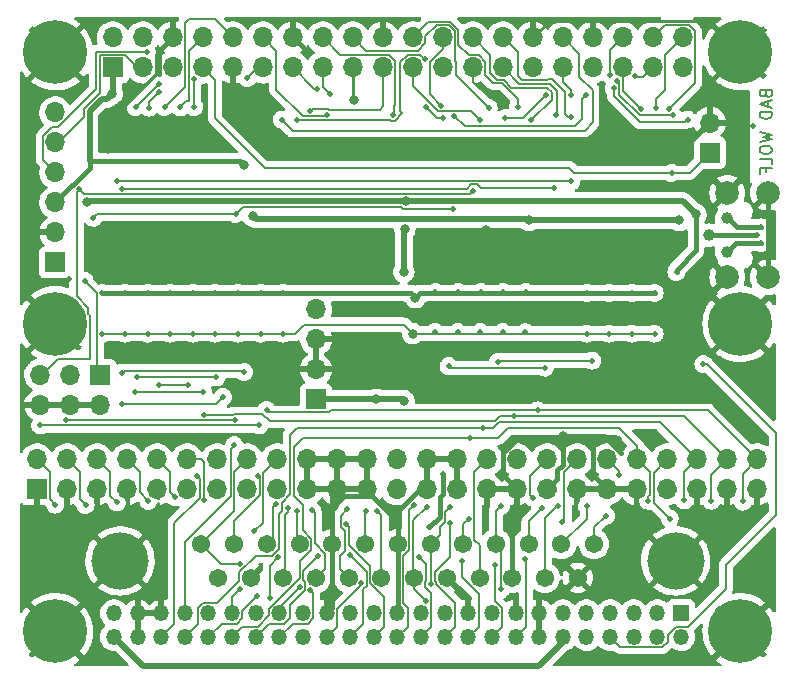
<source format=gbr>
%TF.GenerationSoftware,KiCad,Pcbnew,(6.0.5-0)*%
%TF.CreationDate,2023-01-29T19:07:15-06:00*%
%TF.ProjectId,piscsi,70697363-7369-42e6-9b69-6361645f7063,rev?*%
%TF.SameCoordinates,PX59d60c0PY325aa00*%
%TF.FileFunction,Copper,L2,Bot*%
%TF.FilePolarity,Positive*%
%FSLAX46Y46*%
G04 Gerber Fmt 4.6, Leading zero omitted, Abs format (unit mm)*
G04 Created by KiCad (PCBNEW (6.0.5-0)) date 2023-01-29 19:07:15*
%MOMM*%
%LPD*%
G01*
G04 APERTURE LIST*
%ADD10C,0.150000*%
%TA.AperFunction,NonConductor*%
%ADD11C,0.150000*%
%TD*%
%TA.AperFunction,ComponentPad*%
%ADD12C,0.800000*%
%TD*%
%TA.AperFunction,ComponentPad*%
%ADD13C,5.400000*%
%TD*%
%TA.AperFunction,ComponentPad*%
%ADD14R,1.700000X1.700000*%
%TD*%
%TA.AperFunction,ComponentPad*%
%ADD15O,1.700000X1.700000*%
%TD*%
%TA.AperFunction,ComponentPad*%
%ADD16C,1.545000*%
%TD*%
%TA.AperFunction,ComponentPad*%
%ADD17C,4.845000*%
%TD*%
%TA.AperFunction,ComponentPad*%
%ADD18C,2.000000*%
%TD*%
%TA.AperFunction,ComponentPad*%
%ADD19R,1.350000X1.350000*%
%TD*%
%TA.AperFunction,ComponentPad*%
%ADD20O,1.350000X1.350000*%
%TD*%
%TA.AperFunction,SMDPad,CuDef*%
%ADD21C,1.000000*%
%TD*%
%TA.AperFunction,ViaPad*%
%ADD22C,0.500000*%
%TD*%
%TA.AperFunction,ViaPad*%
%ADD23C,0.800000*%
%TD*%
%TA.AperFunction,Conductor*%
%ADD24C,0.400000*%
%TD*%
%TA.AperFunction,Conductor*%
%ADD25C,0.250000*%
%TD*%
%TA.AperFunction,Conductor*%
%ADD26C,0.150000*%
%TD*%
%TA.AperFunction,Conductor*%
%ADD27C,0.500000*%
%TD*%
%TA.AperFunction,Conductor*%
%ADD28C,0.200000*%
%TD*%
G04 APERTURE END LIST*
D10*
D11*
X143938571Y3266667D02*
X143986190Y3123810D01*
X144033809Y3076191D01*
X144129047Y3028572D01*
X144271904Y3028572D01*
X144367142Y3076191D01*
X144414761Y3123810D01*
X144462380Y3219048D01*
X144462380Y3600000D01*
X143462380Y3600000D01*
X143462380Y3266667D01*
X143510000Y3171429D01*
X143557619Y3123810D01*
X143652857Y3076191D01*
X143748095Y3076191D01*
X143843333Y3123810D01*
X143890952Y3171429D01*
X143938571Y3266667D01*
X143938571Y3600000D01*
X144176666Y2647620D02*
X144176666Y2171429D01*
X144462380Y2742858D02*
X143462380Y2409524D01*
X144462380Y2076191D01*
X144462380Y1742858D02*
X143462380Y1742858D01*
X143462380Y1504762D01*
X143510000Y1361905D01*
X143605238Y1266667D01*
X143700476Y1219048D01*
X143890952Y1171429D01*
X144033809Y1171429D01*
X144224285Y1219048D01*
X144319523Y1266667D01*
X144414761Y1361905D01*
X144462380Y1504762D01*
X144462380Y1742858D01*
X143462380Y76191D02*
X144462380Y-161904D01*
X143748095Y-352380D01*
X144462380Y-542857D01*
X143462380Y-780952D01*
X143462380Y-1352380D02*
X143462380Y-1542857D01*
X143510000Y-1638095D01*
X143605238Y-1733333D01*
X143795714Y-1780952D01*
X144129047Y-1780952D01*
X144319523Y-1733333D01*
X144414761Y-1638095D01*
X144462380Y-1542857D01*
X144462380Y-1352380D01*
X144414761Y-1257142D01*
X144319523Y-1161904D01*
X144129047Y-1114285D01*
X143795714Y-1114285D01*
X143605238Y-1161904D01*
X143510000Y-1257142D01*
X143462380Y-1352380D01*
X144462380Y-2685714D02*
X144462380Y-2209523D01*
X143462380Y-2209523D01*
X143938571Y-3352380D02*
X143938571Y-3019047D01*
X144462380Y-3019047D02*
X143462380Y-3019047D01*
X143462380Y-3495238D01*
D12*
%TO.P,H1,1,1*%
%TO.N,GND*%
X85231891Y8231891D03*
X83800000Y8825000D03*
X83800000Y4775000D03*
X81775000Y6800000D03*
X85825000Y6800000D03*
X85231891Y5368109D03*
X82368109Y8231891D03*
X82368109Y5368109D03*
D13*
X83800000Y6800000D03*
%TD*%
D12*
%TO.P,H3,1,1*%
%TO.N,GND*%
X81775000Y-16200000D03*
D13*
X83800000Y-16200000D03*
D12*
X82368109Y-17631891D03*
X85231891Y-17631891D03*
X83800000Y-18225000D03*
X82368109Y-14768109D03*
X83800000Y-14175000D03*
X85231891Y-14768109D03*
X85825000Y-16200000D03*
%TD*%
%TO.P,H5,1,1*%
%TO.N,GND*%
X85231891Y-43631891D03*
X85825000Y-42200000D03*
X82368109Y-40768109D03*
D13*
X83800000Y-42200000D03*
D12*
X83800000Y-44225000D03*
X83800000Y-40175000D03*
X82368109Y-43631891D03*
X85231891Y-40768109D03*
X81775000Y-42200000D03*
%TD*%
D14*
%TO.P,J4,1,Pin_1*%
%TO.N,+5V*%
X83810000Y-10980000D03*
D15*
%TO.P,J4,2,Pin_2*%
%TO.N,GND*%
X83810000Y-8440000D03*
%TO.P,J4,3,Pin_3*%
%TO.N,+3V3*%
X83810000Y-5900000D03*
%TO.P,J4,4,Pin_4*%
%TO.N,PI_SCL*%
X83810000Y-3360000D03*
%TO.P,J4,5,Pin_5*%
%TO.N,PI_SDA*%
X83810000Y-820000D03*
%TO.P,J4,6,Pin_6*%
%TO.N,PI_GPIO9*%
X83810000Y1720000D03*
%TD*%
D12*
%TO.P,H4,1,1*%
%TO.N,GND*%
X141800000Y-18225000D03*
X143231891Y-17631891D03*
D13*
X141800000Y-16200000D03*
D12*
X143825000Y-16200000D03*
X140368109Y-14768109D03*
X139775000Y-16200000D03*
X140368109Y-17631891D03*
X143231891Y-14768109D03*
X141800000Y-14175000D03*
%TD*%
%TO.P,H6,1,1*%
%TO.N,GND*%
X141800000Y-44225000D03*
X140368109Y-40768109D03*
X141800000Y-40175000D03*
X143231891Y-40768109D03*
X143231891Y-43631891D03*
D13*
X141800000Y-42200000D03*
D12*
X140368109Y-43631891D03*
X143825000Y-42200000D03*
X139775000Y-42200000D03*
%TD*%
%TO.P,H2,1,1*%
%TO.N,GND*%
X143231891Y5368109D03*
X140368109Y8231891D03*
D13*
X141800000Y6800000D03*
D12*
X140368109Y5368109D03*
X141800000Y4775000D03*
X143825000Y6800000D03*
X143231891Y8231891D03*
X141800000Y8825000D03*
X139775000Y6800000D03*
%TD*%
D16*
%TO.P,J6,1,1*%
%TO.N,C-REQ*%
X129421600Y-34830000D03*
%TO.P,J6,2,2*%
%TO.N,C-MSG*%
X126651600Y-34830000D03*
%TO.P,J6,3,3*%
%TO.N,C-I_O*%
X123881600Y-34830000D03*
%TO.P,J6,4,4*%
%TO.N,C-RST*%
X121111600Y-34830000D03*
%TO.P,J6,5,5*%
%TO.N,C-ACK*%
X118341600Y-34830000D03*
%TO.P,J6,6,6*%
%TO.N,C-BSY*%
X115571600Y-34830000D03*
%TO.P,J6,7,7*%
%TO.N,GND*%
X112801600Y-34830000D03*
%TO.P,J6,8,8*%
%TO.N,C-D0*%
X110031600Y-34830000D03*
%TO.P,J6,9,9*%
%TO.N,GND*%
X107261600Y-34830000D03*
%TO.P,J6,10,10*%
%TO.N,C-D3*%
X104491600Y-34830000D03*
%TO.P,J6,11,11*%
%TO.N,C-D5*%
X101721600Y-34830000D03*
%TO.P,J6,12,12*%
%TO.N,C-D6*%
X98951600Y-34830000D03*
%TO.P,J6,13,13*%
%TO.N,C-D7*%
X96181600Y-34830000D03*
%TO.P,J6,14,14*%
%TO.N,GND*%
X128036600Y-37670000D03*
%TO.P,J6,15,15*%
%TO.N,C-C_D*%
X125266600Y-37670000D03*
%TO.P,J6,16,16*%
%TO.N,GND*%
X122496600Y-37670000D03*
%TO.P,J6,17,17*%
%TO.N,C-ATN*%
X119726600Y-37670000D03*
%TO.P,J6,18,18*%
%TO.N,GND*%
X116956600Y-37670000D03*
%TO.P,J6,19,19*%
%TO.N,C-SEL*%
X114186600Y-37670000D03*
%TO.P,J6,20,20*%
%TO.N,C-DP*%
X111416600Y-37670000D03*
%TO.P,J6,21,21*%
%TO.N,C-D1*%
X108646600Y-37670000D03*
%TO.P,J6,22,22*%
%TO.N,C-D2*%
X105876600Y-37670000D03*
%TO.P,J6,23,23*%
%TO.N,C-D4*%
X103106600Y-37670000D03*
%TO.P,J6,24,24*%
%TO.N,GND*%
X100336600Y-37670000D03*
%TO.P,J6,25,25*%
%TO.N,TERMPOW*%
X97566600Y-37670000D03*
D17*
%TO.P,J6,MH1,MH1*%
%TO.N,GND*%
X89281600Y-36250000D03*
%TO.P,J6,MH2,MH2*%
X136321600Y-36250000D03*
%TD*%
D18*
%TO.P,J8,MH1,MH1*%
%TO.N,GND*%
X144155000Y-12235000D03*
%TO.P,J8,MH2,MH2*%
X144155000Y-5085000D03*
%TO.P,J8,MH3,MH3*%
X140705000Y-5085000D03*
%TO.P,J8,MH4,MH4*%
X140705000Y-12235000D03*
%TD*%
D14*
%TO.P,J3,1,Pin_1*%
%TO.N,GND*%
X82266500Y-30194500D03*
D15*
%TO.P,J3,2,Pin_2*%
%TO.N,C-D0*%
X82266500Y-27654500D03*
%TO.P,J3,3,Pin_3*%
%TO.N,GND*%
X84806500Y-30194500D03*
%TO.P,J3,4,Pin_4*%
%TO.N,C-D1*%
X84806500Y-27654500D03*
%TO.P,J3,5,Pin_5*%
%TO.N,GND*%
X87346500Y-30194500D03*
%TO.P,J3,6,Pin_6*%
%TO.N,C-D2*%
X87346500Y-27654500D03*
%TO.P,J3,7,Pin_7*%
%TO.N,GND*%
X89886500Y-30194500D03*
%TO.P,J3,8,Pin_8*%
%TO.N,C-D3*%
X89886500Y-27654500D03*
%TO.P,J3,9,Pin_9*%
%TO.N,GND*%
X92426500Y-30194500D03*
%TO.P,J3,10,Pin_10*%
%TO.N,C-D4*%
X92426500Y-27654500D03*
%TO.P,J3,11,Pin_11*%
%TO.N,GND*%
X94966500Y-30194500D03*
%TO.P,J3,12,Pin_12*%
%TO.N,C-D5*%
X94966500Y-27654500D03*
%TO.P,J3,13,Pin_13*%
%TO.N,GND*%
X97506500Y-30194500D03*
%TO.P,J3,14,Pin_14*%
%TO.N,C-D6*%
X97506500Y-27654500D03*
%TO.P,J3,15,Pin_15*%
%TO.N,GND*%
X100046500Y-30194500D03*
%TO.P,J3,16,Pin_16*%
%TO.N,C-D7*%
X100046500Y-27654500D03*
%TO.P,J3,17,Pin_17*%
%TO.N,GND*%
X102586500Y-30194500D03*
%TO.P,J3,18,Pin_18*%
%TO.N,C-DP*%
X102586500Y-27654500D03*
%TO.P,J3,19,Pin_19*%
%TO.N,GND*%
X105126500Y-30194500D03*
%TO.P,J3,20,Pin_20*%
X105126500Y-27654500D03*
%TO.P,J3,21,Pin_21*%
X107666500Y-30194500D03*
%TO.P,J3,22,Pin_22*%
X107666500Y-27654500D03*
%TO.P,J3,23,Pin_23*%
X110206500Y-30194500D03*
%TO.P,J3,24,Pin_24*%
X110206500Y-27654500D03*
%TO.P,J3,25,Pin_25*%
%TO.N,unconnected-(J3-Pad25)*%
X112746500Y-30194500D03*
%TO.P,J3,26,Pin_26*%
%TO.N,TERMPOW*%
X112746500Y-27654500D03*
%TO.P,J3,27,Pin_27*%
%TO.N,GND*%
X115286500Y-30194500D03*
%TO.P,J3,28,Pin_28*%
X115286500Y-27654500D03*
%TO.P,J3,29,Pin_29*%
X117826500Y-30194500D03*
%TO.P,J3,30,Pin_30*%
X117826500Y-27654500D03*
%TO.P,J3,31,Pin_31*%
X120366500Y-30194500D03*
%TO.P,J3,32,Pin_32*%
%TO.N,C-ATN*%
X120366500Y-27654500D03*
%TO.P,J3,33,Pin_33*%
%TO.N,GND*%
X122906500Y-30194500D03*
%TO.P,J3,34,Pin_34*%
%TO.N,unconnected-(J3-Pad34)*%
X122906500Y-27654500D03*
%TO.P,J3,35,Pin_35*%
%TO.N,GND*%
X125446500Y-30194500D03*
%TO.P,J3,36,Pin_36*%
%TO.N,C-BSY*%
X125446500Y-27654500D03*
%TO.P,J3,37,Pin_37*%
%TO.N,GND*%
X127986500Y-30194500D03*
%TO.P,J3,38,Pin_38*%
%TO.N,C-ACK*%
X127986500Y-27654500D03*
%TO.P,J3,39,Pin_39*%
%TO.N,GND*%
X130526500Y-30194500D03*
%TO.P,J3,40,Pin_40*%
%TO.N,C-RST*%
X130526500Y-27654500D03*
%TO.P,J3,41,Pin_41*%
%TO.N,GND*%
X133066500Y-30194500D03*
%TO.P,J3,42,Pin_42*%
%TO.N,C-MSG*%
X133066500Y-27654500D03*
%TO.P,J3,43,Pin_43*%
%TO.N,GND*%
X135606500Y-30194500D03*
%TO.P,J3,44,Pin_44*%
%TO.N,C-SEL*%
X135606500Y-27654500D03*
%TO.P,J3,45,Pin_45*%
%TO.N,GND*%
X138146500Y-30194500D03*
%TO.P,J3,46,Pin_46*%
%TO.N,C-C_D*%
X138146500Y-27654500D03*
%TO.P,J3,47,Pin_47*%
%TO.N,GND*%
X140686500Y-30194500D03*
%TO.P,J3,48,Pin_48*%
%TO.N,C-REQ*%
X140686500Y-27654500D03*
%TO.P,J3,49,Pin_49*%
%TO.N,GND*%
X143226500Y-30194500D03*
%TO.P,J3,50,Pin_50*%
%TO.N,C-I_O*%
X143226500Y-27654500D03*
%TD*%
D19*
%TO.P,J9,1,Pin_1*%
%TO.N,unconnected-(J9-Pad1)*%
X136772000Y-40688000D03*
D20*
%TO.P,J9,2,Pin_2*%
%TO.N,unconnected-(J9-Pad2)*%
X136772000Y-42688000D03*
%TO.P,J9,3,Pin_3*%
%TO.N,unconnected-(J9-Pad3)*%
X134772000Y-40688000D03*
%TO.P,J9,4,Pin_4*%
%TO.N,unconnected-(J9-Pad4)*%
X134772000Y-42688000D03*
%TO.P,J9,5,Pin_5*%
%TO.N,unconnected-(J9-Pad5)*%
X132772000Y-40688000D03*
%TO.P,J9,6,Pin_6*%
%TO.N,unconnected-(J9-Pad6)*%
X132772000Y-42688000D03*
%TO.P,J9,7,Pin_7*%
%TO.N,unconnected-(J9-Pad7)*%
X130772000Y-40688000D03*
%TO.P,J9,8,Pin_8*%
%TO.N,PI-ACT*%
X130772000Y-42688000D03*
%TO.P,J9,9,Pin_9*%
%TO.N,unconnected-(J9-Pad9)*%
X128772000Y-40688000D03*
%TO.P,J9,10,Pin_10*%
%TO.N,unconnected-(J9-Pad10)*%
X128772000Y-42688000D03*
%TO.P,J9,11,Pin_11*%
%TO.N,+5V*%
X126772000Y-40688000D03*
%TO.P,J9,12,Pin_12*%
X126772000Y-42688000D03*
%TO.P,J9,13,Pin_13*%
%TO.N,GND*%
X124772000Y-40688000D03*
%TO.P,J9,14,Pin_14*%
X124772000Y-42688000D03*
%TO.P,J9,15,Pin_15*%
X122772000Y-40688000D03*
%TO.P,J9,16,Pin_16*%
%TO.N,C-D0*%
X122772000Y-42688000D03*
%TO.P,J9,17,Pin_17*%
%TO.N,GND*%
X120772000Y-40688000D03*
%TO.P,J9,18,Pin_18*%
%TO.N,C-D1*%
X120772000Y-42688000D03*
%TO.P,J9,19,Pin_19*%
%TO.N,GND*%
X118772000Y-40688000D03*
%TO.P,J9,20,Pin_20*%
%TO.N,C-D2*%
X118772000Y-42688000D03*
%TO.P,J9,21,Pin_21*%
%TO.N,GND*%
X116772000Y-40688000D03*
%TO.P,J9,22,Pin_22*%
%TO.N,C-D3*%
X116772000Y-42688000D03*
%TO.P,J9,23,Pin_23*%
%TO.N,GND*%
X114772000Y-40688000D03*
%TO.P,J9,24,Pin_24*%
%TO.N,C-D4*%
X114772000Y-42688000D03*
%TO.P,J9,25,Pin_25*%
%TO.N,GND*%
X112772000Y-40688000D03*
%TO.P,J9,26,Pin_26*%
%TO.N,C-D5*%
X112772000Y-42688000D03*
%TO.P,J9,27,Pin_27*%
%TO.N,unconnected-(J9-Pad27)*%
X110772000Y-40688000D03*
%TO.P,J9,28,Pin_28*%
%TO.N,C-D6*%
X110772000Y-42688000D03*
%TO.P,J9,29,Pin_29*%
%TO.N,GND*%
X108772000Y-40688000D03*
%TO.P,J9,30,Pin_30*%
%TO.N,C-D7*%
X108772000Y-42688000D03*
%TO.P,J9,31,Pin_31*%
%TO.N,GND*%
X106772000Y-40688000D03*
%TO.P,J9,32,Pin_32*%
%TO.N,C-DP*%
X106772000Y-42688000D03*
%TO.P,J9,33,Pin_33*%
%TO.N,GND*%
X104772000Y-40688000D03*
%TO.P,J9,34,Pin_34*%
%TO.N,TERMPOW*%
X104772000Y-42688000D03*
%TO.P,J9,35,Pin_35*%
%TO.N,C-ATN*%
X102772000Y-40688000D03*
%TO.P,J9,36,Pin_36*%
%TO.N,C-BSY*%
X102772000Y-42688000D03*
%TO.P,J9,37,Pin_37*%
%TO.N,GND*%
X100772000Y-40688000D03*
%TO.P,J9,38,Pin_38*%
%TO.N,C-ACK*%
X100772000Y-42688000D03*
%TO.P,J9,39,Pin_39*%
%TO.N,C-RST*%
X98772000Y-40688000D03*
%TO.P,J9,40,Pin_40*%
%TO.N,C-MSG*%
X98772000Y-42688000D03*
%TO.P,J9,41,Pin_41*%
%TO.N,GND*%
X96772000Y-40688000D03*
%TO.P,J9,42,Pin_42*%
%TO.N,C-SEL*%
X96772000Y-42688000D03*
%TO.P,J9,43,Pin_43*%
%TO.N,C-I_O*%
X94772000Y-40688000D03*
%TO.P,J9,44,Pin_44*%
%TO.N,C-C_D*%
X94772000Y-42688000D03*
%TO.P,J9,45,Pin_45*%
%TO.N,GND*%
X92772000Y-40688000D03*
%TO.P,J9,46,Pin_46*%
%TO.N,C-REQ*%
X92772000Y-42688000D03*
%TO.P,J9,47,Pin_47*%
%TO.N,GND*%
X90772000Y-40688000D03*
%TO.P,J9,48,Pin_48*%
X90772000Y-42688000D03*
%TO.P,J9,49,Pin_49*%
%TO.N,+5V*%
X88772000Y-40688000D03*
%TO.P,J9,50,Pin_50*%
X88772000Y-42688000D03*
%TD*%
D14*
%TO.P,J5,1,Pin_1*%
%TO.N,PI_GPIO0*%
X87610000Y-20500000D03*
D15*
%TO.P,J5,2,Pin_2*%
%TO.N,GND*%
X87610000Y-23040000D03*
%TO.P,J5,3,Pin_3*%
%TO.N,PI_GPIO1*%
X85070000Y-20500000D03*
%TO.P,J5,4,Pin_4*%
%TO.N,GND*%
X85070000Y-23040000D03*
%TO.P,J5,5,Pin_5*%
%TO.N,PI_GPIO9*%
X82530000Y-20500000D03*
%TO.P,J5,6,Pin_6*%
%TO.N,GND*%
X82530000Y-23040000D03*
%TD*%
D14*
%TO.P,J20,1,1*%
%TO.N,+5V*%
X105870000Y-22580000D03*
D15*
%TO.P,J20,2,2*%
%TO.N,GND*%
X105870000Y-20040000D03*
%TO.P,J20,3,3*%
X105870000Y-17500000D03*
%TO.P,J20,4,4*%
%TO.N,unconnected-(J20-Pad4)*%
X105870000Y-14960000D03*
%TD*%
D14*
%TO.P,J1,1,3V3*%
%TO.N,+3V3*%
X88670000Y5530000D03*
D15*
%TO.P,J1,2,5V*%
%TO.N,+5V*%
X88670000Y8070000D03*
%TO.P,J1,3,SDA/GPIO2*%
%TO.N,PI_SDA*%
X91210000Y5530000D03*
%TO.P,J1,4,5V*%
%TO.N,+5V*%
X91210000Y8070000D03*
%TO.P,J1,5,SCL/GPIO3*%
%TO.N,PI_SCL*%
X93750000Y5530000D03*
%TO.P,J1,6,GND*%
%TO.N,GND*%
X93750000Y8070000D03*
%TO.P,J1,7,GCLK0/GPIO4*%
%TO.N,PI-ACT*%
X96290000Y5530000D03*
%TO.P,J1,8,GPIO14/TXD*%
%TO.N,PI-D4*%
X96290000Y8070000D03*
%TO.P,J1,9,GND*%
%TO.N,GND*%
X98830000Y5530000D03*
%TO.P,J1,10,GPIO15/RXD*%
%TO.N,PI-D5*%
X98830000Y8070000D03*
%TO.P,J1,11,GPIO17*%
%TO.N,PI-D7*%
X101370000Y5530000D03*
%TO.P,J1,12,GPIO18/PWM0*%
%TO.N,PI-DP*%
X101370000Y8070000D03*
%TO.P,J1,13,GPIO27*%
%TO.N,PI-SEL*%
X103910000Y5530000D03*
%TO.P,J1,14,GND*%
%TO.N,GND*%
X103910000Y8070000D03*
%TO.P,J1,15,GPIO22*%
%TO.N,PI-REQ*%
X106450000Y5530000D03*
%TO.P,J1,16,GPIO23*%
%TO.N,PI-MSG*%
X106450000Y8070000D03*
%TO.P,J1,17,3V3*%
%TO.N,+3V3*%
X108990000Y5530000D03*
%TO.P,J1,18,GPIO24*%
%TO.N,PI-C_D*%
X108990000Y8070000D03*
%TO.P,J1,19,MOSI0/GPIO10*%
%TO.N,PI-D0*%
X111530000Y5530000D03*
%TO.P,J1,20,GND*%
%TO.N,GND*%
X111530000Y8070000D03*
%TO.P,J1,21,MISO0/GPIO9*%
%TO.N,PI_GPIO9*%
X114070000Y5530000D03*
%TO.P,J1,22,GPIO25*%
%TO.N,PI-I_O*%
X114070000Y8070000D03*
%TO.P,J1,23,SCLK0/GPIO11*%
%TO.N,PI-D1*%
X116610000Y5530000D03*
%TO.P,J1,24,~{CE0}/GPIO8*%
%TO.N,PI-DTD*%
X116610000Y8070000D03*
%TO.P,J1,25,GND*%
%TO.N,GND*%
X119150000Y5530000D03*
%TO.P,J1,26,~{CE1}/GPIO7*%
%TO.N,PI-TAD*%
X119150000Y8070000D03*
%TO.P,J1,27,ID_SD/GPIO0*%
%TO.N,PI_GPIO0*%
X121690000Y5530000D03*
%TO.P,J1,28,ID_SC/GPIO1*%
%TO.N,PI_GPIO1*%
X121690000Y8070000D03*
%TO.P,J1,29,GCLK1/GPIO5*%
%TO.N,DBG_LED*%
X124230000Y5530000D03*
%TO.P,J1,30,GND*%
%TO.N,GND*%
X124230000Y8070000D03*
%TO.P,J1,31,GCLK2/GPIO6*%
%TO.N,PI-IND*%
X126770000Y5530000D03*
%TO.P,J1,32,PWM0/GPIO12*%
%TO.N,PI-D2*%
X126770000Y8070000D03*
%TO.P,J1,33,PWM1/GPIO13*%
%TO.N,PI-D3*%
X129310000Y5530000D03*
%TO.P,J1,34,GND*%
%TO.N,GND*%
X129310000Y8070000D03*
%TO.P,J1,35,GPIO19/MISO1*%
%TO.N,PI-ATN*%
X131850000Y5530000D03*
%TO.P,J1,36,GPIO16*%
%TO.N,PI-D6*%
X131850000Y8070000D03*
%TO.P,J1,37,GPIO26*%
%TO.N,PI-BSY*%
X134390000Y5530000D03*
%TO.P,J1,38,GPIO20/MOSI1*%
%TO.N,PI-RST*%
X134390000Y8070000D03*
%TO.P,J1,39,GND*%
%TO.N,GND*%
X136930000Y5530000D03*
%TO.P,J1,40,GPIO21/SCLK1*%
%TO.N,PI-ACK*%
X136930000Y8070000D03*
%TD*%
D14*
%TO.P,J2,1,Pin_1*%
%TO.N,PI-ACT*%
X139226000Y-1683000D03*
D15*
%TO.P,J2,2,Pin_2*%
%TO.N,GND*%
X139226000Y857000D03*
%TD*%
D21*
%TO.P,TP2,1,1*%
%TO.N,USB_Pin_3*%
X139150000Y-8680000D03*
%TD*%
%TO.P,TP3,1,1*%
%TO.N,USB_Pin_2*%
X140650000Y-10110000D03*
%TD*%
%TO.P,TP1,1,1*%
%TO.N,USB_Pin_4*%
X140650000Y-7250000D03*
%TD*%
D22*
%TO.N,GND*%
X93190000Y-25820000D03*
X139377000Y-7383000D03*
X100990000Y380000D03*
X137680000Y-14650000D03*
X90210000Y-7800000D03*
X91580000Y-25840000D03*
X131510000Y-25960000D03*
X103000000Y-19270000D03*
X106079000Y-1810000D03*
X89910000Y-25950000D03*
X125330000Y-2000000D03*
X115899999Y-1570001D03*
X96943500Y-25863543D03*
X103539000Y-1746500D03*
X123159259Y-22348500D03*
X101100000Y-19170000D03*
X91660000Y-18990000D03*
D23*
X126750000Y-25640000D03*
D22*
X95640000Y-25870000D03*
X89740000Y-19040000D03*
X98440000Y-25710000D03*
X97620000Y-8440000D03*
D23*
X120234902Y-8196500D03*
D22*
X97150000Y-19070000D03*
X88258000Y-1572000D03*
X135923500Y-15191377D03*
X130422000Y-2080000D03*
X123220000Y-1780000D03*
X93620000Y-19030000D03*
X142910000Y600000D03*
X134470000Y-25740000D03*
X84963500Y-12347757D03*
X113379999Y-1570001D03*
X100820000Y-25900000D03*
X99700000Y-8010000D03*
X101710000Y-1930000D03*
X129406000Y-4620000D03*
X96340000Y-11340000D03*
X123732000Y-26003500D03*
D23*
X139030000Y4550000D03*
D22*
X99000000Y-19040000D03*
X95510000Y-19050000D03*
X89243314Y2464011D03*
D23*
%TO.N,+3V3*%
X88616500Y3270000D03*
X136650000Y-7420000D03*
X109120000Y2800000D03*
X123910000Y-7420000D03*
X100530000Y-7040000D03*
X99750000Y-2750000D03*
D22*
%TO.N,+5V*%
X136400000Y-11780000D03*
D23*
X113480000Y-5790000D03*
X138042000Y-6906000D03*
X113320000Y-22680000D03*
X110980000Y-22580000D03*
X113310000Y-11780000D03*
X86480000Y-5890000D03*
X113390000Y-8170000D03*
D22*
%TO.N,C-REQ*%
X95770000Y-29100000D03*
X130419308Y-32414713D03*
X122661021Y-23991021D03*
X139350000Y-31150000D03*
X96390000Y-23880000D03*
%TO.N,C-MSG*%
X118954890Y-25824890D03*
X128817950Y-31630159D03*
X133993502Y-31150000D03*
%TO.N,C-BSY*%
X117187010Y-31684832D03*
X124267635Y-30901010D03*
X105394338Y-38713449D03*
X115588434Y-38215548D03*
X125240000Y-19890000D03*
X117100000Y-19770000D03*
%TO.N,C-SEL*%
X100909837Y-39247077D03*
X135828947Y-32665648D03*
X115235886Y-31652762D03*
X115182000Y-39662031D03*
%TO.N,C-RST*%
X121540000Y-31560000D03*
X131502655Y-28977345D03*
X121532000Y-38656000D03*
X99434000Y-38656000D03*
%TO.N,C-ACK*%
X106038000Y-35862000D03*
X126730000Y-32950000D03*
X118812489Y-32689064D03*
%TO.N,C-ATN*%
X129270000Y-19290000D03*
X104490326Y-38501086D03*
X121279324Y-19422452D03*
%TO.N,C-DP*%
X100644714Y-33758047D03*
X111018510Y-31996010D03*
X109713077Y-38111020D03*
%TO.N,C-D0*%
X82530000Y-24780000D03*
X101060000Y-24780000D03*
X83780000Y-31480000D03*
X110120000Y-31996010D03*
X123564000Y-36116000D03*
%TO.N,C-D1*%
X99030000Y-24303500D03*
X84744361Y-24303500D03*
X121024000Y-36624000D03*
X108521033Y-31856657D03*
X86370000Y-31530000D03*
%TO.N,C-D2*%
X118230000Y-36256511D03*
X89002424Y-31302989D03*
X89490000Y-22980000D03*
X105519686Y-31957742D03*
X97988500Y-22390000D03*
%TO.N,C-D3*%
X90561500Y-21985885D03*
X96320000Y-21910000D03*
X117243766Y-33076963D03*
X91693529Y-31178968D03*
X104280000Y-32052000D03*
%TO.N,C-D4*%
X103498000Y-31750000D03*
X114608688Y-35948588D03*
X93930504Y-30851957D03*
%TO.N,C-D5*%
X114166000Y-31544000D03*
X92600000Y-21370000D03*
X102510000Y-31434946D03*
X96408551Y-31108553D03*
X95050000Y-21380000D03*
%TO.N,C-D6*%
X108431070Y-33137679D03*
X90680000Y-20640000D03*
X100973502Y-29027449D03*
X97420000Y-20720000D03*
%TO.N,C-D7*%
X108752442Y-35782442D03*
X99431263Y-36493836D03*
X99770000Y-20270000D03*
X89470000Y-20300000D03*
%TO.N,C-I_O*%
X101686769Y-23478251D03*
X125036247Y-31748511D03*
X142000000Y-31220000D03*
X98960000Y-26450000D03*
X124670000Y-23510000D03*
%TO.N,C-C_D*%
X120030000Y-24990000D03*
X137054940Y-31121502D03*
X126371042Y-31585360D03*
%TO.N,TERMPOW*%
X101974000Y-39418000D03*
X116610000Y-28880000D03*
X115479033Y-33403489D03*
X102686051Y-35947053D03*
%TO.N,PI-D7*%
X90611321Y2164500D03*
X92606010Y4116010D03*
X100071557Y4632242D03*
%TO.N,PI-D6*%
X91728000Y2127000D03*
X92557577Y3472237D03*
X130785361Y4920000D03*
%TO.N,PI-D5*%
X93051254Y2164500D03*
%TO.N,PI-D4*%
X94400000Y2140000D03*
%TO.N,PI-D3*%
X95583143Y2164500D03*
X95579021Y4529977D03*
%TO.N,PI-D2*%
X102980000Y1110000D03*
%TO.N,PI-D1*%
X115088942Y6212691D03*
X104230000Y1090000D03*
%TO.N,PI-D0*%
X105382522Y1860825D03*
%TO.N,PI-DP*%
X106795066Y1541500D03*
%TO.N,PI-BSY*%
X117596707Y1388500D03*
X132847721Y4815780D03*
X128748500Y3194737D03*
%TO.N,PI-MSG*%
X112370000Y1520000D03*
%TO.N,PI-C_D*%
X120493500Y2127000D03*
%TO.N,PI-REQ*%
X121904492Y1236649D03*
X125375797Y3229285D03*
X107080000Y3280000D03*
%TO.N,PI-I_O*%
X122990000Y2220000D03*
%TO.N,PI-ATN*%
X133387496Y2003496D03*
%TO.N,PI-ACK*%
X134654000Y2127000D03*
%TO.N,PI-RST*%
X135777207Y2019438D03*
%TO.N,PI-SEL*%
X136064293Y1462010D03*
X105960000Y3740000D03*
X131340387Y4413823D03*
%TO.N,PI_SCL*%
X91550000Y6850000D03*
%TO.N,/TERM_GND*%
X130715000Y-17010000D03*
X93537500Y-17010000D03*
X123600000Y-16890000D03*
X101187500Y-17010000D03*
X128802500Y-17010000D03*
X115950000Y-16890000D03*
X117862500Y-16890000D03*
X89712500Y-17010000D03*
X121687500Y-16890000D03*
X99275000Y-17010000D03*
X97362500Y-17010000D03*
D23*
X114073500Y-17010000D03*
D22*
X91625000Y-17010000D03*
X95450000Y-17010000D03*
X103100000Y-17010000D03*
X87800000Y-17010000D03*
X132627500Y-17010000D03*
X134540000Y-17010000D03*
X119775000Y-16890000D03*
D23*
%TO.N,/TERM_5v*%
X114300000Y-13970000D03*
D22*
X91625000Y-13560000D03*
X95450000Y-13560000D03*
X99275000Y-13560000D03*
X101187500Y-13560000D03*
X87800000Y-13560000D03*
X97362500Y-13560000D03*
X121730000Y-13490000D03*
X134540000Y-13560000D03*
X115990000Y-13490000D03*
X103100000Y-13560000D03*
X130715000Y-13560000D03*
X117910000Y-13490000D03*
X123640000Y-13490000D03*
X89712500Y-13560000D03*
X119815000Y-13490000D03*
X93537500Y-13560000D03*
X128802500Y-13560000D03*
X132627500Y-13560000D03*
%TO.N,PI-IND*%
X137340000Y1120000D03*
X131077665Y3803316D03*
X127480000Y3194936D03*
%TO.N,PI-TAD*%
X124093367Y1052134D03*
%TO.N,PI-DTD*%
X116500000Y2300000D03*
X87031937Y-7191937D03*
X117452806Y-6416500D03*
X115190000Y2200000D03*
X116650000Y1260000D03*
X99070000Y-6860000D03*
%TO.N,PI_GPIO1*%
X89000000Y-4060000D03*
X127490000Y1340000D03*
X127490000Y-4120000D03*
%TO.N,PI_GPIO0*%
X126230000Y1480000D03*
X89443897Y-4723228D03*
X86291500Y-12552367D03*
X126030000Y-4700000D03*
%TO.N,PI_GPIO9*%
X85850000Y-4790000D03*
X119200000Y-4891500D03*
X119790000Y1074500D03*
%TO.N,USB_Pin_4*%
X143577990Y-8020000D03*
%TO.N,USB_Pin_3*%
X143201287Y-8646949D03*
%TO.N,USB_Pin_2*%
X143577990Y-9320000D03*
%TO.N,PI-ACT*%
X138670000Y-19600000D03*
X135983368Y-3393368D03*
%TD*%
D24*
%TO.N,GND*%
X98680063Y2196374D02*
X98830000Y2346311D01*
X126750000Y-28092962D02*
X126750000Y-25640000D01*
D25*
X89774973Y2464011D02*
X89596867Y2464011D01*
D24*
X126296499Y-28546463D02*
X126750000Y-28092962D01*
X92572999Y6892999D02*
X92572999Y4965039D01*
X122906500Y-30194500D02*
X122906500Y-31396581D01*
X108244071Y-30742711D02*
X110619173Y-30742711D01*
X122496600Y-31806481D02*
X122496600Y-37670000D01*
X103910000Y8070000D02*
X105264437Y6715563D01*
X125446500Y-30194500D02*
X126296499Y-29344501D01*
X129340000Y-25640000D02*
X126750000Y-25640000D01*
X98830000Y4327919D02*
X98830000Y5530000D01*
D25*
X124230000Y8070000D02*
X125659999Y9499999D01*
X93750000Y8070000D02*
X92312001Y6632001D01*
D26*
X142910000Y600000D02*
X141618519Y600000D01*
D24*
X103539000Y-1746500D02*
X103289001Y-1496501D01*
X121729499Y-27089539D02*
X122815538Y-26003500D01*
X129349499Y-25649499D02*
X129340000Y-25640000D01*
X131703501Y-27089539D02*
X130253962Y-25640000D01*
X107261600Y-30599400D02*
X107261600Y-34830000D01*
X98830000Y2346311D02*
X98830000Y4327919D01*
X122906500Y-31396581D02*
X122496600Y-31806481D01*
X107261600Y-31725182D02*
X108244071Y-30742711D01*
D25*
X139100001Y9499999D02*
X141800000Y6800000D01*
D24*
X107261600Y-34830000D02*
X107261600Y-40198400D01*
X93750000Y8070000D02*
X92572999Y6892999D01*
X130253962Y-25640000D02*
X129340000Y-25640000D01*
X126296499Y-29344501D02*
X126296499Y-28546463D01*
X144155000Y-12235000D02*
X144155000Y-5085000D01*
D25*
X125659999Y9499999D02*
X139100001Y9499999D01*
D27*
X139226000Y857000D02*
X136289000Y-2080000D01*
D24*
X101819014Y-1496501D02*
X98680063Y1642450D01*
X98680063Y1642450D02*
X98680063Y2196374D01*
D27*
X136289000Y-2080000D02*
X130422000Y-2080000D01*
D26*
X103289001Y-1496501D02*
X101866501Y-1496501D01*
D24*
X129349499Y-29017499D02*
X129349499Y-25649499D01*
X121729499Y-29017499D02*
X121729499Y-27089539D01*
D25*
X92312001Y6632001D02*
X92312001Y5001039D01*
D24*
X112801600Y-32054436D02*
X112801600Y-34830000D01*
X112801600Y-34830000D02*
X112801600Y-40658400D01*
D28*
X119787919Y3690000D02*
X120220000Y3690000D01*
D24*
X130526500Y-30194500D02*
X129349499Y-29017499D01*
D28*
X120220000Y3690000D02*
X120680000Y3230000D01*
D24*
X114661536Y-30194500D02*
X112801600Y-32054436D01*
D25*
X89596867Y2464011D02*
X89243314Y2464011D01*
D28*
X119150000Y5530000D02*
X119150000Y4327919D01*
D24*
X122815538Y-26003500D02*
X123732000Y-26003500D01*
X107261600Y-40198400D02*
X106772000Y-40688000D01*
X110619173Y-30742711D02*
X112801600Y-32925138D01*
X103289001Y-1496501D02*
X101819014Y-1496501D01*
D25*
X92312001Y5001039D02*
X89774973Y2464011D01*
D28*
X119150000Y4327919D02*
X119787919Y3690000D01*
D24*
X122906500Y-30194500D02*
X121729499Y-29017499D01*
D25*
%TO.N,+3V3*%
X108990000Y2930000D02*
X109120000Y2800000D01*
D24*
X99430000Y-2430000D02*
X99750000Y-2750000D01*
D27*
X88616500Y3270000D02*
X88216501Y2870001D01*
D24*
X86701023Y-2431023D02*
X86700000Y-2430000D01*
D27*
X86701023Y1838985D02*
X86701023Y-2428977D01*
X100530000Y-7040000D02*
X100830000Y-7340000D01*
X86701023Y-2428977D02*
X86700000Y-2430000D01*
X88670000Y3323500D02*
X88616500Y3270000D01*
X88216501Y2870001D02*
X87732039Y2870001D01*
X100830000Y-7340000D02*
X123830000Y-7340000D01*
X88670000Y5530000D02*
X88670000Y3323500D01*
D24*
X83810000Y-5900000D02*
X86701023Y-3008977D01*
X86701023Y-3008977D02*
X86701023Y-2431023D01*
D25*
X108990000Y5530000D02*
X108990000Y2930000D01*
D27*
X87732039Y2870001D02*
X86701023Y1838985D01*
D24*
X86700000Y-2430000D02*
X99430000Y-2430000D01*
D27*
X123910000Y-7420000D02*
X136650000Y-7420000D01*
X123830000Y-7340000D02*
X123910000Y-7420000D01*
%TO.N,+5V*%
X113310000Y-11780000D02*
X113310000Y-8250000D01*
X113480000Y-5790000D02*
X136926000Y-5790000D01*
X113220000Y-22580000D02*
X113320000Y-22680000D01*
X113480000Y-5790000D02*
X86580000Y-5790000D01*
X136926000Y-5790000D02*
X138042000Y-6906000D01*
X113310000Y-8250000D02*
X113390000Y-8170000D01*
X88772000Y-42688000D02*
X91209011Y-45125011D01*
X91209011Y-45125011D02*
X124730286Y-45125011D01*
X86580000Y-5790000D02*
X86480000Y-5890000D01*
D24*
X136400000Y-11610000D02*
X136400000Y-11780000D01*
X138042000Y-9968000D02*
X136400000Y-11610000D01*
D27*
X105870000Y-22580000D02*
X110980000Y-22580000D01*
X110980000Y-22580000D02*
X113220000Y-22580000D01*
X124730286Y-45125011D02*
X126772000Y-43083297D01*
D24*
X138042000Y-6906000D02*
X138042000Y-9968000D01*
D26*
%TO.N,C-REQ*%
X96018011Y-29348011D02*
X95770000Y-29100000D01*
D28*
X139350000Y-28991000D02*
X140686500Y-27654500D01*
X129421600Y-33412421D02*
X130419308Y-32414713D01*
D26*
X96018011Y-30881989D02*
X96018011Y-29348011D01*
X96410000Y-23860000D02*
X98830000Y-23860000D01*
X121448979Y-23991021D02*
X122661021Y-23991021D01*
X93895489Y-33004511D02*
X96018011Y-30881989D01*
X92772000Y-42688000D02*
X93895489Y-41564511D01*
X137023021Y-23991021D02*
X140686500Y-27654500D01*
X122661021Y-23991021D02*
X137023021Y-23991021D01*
X93895489Y-41564511D02*
X93895489Y-33004511D01*
X101980000Y-24410000D02*
X121030000Y-24410000D01*
D28*
X129421600Y-34830000D02*
X129421600Y-33412421D01*
D26*
X101340000Y-23770000D02*
X101980000Y-24410000D01*
D28*
X139350000Y-31150000D02*
X139350000Y-28991000D01*
D26*
X96390000Y-23880000D02*
X96410000Y-23860000D01*
X121030000Y-24410000D02*
X121448979Y-23991021D01*
X98830000Y-23860000D02*
X98920000Y-23770000D01*
X98920000Y-23770000D02*
X101340000Y-23770000D01*
%TO.N,C-MSG*%
X104741510Y-25824890D02*
X118954890Y-25824890D01*
X105466101Y-35297761D02*
X105466101Y-34362239D01*
X105466101Y-34362239D02*
X104768000Y-33664138D01*
X131554523Y-24994523D02*
X133066500Y-26506500D01*
D28*
X126651600Y-34830000D02*
X128817950Y-32663650D01*
D26*
X104490989Y-36272873D02*
X105466101Y-35297761D01*
D28*
X134143501Y-30646448D02*
X133993502Y-30796447D01*
D26*
X100946963Y-41810999D02*
X101894999Y-40862963D01*
D28*
X133066500Y-27654500D02*
X134143501Y-28731501D01*
D26*
X103994499Y-26571901D02*
X104741510Y-25824890D01*
X133066500Y-26506500D02*
X133066500Y-27654500D01*
X104768000Y-33664138D02*
X104768000Y-31518364D01*
D28*
X134143501Y-28731501D02*
X134143501Y-30646448D01*
D26*
X122155477Y-24994523D02*
X131554523Y-24994523D01*
X98772000Y-42688000D02*
X99649001Y-41810999D01*
D28*
X133993502Y-30796447D02*
X133993502Y-31150000D01*
D26*
X121325110Y-25824890D02*
X122155477Y-24994523D01*
X99649001Y-41810999D02*
X100946963Y-41810999D01*
X101894999Y-40862963D02*
X101894999Y-40323863D01*
X104490989Y-37727873D02*
X104490989Y-36272873D01*
X118954890Y-25824890D02*
X121325110Y-25824890D01*
D28*
X128817950Y-32663650D02*
X128817950Y-31630159D01*
D26*
X104768000Y-31518364D02*
X103994499Y-30744863D01*
X101894999Y-40323863D02*
X104490989Y-37727873D01*
X103994499Y-30744863D02*
X103994499Y-26571901D01*
%TO.N,C-BSY*%
X105649001Y-41108961D02*
X105649001Y-38968112D01*
D28*
X125446500Y-27654500D02*
X124017636Y-29083364D01*
X116787012Y-32084830D02*
X117187010Y-31684832D01*
X115571600Y-34830000D02*
X116344099Y-34057501D01*
D26*
X105192961Y-41565001D02*
X105649001Y-41108961D01*
D28*
X116344099Y-34057501D02*
X116344099Y-33382344D01*
D26*
X103894999Y-41565001D02*
X105192961Y-41565001D01*
D28*
X116344099Y-33382344D02*
X116787012Y-32939431D01*
X125231047Y-19898953D02*
X125240000Y-19890000D01*
X124017636Y-30651011D02*
X124267635Y-30901010D01*
X117228953Y-19898953D02*
X125231047Y-19898953D01*
D26*
X102772000Y-42688000D02*
X103894999Y-41565001D01*
X115571600Y-34830000D02*
X115571600Y-38198714D01*
X115571600Y-38198714D02*
X115588434Y-38215548D01*
D28*
X124017636Y-29083364D02*
X124017636Y-30651011D01*
X117100000Y-19770000D02*
X117228953Y-19898953D01*
X116787012Y-32939431D02*
X116787012Y-32084830D01*
D26*
X105649001Y-38968112D02*
X105394338Y-38713449D01*
D28*
%TO.N,C-SEL*%
X114131686Y-32756962D02*
X115235886Y-31652762D01*
D26*
X99649001Y-40507913D02*
X100909837Y-39247077D01*
D28*
X134470512Y-31307213D02*
X135828947Y-32665648D01*
X135606500Y-27654500D02*
X134470512Y-28790488D01*
X114131686Y-37615086D02*
X114131686Y-32756962D01*
D26*
X114186600Y-38666631D02*
X115182000Y-39662031D01*
X99192961Y-41565001D02*
X99649001Y-41108961D01*
X96772000Y-42688000D02*
X97894999Y-41565001D01*
X99649001Y-41108961D02*
X99649001Y-40507913D01*
D28*
X134470512Y-28790488D02*
X134470512Y-31307213D01*
D26*
X97894999Y-41565001D02*
X99192961Y-41565001D01*
X114186600Y-37670000D02*
X114186600Y-38666631D01*
D28*
%TO.N,C-RST*%
X121111600Y-31988400D02*
X121540000Y-31560000D01*
X121111600Y-34830000D02*
X121111600Y-31988400D01*
D26*
X121532000Y-38656000D02*
X121522099Y-38646099D01*
X131502655Y-28630655D02*
X131502655Y-28977345D01*
X121522099Y-38646099D02*
X121522099Y-35240499D01*
X130526500Y-27654500D02*
X131502655Y-28630655D01*
X98772000Y-40688000D02*
X98772000Y-39318000D01*
X98772000Y-39318000D02*
X99434000Y-38656000D01*
%TO.N,C-ACK*%
X103192961Y-41565001D02*
X103715629Y-41042333D01*
X104942328Y-38718048D02*
X104942328Y-38016942D01*
D28*
X126909499Y-28731501D02*
X126909499Y-32770501D01*
D26*
X100772000Y-42688000D02*
X101894999Y-41565001D01*
X101894999Y-41565001D02*
X103192961Y-41565001D01*
X104942328Y-38016942D02*
X104768000Y-37842614D01*
D28*
X127986500Y-27654500D02*
X126909499Y-28731501D01*
X126909499Y-32770501D02*
X126730000Y-32950000D01*
X118341600Y-33159953D02*
X118812489Y-32689064D01*
D26*
X104768000Y-37132000D02*
X106038000Y-35862000D01*
X103715629Y-39944747D02*
X104942328Y-38718048D01*
X104768000Y-37842614D02*
X104768000Y-37132000D01*
X103715629Y-41042333D02*
X103715629Y-39944747D01*
D28*
X118341600Y-34830000D02*
X118341600Y-33159953D01*
%TO.N,C-ATN*%
X121411776Y-19290000D02*
X121279324Y-19422452D01*
X120366500Y-27654500D02*
X119289499Y-28731501D01*
X119289499Y-28731501D02*
X119289499Y-34487161D01*
X119289499Y-34487161D02*
X119726600Y-34924262D01*
D26*
X102772000Y-40219412D02*
X104490326Y-38501086D01*
D28*
X119726600Y-34924262D02*
X119726600Y-37670000D01*
X129270000Y-19290000D02*
X121411776Y-19290000D01*
D26*
%TO.N,C-DP*%
X106772000Y-42688000D02*
X107649001Y-41810999D01*
X109713077Y-38282923D02*
X109713077Y-38111020D01*
X101375512Y-29294401D02*
X101425503Y-29244410D01*
X100644714Y-33758047D02*
X101375512Y-33027249D01*
D28*
X111416600Y-32394100D02*
X111018510Y-31996010D01*
X111416600Y-37670000D02*
X111416600Y-32394100D01*
D26*
X107649001Y-41810999D02*
X107649001Y-40346999D01*
X107649001Y-40346999D02*
X109713077Y-38282923D01*
X101425503Y-29244410D02*
X101425503Y-28815497D01*
X101375512Y-33027249D02*
X101375512Y-29294401D01*
X101425503Y-28815497D02*
X102586500Y-27654500D01*
%TO.N,C-D0*%
X123649001Y-36201001D02*
X123564000Y-36116000D01*
X122772000Y-42688000D02*
X123649001Y-41810999D01*
D28*
X101060000Y-24780000D02*
X82530000Y-24780000D01*
D26*
X123649001Y-41810999D02*
X123649001Y-36201001D01*
D28*
X83343501Y-28731501D02*
X83343501Y-31043501D01*
X83343501Y-31043501D02*
X83780000Y-31480000D01*
X110031600Y-32084410D02*
X110120000Y-31996010D01*
X110031600Y-34830000D02*
X110031600Y-32084410D01*
X82266500Y-27654500D02*
X83343501Y-28731501D01*
D26*
%TO.N,C-D1*%
X120772000Y-42688000D02*
X121649001Y-41810999D01*
D28*
X98976999Y-24356501D02*
X84797362Y-24356501D01*
X85883501Y-28731501D02*
X85883501Y-31043501D01*
X108303047Y-33688838D02*
X107954068Y-33339859D01*
D26*
X121024000Y-39642038D02*
X121024000Y-36624000D01*
D28*
X107874101Y-35859935D02*
X108303047Y-35430989D01*
D26*
X121649001Y-41810999D02*
X121649001Y-40267039D01*
D28*
X108303047Y-35430989D02*
X108303047Y-33688838D01*
X107954068Y-33339859D02*
X107954068Y-32423622D01*
X108646600Y-37670000D02*
X107874101Y-36897501D01*
X84806500Y-27654500D02*
X85883501Y-28731501D01*
D26*
X121649001Y-40267039D02*
X121024000Y-39642038D01*
D28*
X99030000Y-24303500D02*
X98976999Y-24356501D01*
X85883501Y-31043501D02*
X86370000Y-31530000D01*
X84797362Y-24356501D02*
X84744361Y-24303500D01*
X107874101Y-36897501D02*
X107874101Y-35859935D01*
X107954068Y-32423622D02*
X108521033Y-31856657D01*
%TO.N,C-D2*%
X89490000Y-22980000D02*
X97398500Y-22980000D01*
X105769685Y-32207741D02*
X105519686Y-31957742D01*
X105876600Y-37670000D02*
X106649099Y-36897501D01*
X105769685Y-34773532D02*
X105769685Y-32207741D01*
D26*
X119649001Y-39034663D02*
X118230000Y-37615662D01*
X119649001Y-41810999D02*
X119649001Y-39034663D01*
X118230000Y-37615662D02*
X118230000Y-36256511D01*
D28*
X88423501Y-28731501D02*
X88423501Y-30724066D01*
D26*
X118772000Y-42688000D02*
X119649001Y-41810999D01*
D28*
X87346500Y-27654500D02*
X88423501Y-28731501D01*
X106649099Y-35652946D02*
X105769685Y-34773532D01*
X97398500Y-22980000D02*
X97988500Y-22390000D01*
X106649099Y-36897501D02*
X106649099Y-35652946D01*
X88423501Y-30724066D02*
X89002424Y-31302989D01*
D26*
%TO.N,C-D3*%
X117649001Y-39804663D02*
X116049584Y-38205246D01*
D28*
X96320000Y-21910000D02*
X90637385Y-21910000D01*
D26*
X116772000Y-42688000D02*
X117649001Y-41810999D01*
X117649001Y-41810999D02*
X117649001Y-39804663D01*
D28*
X90637385Y-21910000D02*
X90561500Y-21985885D01*
D26*
X115982099Y-37970780D02*
X115982099Y-37202239D01*
D28*
X90963501Y-28731501D02*
X90963501Y-30448940D01*
X90963501Y-30448940D02*
X91693529Y-31178968D01*
D26*
X116049584Y-38205246D02*
X116049584Y-38038265D01*
X104280000Y-34618400D02*
X104280000Y-32052000D01*
X115982099Y-37202239D02*
X117243766Y-35940572D01*
D28*
X89886500Y-27654500D02*
X90963501Y-28731501D01*
D26*
X117243766Y-35940572D02*
X117243766Y-33076963D01*
X116049584Y-38038265D02*
X115982099Y-37970780D01*
D28*
%TO.N,C-D4*%
X93503501Y-28731501D02*
X93503501Y-30424954D01*
D26*
X115136432Y-37998586D02*
X115161101Y-37973917D01*
X115161101Y-36501001D02*
X114608688Y-35948588D01*
D28*
X103498000Y-32103553D02*
X103498000Y-31750000D01*
D26*
X115136432Y-38472680D02*
X115136432Y-37998586D01*
D28*
X103280503Y-32321050D02*
X103498000Y-32103553D01*
D26*
X115649001Y-38985249D02*
X115136432Y-38472680D01*
D28*
X93503501Y-30424954D02*
X93930504Y-30851957D01*
X92426500Y-27654500D02*
X93503501Y-28731501D01*
D26*
X114772000Y-42688000D02*
X115649001Y-41810999D01*
X115161101Y-37973917D02*
X115161101Y-36501001D01*
X115649001Y-41810999D02*
X115649001Y-38985249D01*
D28*
X103280503Y-37496097D02*
X103280503Y-32321050D01*
D26*
%TO.N,C-D5*%
X113776101Y-35297761D02*
X113776101Y-31933899D01*
D28*
X102260001Y-34291599D02*
X102260001Y-31684945D01*
D26*
X113649001Y-40267039D02*
X113203611Y-39821649D01*
D28*
X101721600Y-34830000D02*
X102260001Y-34291599D01*
D26*
X112772000Y-42688000D02*
X113649001Y-41810999D01*
D28*
X95040000Y-21370000D02*
X95050000Y-21380000D01*
D26*
X113649001Y-41810999D02*
X113649001Y-40267039D01*
D28*
X94966500Y-27654500D02*
X96168581Y-27654500D01*
X96168581Y-27654500D02*
X96408551Y-27894470D01*
X102260001Y-31684945D02*
X102510000Y-31434946D01*
D26*
X113203611Y-39821649D02*
X113203611Y-35870251D01*
D28*
X96408551Y-27894470D02*
X96408551Y-31108553D01*
D26*
X113203611Y-35870251D02*
X113776101Y-35297761D01*
D28*
X92600000Y-21370000D02*
X95040000Y-21370000D01*
D26*
X113776101Y-31933899D02*
X114166000Y-31544000D01*
%TO.N,C-D6*%
X101098501Y-29152448D02*
X100973502Y-29027449D01*
X111649001Y-39344663D02*
X110442099Y-38137761D01*
X110442099Y-38137761D02*
X110442099Y-36639373D01*
X108681069Y-34878343D02*
X108681069Y-33387678D01*
X98951600Y-34830000D02*
X98951600Y-32846362D01*
X110772000Y-42688000D02*
X111649001Y-41810999D01*
D28*
X101077988Y-29131935D02*
X100973502Y-29027449D01*
X97340000Y-20640000D02*
X97420000Y-20720000D01*
D26*
X110442099Y-36639373D02*
X108681069Y-34878343D01*
X98951600Y-32846362D02*
X101098501Y-30699461D01*
D28*
X90680000Y-20640000D02*
X97340000Y-20640000D01*
D26*
X111649001Y-41810999D02*
X111649001Y-39344663D01*
X101098501Y-30699461D02*
X101098501Y-29152448D01*
X108681069Y-33387678D02*
X108431070Y-33137679D01*
%TO.N,C-D7*%
X110165088Y-37195088D02*
X108752442Y-35782442D01*
X109889838Y-41570162D02*
X109889838Y-38639798D01*
X109889838Y-38639798D02*
X110165088Y-38364548D01*
D28*
X89470000Y-20300000D02*
X89606501Y-20163499D01*
X98969989Y-28731011D02*
X98969989Y-32041611D01*
X100046500Y-27654500D02*
X98969989Y-28731011D01*
D26*
X110165088Y-38364548D02*
X110165088Y-37195088D01*
X97845436Y-36493836D02*
X99431263Y-36493836D01*
X96181600Y-34830000D02*
X97845436Y-36493836D01*
D28*
X99663499Y-20163499D02*
X99770000Y-20270000D01*
D26*
X108772000Y-42688000D02*
X109889838Y-41570162D01*
D28*
X89606501Y-20163499D02*
X99663499Y-20163499D01*
X98969989Y-32041611D02*
X96181600Y-34830000D01*
%TO.N,C-I_O*%
X123881600Y-32903158D02*
X125036247Y-31748511D01*
D26*
X106971511Y-23681511D02*
X107143022Y-23510000D01*
X98668478Y-30721522D02*
X98668478Y-26741522D01*
X101686769Y-23478251D02*
X101890029Y-23681511D01*
X98668478Y-26741522D02*
X98960000Y-26450000D01*
D28*
X142000000Y-28881000D02*
X143226500Y-27654500D01*
X142000000Y-31220000D02*
X142000000Y-28881000D01*
D26*
X94772000Y-34618000D02*
X98668478Y-30721522D01*
X107143022Y-23510000D02*
X124670000Y-23510000D01*
X124670000Y-23510000D02*
X139082000Y-23510000D01*
X139082000Y-23510000D02*
X143226500Y-27654500D01*
X94772000Y-40688000D02*
X94772000Y-34618000D01*
X101890029Y-23681511D02*
X106971511Y-23681511D01*
D28*
X123881600Y-34830000D02*
X123881600Y-32903158D01*
%TO.N,C-C_D*%
X120876400Y-24990000D02*
X121373378Y-24493022D01*
D26*
X97517001Y-39810999D02*
X99362099Y-37965901D01*
X96351039Y-39810999D02*
X97517001Y-39810999D01*
D28*
X125266600Y-32604208D02*
X126301830Y-31568978D01*
D26*
X102736000Y-35257862D02*
X102736000Y-32306000D01*
D28*
X126354660Y-31568978D02*
X126371042Y-31585360D01*
X134985022Y-24493022D02*
X138146500Y-27654500D01*
D26*
X95894999Y-40267039D02*
X96351039Y-39810999D01*
D28*
X121373378Y-24493022D02*
X134985022Y-24493022D01*
D26*
X99362099Y-37202239D02*
X100759837Y-35804501D01*
X99362099Y-37965901D02*
X99362099Y-37202239D01*
D28*
X103692988Y-25573412D02*
X104276400Y-24990000D01*
X137054940Y-28746060D02*
X137054940Y-31121502D01*
D26*
X102986961Y-31326001D02*
X103692988Y-30619974D01*
X100759837Y-35804501D02*
X102189361Y-35804501D01*
X94772000Y-42688000D02*
X95894999Y-41565001D01*
X95894999Y-41565001D02*
X95894999Y-40267039D01*
D28*
X126301830Y-31568978D02*
X126354660Y-31568978D01*
X125266600Y-37670000D02*
X125266600Y-32604208D01*
D26*
X102189361Y-35804501D02*
X102736000Y-35257862D01*
X102986961Y-32055039D02*
X102986961Y-31326001D01*
D28*
X103692988Y-30619974D02*
X103692988Y-25573412D01*
X104276400Y-24990000D02*
X120876400Y-24990000D01*
D26*
X102736000Y-32306000D02*
X102986961Y-32055039D01*
D28*
X138146500Y-27654500D02*
X137054940Y-28746060D01*
D24*
%TO.N,TERMPOW*%
X116360001Y-32522521D02*
X116360001Y-30862961D01*
X116360001Y-30862961D02*
X116610000Y-30612962D01*
X116610000Y-30612962D02*
X116610000Y-28880000D01*
D26*
X101974000Y-39418000D02*
X101974000Y-36659104D01*
X101974000Y-36659104D02*
X102686051Y-35947053D01*
D24*
X116360001Y-32522521D02*
X115479033Y-33403489D01*
D26*
%TO.N,PI-D7*%
X92606010Y4116010D02*
X92562831Y4116010D01*
X92562831Y4116010D02*
X90611321Y2164500D01*
X100969315Y5530000D02*
X100071557Y4632242D01*
%TO.N,PI-D6*%
X91728000Y2127000D02*
X91728000Y2642660D01*
X130785361Y7005361D02*
X130785361Y4920000D01*
X91728000Y2642660D02*
X92557577Y3472237D01*
X131850000Y8070000D02*
X130785361Y7005361D01*
%TO.N,PI-D5*%
X97300000Y9600000D02*
X95094002Y9600000D01*
X94800000Y5023038D02*
X94800000Y3913246D01*
X94800000Y3913246D02*
X93051254Y2164500D01*
X98830000Y8070000D02*
X97300000Y9600000D01*
X94802001Y9307999D02*
X94802001Y5025039D01*
X95094002Y9600000D02*
X94802001Y9307999D01*
X94802001Y5025039D02*
X94800000Y5023038D01*
%TO.N,PI-D4*%
X95127011Y2687011D02*
X94877011Y2687011D01*
X95127011Y6907011D02*
X95127011Y2687011D01*
X96290000Y8070000D02*
X95127011Y6907011D01*
X94877011Y2687011D02*
X94360000Y2170000D01*
%TO.N,PI-D3*%
X95579021Y4529977D02*
X95583143Y4525855D01*
X95583143Y4525855D02*
X95583143Y2164500D01*
%TO.N,PI-D2*%
X103900000Y190000D02*
X128610000Y190000D01*
X102980000Y1110000D02*
X103900000Y190000D01*
X128610000Y190000D02*
X129290000Y870000D01*
X129290000Y870000D02*
X129290000Y3640000D01*
X129290000Y3640000D02*
X128180000Y4750000D01*
X128180000Y6660000D02*
X126770000Y8070000D01*
X128180000Y4750000D02*
X128180000Y6660000D01*
%TO.N,PI-D1*%
X104230000Y1090000D02*
X112180000Y1090000D01*
X113190000Y1670000D02*
X113018489Y1841511D01*
X112530000Y1010000D02*
X113190000Y1670000D01*
X113018489Y5965551D02*
X113634449Y6581511D01*
X112260000Y1010000D02*
X112530000Y1010000D01*
X113018489Y1841511D02*
X113018489Y5965551D01*
X114720122Y6581511D02*
X115088942Y6212691D01*
X113634449Y6581511D02*
X114720122Y6581511D01*
X112180000Y1090000D02*
X112260000Y1010000D01*
%TO.N,PI-D0*%
X111253979Y1963979D02*
X111530000Y2240000D01*
X107011107Y1963979D02*
X111253979Y1963979D01*
X105382522Y1860825D02*
X105514698Y1993001D01*
X106982085Y1993001D02*
X107011107Y1963979D01*
X105514698Y1993001D02*
X106982085Y1993001D01*
X111530000Y2240000D02*
X111530000Y5530000D01*
%TO.N,PI-DP*%
X101370000Y8070000D02*
X102481978Y6958022D01*
X102481978Y3658022D02*
X104750000Y1390000D01*
X104750000Y1390000D02*
X106643566Y1390000D01*
X106643566Y1390000D02*
X106795066Y1541500D01*
X102481978Y6958022D02*
X102481978Y3658022D01*
%TO.N,PI-BSY*%
X128420000Y1180000D02*
X127770000Y530000D01*
X132983500Y4680001D02*
X132847721Y4815780D01*
X134390000Y5530000D02*
X133540001Y4680001D01*
X128420000Y2866237D02*
X128420000Y1180000D01*
X128748500Y3194737D02*
X128420000Y2866237D01*
X118455207Y530000D02*
X117596707Y1388500D01*
X127770000Y530000D02*
X118455207Y530000D01*
X133540001Y4680001D02*
X132983500Y4680001D01*
%TO.N,PI-MSG*%
X112034961Y6582001D02*
X112581511Y6035451D01*
X112581511Y6035451D02*
X112581511Y2361511D01*
X107937999Y6582001D02*
X112034961Y6582001D01*
X112470000Y2250000D02*
X112470000Y1620000D01*
X112581511Y2361511D02*
X112470000Y2250000D01*
X112470000Y1620000D02*
X112370000Y1520000D01*
X106450000Y8070000D02*
X107937999Y6582001D01*
%TO.N,PI-C_D*%
X117690294Y6006668D02*
X117690294Y4930206D01*
X116105039Y9122001D02*
X117114961Y9122001D01*
X114471703Y6914741D02*
X115132989Y7576027D01*
X117662001Y8574961D02*
X117662001Y6034961D01*
X117114961Y9122001D02*
X117662001Y8574961D01*
X117662001Y6034961D02*
X117690294Y6006668D01*
X108990000Y8070000D02*
X110145259Y6914741D01*
X115132989Y8149951D02*
X116105039Y9122001D01*
X117690294Y4930206D02*
X120493500Y2127000D01*
X115132989Y7576027D02*
X115132989Y8149951D01*
X110145259Y6914741D02*
X114471703Y6914741D01*
%TO.N,PI-REQ*%
X121904492Y1236649D02*
X123383161Y1236649D01*
X107080000Y3280000D02*
X106450000Y3910000D01*
X106450000Y3910000D02*
X106450000Y5530000D01*
X123383161Y1236649D02*
X125375797Y3229285D01*
%TO.N,PI-I_O*%
X115399012Y9399012D02*
X114070000Y8070000D01*
X118807309Y6582001D02*
X117939012Y7450298D01*
X120896012Y4200988D02*
X120212001Y4884999D01*
X117939012Y7450298D02*
X117939012Y8689702D01*
X120212001Y6024961D02*
X119654961Y6582001D01*
X117229702Y9399012D02*
X115399012Y9399012D01*
X122990000Y2850000D02*
X121639012Y4200988D01*
X121639012Y4200988D02*
X120896012Y4200988D01*
X117939012Y8689702D02*
X117229702Y9399012D01*
X119654961Y6582001D02*
X118807309Y6582001D01*
X122990000Y2220000D02*
X122990000Y2850000D01*
X120212001Y4884999D02*
X120212001Y6024961D01*
%TO.N,PI-ATN*%
X131850000Y3540992D02*
X133387496Y2003496D01*
X131850000Y5530000D02*
X131850000Y3540992D01*
%TO.N,PI-ACK*%
X136930000Y8070000D02*
X135442001Y6582001D01*
X134654000Y2870216D02*
X134654000Y2127000D01*
X135442001Y6582001D02*
X135442001Y3658217D01*
X135442001Y3658217D02*
X134654000Y2870216D01*
%TO.N,PI-RST*%
X135442001Y9122001D02*
X137434961Y9122001D01*
X137434961Y9122001D02*
X137982001Y8574961D01*
X135777207Y2019438D02*
X137982001Y4224232D01*
X137982001Y8574961D02*
X137982001Y4224232D01*
X134390000Y8070000D02*
X135442001Y9122001D01*
%TO.N,PI-SEL*%
X136064293Y1462010D02*
X133289743Y1462010D01*
X105700000Y3740000D02*
X105960000Y3740000D01*
X133289743Y1462010D02*
X131529667Y3222086D01*
X131529667Y4224543D02*
X131340387Y4413823D01*
X103910000Y5530000D02*
X105700000Y3740000D01*
X131529667Y3222086D02*
X131529667Y4224543D01*
%TO.N,PI_SCL*%
X83810000Y-3360000D02*
X82757999Y-2307999D01*
X84057062Y480000D02*
X87242000Y3664938D01*
X87242000Y3664938D02*
X87242000Y6810000D01*
X87290022Y6858022D02*
X91541978Y6858022D01*
X82757999Y-315039D02*
X83553038Y480000D01*
X82757999Y-2307999D02*
X82757999Y-315039D01*
X91541978Y6858022D02*
X91550000Y6850000D01*
X87242000Y6810000D02*
X87290022Y6858022D01*
X83553038Y480000D02*
X84057062Y480000D01*
%TO.N,PI_SDA*%
X87617999Y3395201D02*
X87617999Y6581021D01*
X87617999Y6581021D02*
X87618489Y6581511D01*
X87618489Y6581511D02*
X89721511Y6581511D01*
X89721511Y6581511D02*
X90797822Y5505200D01*
X84080000Y-820000D02*
X86249012Y1349012D01*
X86249012Y2026214D02*
X87617999Y3395201D01*
X86249012Y1349012D02*
X86249012Y2026214D01*
D28*
%TO.N,/TERM_GND*%
X104110000Y-17010000D02*
X104870000Y-16250000D01*
X113313500Y-16250000D02*
X114073500Y-17010000D01*
X104870000Y-16250000D02*
X113313500Y-16250000D01*
X87800000Y-17010000D02*
X104110000Y-17010000D01*
X134540000Y-17010000D02*
X114073500Y-17010000D01*
D24*
%TO.N,/TERM_5v*%
X114710000Y-13560000D02*
X114730000Y-13560000D01*
X113890000Y-13560000D02*
X114300000Y-13970000D01*
X134540000Y-13560000D02*
X114730000Y-13560000D01*
X114300000Y-13970000D02*
X114710000Y-13560000D01*
X87800000Y-13560000D02*
X113890000Y-13560000D01*
D26*
%TO.N,PI-IND*%
X137090001Y870001D02*
X133319999Y870001D01*
X131077665Y3112335D02*
X131077665Y3803316D01*
X126770000Y5530000D02*
X126770000Y4327919D01*
X126770000Y4327919D02*
X127480000Y3617919D01*
X137340000Y1120000D02*
X137090001Y870001D01*
X133319999Y870001D02*
X131077665Y3112335D01*
X127480000Y3617919D02*
X127480000Y3194936D01*
%TO.N,PI-TAD*%
X121753753Y4477999D02*
X122417466Y3814286D01*
X122417466Y3814286D02*
X125429314Y3814286D01*
X121185039Y4477999D02*
X121753753Y4477999D01*
X120637999Y5025039D02*
X121185039Y4477999D01*
X120637999Y6582001D02*
X120637999Y5025039D01*
X125429314Y3814286D02*
X125835001Y3408599D01*
X125835001Y3408599D02*
X125835001Y2793768D01*
X119150000Y8070000D02*
X120637999Y6582001D01*
X125835001Y2793768D02*
X124093367Y1052134D01*
D28*
%TO.N,PI-DTD*%
X116650000Y1260000D02*
X116130000Y1260000D01*
X116130000Y1260000D02*
X115190000Y2200000D01*
X99663489Y-6266511D02*
X113070504Y-6266511D01*
X113220494Y-6416501D02*
X117452806Y-6416500D01*
X115533489Y5983363D02*
X115533489Y3266511D01*
X113070504Y-6266511D02*
X113220494Y-6416501D01*
X115533489Y3266511D02*
X116500000Y2300000D01*
X87363874Y-6860000D02*
X87031937Y-7191937D01*
X99070000Y-6860000D02*
X87363874Y-6860000D01*
X99070000Y-6860000D02*
X99663489Y-6266511D01*
X116610000Y8070000D02*
X116610000Y7059874D01*
X116610000Y7059874D02*
X115533489Y5983363D01*
%TO.N,PI_GPIO1*%
X126940000Y3460000D02*
X126940000Y1600000D01*
X125870000Y4530000D02*
X126940000Y3460000D01*
X126940000Y1600000D02*
X127200000Y1340000D01*
X122940000Y6820000D02*
X122940000Y4820000D01*
X125413489Y4453489D02*
X125490000Y4530000D01*
X127200000Y1340000D02*
X127490000Y1340000D01*
X89243600Y-4060000D02*
X89000000Y-4060000D01*
X127428489Y-4058489D02*
X89245111Y-4058489D01*
X122940000Y4820000D02*
X123306511Y4453489D01*
X123306511Y4453489D02*
X125413489Y4453489D01*
X125490000Y4530000D02*
X125870000Y4530000D01*
X89245111Y-4058489D02*
X89243600Y-4060000D01*
X127490000Y-4120000D02*
X127428489Y-4058489D01*
X121690000Y8070000D02*
X122940000Y6820000D01*
D26*
%TO.N,PI_GPIO0*%
X87330000Y-13590867D02*
X86291500Y-12552367D01*
X125670000Y4130000D02*
X126270000Y3530000D01*
X126270000Y3530000D02*
X126270000Y1520000D01*
X87330000Y-20220000D02*
X87330000Y-13590867D01*
X121690000Y5530000D02*
X123090000Y4130000D01*
X118992000Y-4366000D02*
X118634772Y-4723228D01*
X123090000Y4130000D02*
X125670000Y4130000D01*
X126270000Y1520000D02*
X126230000Y1480000D01*
X126030000Y-4700000D02*
X119810000Y-4700000D01*
X119810000Y-4700000D02*
X119476000Y-4366000D01*
X118634772Y-4723228D02*
X89443897Y-4723228D01*
X119476000Y-4366000D02*
X118992000Y-4366000D01*
%TO.N,PI_GPIO9*%
X114070000Y3960000D02*
X116190000Y1840000D01*
X114070000Y5530000D02*
X114070000Y3960000D01*
X119024500Y1840000D02*
X119790000Y1074500D01*
D28*
X83997001Y-19132999D02*
X86727001Y-19132999D01*
X82560000Y-20570000D02*
X83997001Y-19132999D01*
X86727001Y-19132999D02*
X86727001Y-15439745D01*
D26*
X86234729Y-5174729D02*
X118916771Y-5174729D01*
D28*
X86603967Y-15316711D02*
X86603967Y-14816711D01*
X86603967Y-14816711D02*
X85599499Y-13812243D01*
D26*
X118916771Y-5174729D02*
X119200000Y-4891500D01*
D28*
X86727001Y-15439745D02*
X86603967Y-15316711D01*
D26*
X116190000Y1840000D02*
X119024500Y1840000D01*
D28*
X85599499Y-13812243D02*
X85599499Y-5040501D01*
X85599499Y-5040501D02*
X85850000Y-4790000D01*
D26*
X85850000Y-4790000D02*
X86234729Y-5174729D01*
D24*
%TO.N,USB_Pin_4*%
X141520000Y-8020000D02*
X143577990Y-8020000D01*
X140750000Y-7250000D02*
X141520000Y-8020000D01*
%TO.N,USB_Pin_3*%
X142948099Y-8660000D02*
X142961150Y-8646949D01*
X139170000Y-8660000D02*
X142948099Y-8660000D01*
%TO.N,USB_Pin_2*%
X141440000Y-9320000D02*
X143577990Y-9320000D01*
X140650000Y-10110000D02*
X141440000Y-9320000D01*
D26*
%TO.N,PI-ACT*%
X139226000Y-1683000D02*
X137515632Y-3393368D01*
X144784022Y-32355978D02*
X140581602Y-36558398D01*
X138980000Y-19600000D02*
X138670000Y-19600000D01*
X144784022Y-25404022D02*
X144784022Y-32355978D01*
X140581602Y-36558398D02*
X140581602Y-38592000D01*
X96290000Y5530000D02*
X97323501Y4496499D01*
X97323501Y1254114D02*
X101547614Y-2970000D01*
X135192961Y-43565001D02*
X131649001Y-43565001D01*
X135649001Y-43108961D02*
X135192961Y-43565001D01*
X127742990Y-3393368D02*
X127319622Y-2970000D01*
X135983368Y-3393368D02*
X127742990Y-3393368D01*
X127319622Y-2970000D02*
X101547614Y-2970000D01*
X144784022Y-25404022D02*
X138980000Y-19600000D01*
X136351039Y-41810999D02*
X135649001Y-42513037D01*
X131649001Y-43565001D02*
X130772000Y-42688000D01*
X140581602Y-38592000D02*
X137362603Y-41810999D01*
X135649001Y-42513037D02*
X135649001Y-43108961D01*
X97323501Y4496499D02*
X97323501Y1254114D01*
X137362603Y-41810999D02*
X136351039Y-41810999D01*
X137515632Y-3393368D02*
X135983368Y-3393368D01*
%TD*%
%TA.AperFunction,Conductor*%
%TO.N,GND*%
G36*
X82677122Y-29960502D02*
G01*
X82723615Y-30014158D01*
X82735001Y-30066500D01*
X82735001Y-30322500D01*
X82714999Y-30390621D01*
X82661343Y-30437114D01*
X82609001Y-30448500D01*
X82538615Y-30448500D01*
X82523376Y-30452975D01*
X82522171Y-30454365D01*
X82520500Y-30462048D01*
X82520500Y-31534384D01*
X82524975Y-31549623D01*
X82526365Y-31550828D01*
X82534048Y-31552499D01*
X82913832Y-31552499D01*
X82981953Y-31572501D01*
X83028446Y-31626157D01*
X83033390Y-31638727D01*
X83059993Y-31718699D01*
X83087094Y-31800167D01*
X83090741Y-31806189D01*
X83090742Y-31806191D01*
X83164126Y-31927361D01*
X83175246Y-31945723D01*
X83293455Y-32068132D01*
X83319244Y-32085008D01*
X83425759Y-32154709D01*
X83435846Y-32161310D01*
X83442450Y-32163766D01*
X83442452Y-32163767D01*
X83478844Y-32177301D01*
X83595341Y-32220626D01*
X83764015Y-32243132D01*
X83771026Y-32242494D01*
X83771030Y-32242494D01*
X83926462Y-32228348D01*
X83933483Y-32227709D01*
X83940185Y-32225531D01*
X83940187Y-32225531D01*
X84088623Y-32177301D01*
X84088626Y-32177300D01*
X84095322Y-32175124D01*
X84241490Y-32087990D01*
X84246584Y-32083139D01*
X84246588Y-32083136D01*
X84321064Y-32012213D01*
X84364721Y-31970639D01*
X84370755Y-31961558D01*
X84421889Y-31884595D01*
X84458891Y-31828902D01*
X84519319Y-31669825D01*
X84522192Y-31649382D01*
X84532225Y-31577992D01*
X84538362Y-31553086D01*
X84552500Y-31513565D01*
X84552500Y-30466615D01*
X84548025Y-30451376D01*
X84546635Y-30450171D01*
X84538952Y-30448500D01*
X84078001Y-30448500D01*
X84009880Y-30428498D01*
X83963387Y-30374842D01*
X83952001Y-30322500D01*
X83952001Y-30066500D01*
X83972003Y-29998379D01*
X84025659Y-29951886D01*
X84078001Y-29940500D01*
X85149001Y-29940500D01*
X85217122Y-29960502D01*
X85263615Y-30014158D01*
X85275001Y-30066500D01*
X85275001Y-30322500D01*
X85254999Y-30390621D01*
X85201343Y-30437114D01*
X85149001Y-30448500D01*
X85078615Y-30448500D01*
X85063376Y-30452975D01*
X85062171Y-30454365D01*
X85060500Y-30462048D01*
X85060500Y-31513017D01*
X85064564Y-31526859D01*
X85077978Y-31528893D01*
X85084684Y-31528034D01*
X85094762Y-31525892D01*
X85298748Y-31464693D01*
X85308352Y-31460929D01*
X85312149Y-31459069D01*
X85382123Y-31447063D01*
X85447431Y-31474773D01*
X85449514Y-31477488D01*
X85455645Y-31482193D01*
X85455650Y-31482197D01*
X85474880Y-31496953D01*
X85487271Y-31507820D01*
X85586612Y-31607161D01*
X85620638Y-31669473D01*
X85622177Y-31679259D01*
X85622694Y-31681690D01*
X85623381Y-31688699D01*
X85625605Y-31695384D01*
X85625605Y-31695385D01*
X85636951Y-31729492D01*
X85677094Y-31850167D01*
X85680741Y-31856189D01*
X85680742Y-31856191D01*
X85758966Y-31985353D01*
X85765246Y-31995723D01*
X85883455Y-32118132D01*
X85913801Y-32137990D01*
X86017073Y-32205569D01*
X86025846Y-32211310D01*
X86032450Y-32213766D01*
X86032452Y-32213767D01*
X86072364Y-32228610D01*
X86185341Y-32270626D01*
X86354015Y-32293132D01*
X86361026Y-32292494D01*
X86361030Y-32292494D01*
X86516462Y-32278348D01*
X86523483Y-32277709D01*
X86530185Y-32275531D01*
X86530187Y-32275531D01*
X86678623Y-32227301D01*
X86678626Y-32227300D01*
X86685322Y-32225124D01*
X86831490Y-32137990D01*
X86836584Y-32133139D01*
X86836588Y-32133136D01*
X86911188Y-32062095D01*
X86954721Y-32020639D01*
X86960320Y-32012213D01*
X87011204Y-31935625D01*
X87048891Y-31878902D01*
X87109319Y-31719825D01*
X87133001Y-31551313D01*
X87133238Y-31534384D01*
X87133244Y-31533961D01*
X87133244Y-31533955D01*
X87133299Y-31530000D01*
X87114331Y-31360892D01*
X87102451Y-31326776D01*
X87099509Y-31318329D01*
X87092500Y-31276892D01*
X87092500Y-30466615D01*
X87088025Y-30451376D01*
X87086635Y-30450171D01*
X87078952Y-30448500D01*
X86618001Y-30448500D01*
X86549880Y-30428498D01*
X86503387Y-30374842D01*
X86492001Y-30322500D01*
X86492001Y-30066500D01*
X86512003Y-29998379D01*
X86565659Y-29951886D01*
X86618001Y-29940500D01*
X87689001Y-29940500D01*
X87757122Y-29960502D01*
X87803615Y-30014158D01*
X87815001Y-30066500D01*
X87815001Y-30322500D01*
X87794999Y-30390621D01*
X87741343Y-30437114D01*
X87689001Y-30448500D01*
X87618615Y-30448500D01*
X87603376Y-30452975D01*
X87602171Y-30454365D01*
X87600500Y-30462048D01*
X87600500Y-31513017D01*
X87604564Y-31526859D01*
X87617978Y-31528893D01*
X87624684Y-31528034D01*
X87634762Y-31525892D01*
X87838755Y-31464691D01*
X87848342Y-31460933D01*
X88039598Y-31367238D01*
X88048440Y-31361967D01*
X88050562Y-31360453D01*
X88051560Y-31360107D01*
X88052888Y-31359315D01*
X88053051Y-31359589D01*
X88117636Y-31337180D01*
X88186644Y-31353865D01*
X88212824Y-31373938D01*
X88219036Y-31380150D01*
X88253062Y-31442462D01*
X88254601Y-31452248D01*
X88255118Y-31454679D01*
X88255805Y-31461688D01*
X88258029Y-31468373D01*
X88258029Y-31468374D01*
X88275492Y-31520870D01*
X88309518Y-31623156D01*
X88313165Y-31629178D01*
X88313166Y-31629180D01*
X88391177Y-31757990D01*
X88397670Y-31768712D01*
X88515879Y-31891121D01*
X88555636Y-31917137D01*
X88652315Y-31980402D01*
X88658270Y-31984299D01*
X88664874Y-31986755D01*
X88664876Y-31986756D01*
X88706138Y-32002101D01*
X88817765Y-32043615D01*
X88986439Y-32066121D01*
X88993450Y-32065483D01*
X88993454Y-32065483D01*
X89148886Y-32051337D01*
X89155907Y-32050698D01*
X89162609Y-32048520D01*
X89162611Y-32048520D01*
X89311047Y-32000290D01*
X89311050Y-32000289D01*
X89317746Y-31998113D01*
X89463914Y-31910979D01*
X89469008Y-31906128D01*
X89469012Y-31906125D01*
X89549424Y-31829549D01*
X89587145Y-31793628D01*
X89594533Y-31782509D01*
X89645269Y-31706145D01*
X89681315Y-31651891D01*
X89741743Y-31492814D01*
X89743600Y-31479604D01*
X89748595Y-31444056D01*
X89765425Y-31324302D01*
X89765573Y-31313740D01*
X89765668Y-31306950D01*
X89765668Y-31306944D01*
X89765723Y-31302989D01*
X89746755Y-31133881D01*
X89730000Y-31085766D01*
X89710908Y-31030942D01*
X89690792Y-30973178D01*
X89662650Y-30928141D01*
X89651646Y-30910532D01*
X89632500Y-30843762D01*
X89632500Y-30466615D01*
X89628025Y-30451376D01*
X89626635Y-30450171D01*
X89618952Y-30448500D01*
X89158001Y-30448500D01*
X89089880Y-30428498D01*
X89043387Y-30374842D01*
X89032001Y-30322500D01*
X89032001Y-30066500D01*
X89052003Y-29998379D01*
X89105659Y-29951886D01*
X89158001Y-29940500D01*
X90229001Y-29940500D01*
X90297122Y-29960502D01*
X90343615Y-30014158D01*
X90355001Y-30066500D01*
X90355001Y-30322500D01*
X90334999Y-30390621D01*
X90281343Y-30437114D01*
X90229001Y-30448500D01*
X90158615Y-30448500D01*
X90143376Y-30452975D01*
X90142171Y-30454365D01*
X90140500Y-30462048D01*
X90140500Y-31513017D01*
X90144564Y-31526859D01*
X90157978Y-31528893D01*
X90164684Y-31528034D01*
X90174762Y-31525892D01*
X90378755Y-31464691D01*
X90388342Y-31460933D01*
X90579595Y-31367239D01*
X90588445Y-31361964D01*
X90748440Y-31247841D01*
X90815513Y-31224567D01*
X90884522Y-31241251D01*
X90933556Y-31292595D01*
X90944854Y-31324219D01*
X90946223Y-31330656D01*
X90946910Y-31337667D01*
X91000623Y-31499135D01*
X91004270Y-31505157D01*
X91004271Y-31505159D01*
X91078625Y-31627931D01*
X91088775Y-31644691D01*
X91206984Y-31767100D01*
X91275583Y-31811990D01*
X91341866Y-31855364D01*
X91349375Y-31860278D01*
X91355979Y-31862734D01*
X91355981Y-31862735D01*
X91421548Y-31887119D01*
X91508870Y-31919594D01*
X91677544Y-31942100D01*
X91684555Y-31941462D01*
X91684559Y-31941462D01*
X91839991Y-31927316D01*
X91847012Y-31926677D01*
X91853714Y-31924499D01*
X91853716Y-31924499D01*
X92002152Y-31876269D01*
X92002155Y-31876268D01*
X92008851Y-31874092D01*
X92155019Y-31786958D01*
X92160113Y-31782107D01*
X92160117Y-31782104D01*
X92232166Y-31713492D01*
X92278250Y-31669607D01*
X92372420Y-31527870D01*
X92432848Y-31368793D01*
X92433270Y-31365791D01*
X92468774Y-31306146D01*
X92532306Y-31274458D01*
X92602885Y-31282148D01*
X92658102Y-31326776D01*
X92680500Y-31398488D01*
X92680500Y-31513017D01*
X92684564Y-31526859D01*
X92697978Y-31528893D01*
X92704684Y-31528034D01*
X92714762Y-31525892D01*
X92918755Y-31464691D01*
X92928342Y-31460933D01*
X93119595Y-31367239D01*
X93128447Y-31361962D01*
X93182209Y-31323614D01*
X93249282Y-31300340D01*
X93318291Y-31317023D01*
X93346015Y-31338665D01*
X93443959Y-31440089D01*
X93491587Y-31471256D01*
X93579666Y-31528893D01*
X93586350Y-31533267D01*
X93592954Y-31535723D01*
X93592956Y-31535724D01*
X93646393Y-31555597D01*
X93745845Y-31592583D01*
X93914519Y-31615089D01*
X93921530Y-31614451D01*
X93921534Y-31614451D01*
X94076966Y-31600305D01*
X94083987Y-31599666D01*
X94164268Y-31573581D01*
X94235234Y-31571553D01*
X94296032Y-31608215D01*
X94327357Y-31671928D01*
X94319265Y-31742461D01*
X94292298Y-31782509D01*
X93515782Y-32559025D01*
X93503392Y-32569892D01*
X93479332Y-32588354D01*
X93474309Y-32594900D01*
X93461858Y-32611127D01*
X93423738Y-32660806D01*
X93385803Y-32710244D01*
X93327008Y-32852187D01*
X93306954Y-33004511D01*
X93308032Y-33012699D01*
X93310911Y-33034567D01*
X93311989Y-33051014D01*
X93311989Y-39443744D01*
X93291987Y-39511865D01*
X93238331Y-39558358D01*
X93168057Y-39568462D01*
X93139297Y-39560773D01*
X93114795Y-39550997D01*
X93103767Y-39547730D01*
X93043770Y-39535797D01*
X93030894Y-39536949D01*
X93026000Y-39552102D01*
X93026000Y-40816000D01*
X93005998Y-40884121D01*
X92952342Y-40930614D01*
X92900000Y-40942000D01*
X91044115Y-40942000D01*
X91028876Y-40946475D01*
X91027671Y-40947865D01*
X91026000Y-40955548D01*
X91026000Y-42816000D01*
X91005998Y-42884121D01*
X90952342Y-42930614D01*
X90900000Y-42942000D01*
X90644000Y-42942000D01*
X90575879Y-42921998D01*
X90529386Y-42868342D01*
X90518000Y-42816000D01*
X90518000Y-40415885D01*
X91026000Y-40415885D01*
X91030475Y-40431124D01*
X91031865Y-40432329D01*
X91039548Y-40434000D01*
X92499885Y-40434000D01*
X92515124Y-40429525D01*
X92516329Y-40428135D01*
X92518000Y-40420452D01*
X92518000Y-39549337D01*
X92514194Y-39536375D01*
X92499278Y-39534439D01*
X92470202Y-39539435D01*
X92459082Y-39542415D01*
X92265940Y-39613669D01*
X92255562Y-39618619D01*
X92078639Y-39723877D01*
X92069327Y-39730643D01*
X91914547Y-39866381D01*
X91906629Y-39874725D01*
X91871996Y-39918656D01*
X91814115Y-39959768D01*
X91743195Y-39963062D01*
X91681752Y-39927490D01*
X91672088Y-39916037D01*
X91658363Y-39897656D01*
X91650662Y-39889103D01*
X91499490Y-39749361D01*
X91490365Y-39742360D01*
X91316255Y-39632505D01*
X91306008Y-39627284D01*
X91114793Y-39550997D01*
X91103767Y-39547730D01*
X91043770Y-39535797D01*
X91030894Y-39536949D01*
X91026000Y-39552102D01*
X91026000Y-40415885D01*
X90518000Y-40415885D01*
X90518000Y-39549337D01*
X90514194Y-39536375D01*
X90499278Y-39534439D01*
X90470202Y-39539435D01*
X90459082Y-39542415D01*
X90265940Y-39613669D01*
X90255562Y-39618619D01*
X90078639Y-39723877D01*
X90069327Y-39730643D01*
X89914547Y-39866381D01*
X89906629Y-39874725D01*
X89872317Y-39918249D01*
X89814436Y-39959361D01*
X89743516Y-39962655D01*
X89682073Y-39927083D01*
X89672410Y-39915631D01*
X89658733Y-39897315D01*
X89658732Y-39897314D01*
X89655280Y-39892691D01*
X89651044Y-39888775D01*
X89499796Y-39748963D01*
X89499793Y-39748961D01*
X89495556Y-39745044D01*
X89311599Y-39628976D01*
X89109572Y-39548376D01*
X88896239Y-39505941D01*
X88890464Y-39505865D01*
X88890460Y-39505865D01*
X88781419Y-39504438D01*
X88678746Y-39503094D01*
X88673049Y-39504073D01*
X88673048Y-39504073D01*
X88470065Y-39538952D01*
X88470062Y-39538953D01*
X88464375Y-39539930D01*
X88260307Y-39615214D01*
X88073376Y-39726427D01*
X87909842Y-39869842D01*
X87906270Y-39874373D01*
X87783902Y-40029596D01*
X87775181Y-40040658D01*
X87673905Y-40233154D01*
X87672192Y-40238671D01*
X87612059Y-40432329D01*
X87609403Y-40440882D01*
X87583837Y-40656887D01*
X87598063Y-40873933D01*
X87599484Y-40879529D01*
X87599485Y-40879534D01*
X87625382Y-40981501D01*
X87651605Y-41084753D01*
X87742668Y-41282285D01*
X87868204Y-41459914D01*
X87872346Y-41463949D01*
X88011741Y-41599741D01*
X88046579Y-41661602D01*
X88042442Y-41732478D01*
X88006899Y-41784726D01*
X87909842Y-41869842D01*
X87906270Y-41874373D01*
X87839271Y-41959361D01*
X87775181Y-42040658D01*
X87673905Y-42233154D01*
X87609403Y-42440882D01*
X87583837Y-42656887D01*
X87598063Y-42873933D01*
X87599484Y-42879529D01*
X87599485Y-42879534D01*
X87630691Y-43002405D01*
X87651605Y-43084753D01*
X87654022Y-43089996D01*
X87740250Y-43277040D01*
X87742668Y-43282285D01*
X87868204Y-43459914D01*
X88024009Y-43611692D01*
X88204863Y-43732536D01*
X88210171Y-43734817D01*
X88210172Y-43734817D01*
X88399409Y-43816119D01*
X88399412Y-43816120D01*
X88404712Y-43818397D01*
X88410342Y-43819671D01*
X88609025Y-43864629D01*
X88616860Y-43866402D01*
X88622631Y-43866629D01*
X88622633Y-43866629D01*
X88834205Y-43874941D01*
X88834146Y-43876447D01*
X88896211Y-43891187D01*
X88922833Y-43911514D01*
X89983724Y-44972405D01*
X90017750Y-45034717D01*
X90012685Y-45105532D01*
X89970138Y-45162368D01*
X89903618Y-45187179D01*
X89894629Y-45187500D01*
X85519896Y-45187500D01*
X85451775Y-45167498D01*
X85405282Y-45113842D01*
X85395178Y-45043568D01*
X85424672Y-44978988D01*
X85449438Y-44957041D01*
X85739694Y-44761261D01*
X85745288Y-44757015D01*
X85867910Y-44652656D01*
X85876342Y-44639788D01*
X85870313Y-44629523D01*
X83441922Y-42201132D01*
X84164408Y-42201132D01*
X84164539Y-42202965D01*
X84168790Y-42209580D01*
X86230699Y-44271489D01*
X86244643Y-44279103D01*
X86245423Y-44279048D01*
X86253470Y-44273696D01*
X86258932Y-44267880D01*
X86263454Y-44262491D01*
X86474113Y-43980896D01*
X86478003Y-43975042D01*
X86655962Y-43671719D01*
X86659176Y-43665465D01*
X86802214Y-43344195D01*
X86804711Y-43337620D01*
X86911048Y-43002405D01*
X86912794Y-42995603D01*
X86981100Y-42650635D01*
X86982081Y-42643654D01*
X87011619Y-42291898D01*
X87011833Y-42287529D01*
X87013025Y-42202178D01*
X87012934Y-42197828D01*
X86993227Y-41845352D01*
X86992445Y-41838380D01*
X86933794Y-41491612D01*
X86932241Y-41484776D01*
X86835300Y-41146704D01*
X86832997Y-41140091D01*
X86698976Y-40814930D01*
X86695947Y-40808610D01*
X86526521Y-40500424D01*
X86522795Y-40494462D01*
X86320076Y-40207090D01*
X86315715Y-40201588D01*
X86253394Y-40131394D01*
X86240004Y-40123015D01*
X86230446Y-40128764D01*
X84172022Y-42187188D01*
X84164408Y-42201132D01*
X83441922Y-42201132D01*
X81370595Y-40129805D01*
X81356651Y-40122191D01*
X81356342Y-40122213D01*
X81347671Y-40128068D01*
X81312436Y-40166654D01*
X81307992Y-40172103D01*
X81101287Y-40456608D01*
X81097470Y-40462530D01*
X81044056Y-40556556D01*
X80993017Y-40605906D01*
X80923399Y-40619829D01*
X80857305Y-40593903D01*
X80815721Y-40536360D01*
X80808500Y-40494319D01*
X80808500Y-39760178D01*
X81723338Y-39760178D01*
X81729184Y-39769974D01*
X83787188Y-41827978D01*
X83801132Y-41835592D01*
X83802965Y-41835461D01*
X83809580Y-41831210D01*
X85869714Y-39771076D01*
X85877328Y-39757132D01*
X85877323Y-39757057D01*
X85871217Y-39748081D01*
X85815933Y-39698303D01*
X85810445Y-39693891D01*
X85524508Y-39489180D01*
X85518561Y-39485407D01*
X85211586Y-39313844D01*
X85205268Y-39310762D01*
X84881073Y-39174484D01*
X84874437Y-39172121D01*
X84537084Y-39072832D01*
X84530241Y-39071226D01*
X84183898Y-39010157D01*
X84176927Y-39009326D01*
X83825949Y-38987244D01*
X83818918Y-38987195D01*
X83467651Y-39004374D01*
X83460673Y-39005108D01*
X83113519Y-39061335D01*
X83106651Y-39062845D01*
X82767935Y-39157417D01*
X82761279Y-39159683D01*
X82435212Y-39291422D01*
X82428857Y-39294412D01*
X82119501Y-39461681D01*
X82113512Y-39465365D01*
X81824731Y-39666073D01*
X81819200Y-39670394D01*
X81731736Y-39746964D01*
X81723338Y-39760178D01*
X80808500Y-39760178D01*
X80808500Y-38496816D01*
X87400324Y-38496816D01*
X87400342Y-38497068D01*
X87406258Y-38505814D01*
X87431570Y-38528846D01*
X87437192Y-38533399D01*
X87705748Y-38726376D01*
X87711879Y-38730266D01*
X88000823Y-38891090D01*
X88007343Y-38894242D01*
X88312868Y-39020795D01*
X88319719Y-39023181D01*
X88637747Y-39113773D01*
X88644836Y-39115358D01*
X88971180Y-39168799D01*
X88978386Y-39169556D01*
X89308713Y-39185134D01*
X89315963Y-39185058D01*
X89645880Y-39162567D01*
X89653089Y-39161656D01*
X89978242Y-39101393D01*
X89985272Y-39099666D01*
X90301358Y-39002424D01*
X90308136Y-38999904D01*
X90610963Y-38866972D01*
X90617398Y-38863693D01*
X90902922Y-38696847D01*
X90908971Y-38692828D01*
X91155073Y-38508049D01*
X91163527Y-38496722D01*
X91156782Y-38484392D01*
X89294412Y-36622022D01*
X89280468Y-36614408D01*
X89278635Y-36614539D01*
X89272020Y-36618790D01*
X87407938Y-38482872D01*
X87400324Y-38496816D01*
X80808500Y-38496816D01*
X80808500Y-36161426D01*
X86347677Y-36161426D01*
X86356334Y-36492006D01*
X86356940Y-36499227D01*
X86403536Y-36826622D01*
X86404967Y-36833724D01*
X86488887Y-37153606D01*
X86491123Y-37160486D01*
X86611250Y-37468596D01*
X86614265Y-37475183D01*
X86769013Y-37767452D01*
X86772759Y-37773637D01*
X86960070Y-38046176D01*
X86964515Y-38051905D01*
X87025274Y-38121555D01*
X87038446Y-38129959D01*
X87048301Y-38124089D01*
X88909578Y-36262812D01*
X88915956Y-36251132D01*
X89646008Y-36251132D01*
X89646139Y-36252965D01*
X89650390Y-36259580D01*
X91512846Y-38122036D01*
X91526200Y-38129328D01*
X91536172Y-38122274D01*
X91635921Y-38002975D01*
X91640231Y-37997172D01*
X91821801Y-37720759D01*
X91825415Y-37714497D01*
X91974011Y-37419050D01*
X91976883Y-37412412D01*
X92090531Y-37101855D01*
X92092627Y-37094913D01*
X92169826Y-36773355D01*
X92171110Y-36766216D01*
X92210935Y-36437119D01*
X92211362Y-36431506D01*
X92216978Y-36252797D01*
X92216905Y-36247204D01*
X92197821Y-35916226D01*
X92196989Y-35909036D01*
X92140132Y-35583257D01*
X92138477Y-35576202D01*
X92044556Y-35259131D01*
X92042098Y-35252303D01*
X91912354Y-34948126D01*
X91909137Y-34941643D01*
X91745280Y-34654371D01*
X91741348Y-34648316D01*
X91545560Y-34381784D01*
X91540947Y-34376208D01*
X91540590Y-34375824D01*
X91526937Y-34367705D01*
X91526332Y-34367726D01*
X91517850Y-34372960D01*
X89653622Y-36237188D01*
X89646008Y-36251132D01*
X88915956Y-36251132D01*
X88917192Y-36248868D01*
X88917061Y-36247035D01*
X88912810Y-36240420D01*
X87049177Y-34376787D01*
X87036384Y-34369801D01*
X87025631Y-34377665D01*
X86873384Y-34571833D01*
X86869250Y-34577781D01*
X86696458Y-34859753D01*
X86693037Y-34866132D01*
X86553797Y-35166100D01*
X86551137Y-35172819D01*
X86447297Y-35486799D01*
X86445421Y-35493803D01*
X86378360Y-35817628D01*
X86377303Y-35824789D01*
X86347905Y-36154174D01*
X86347677Y-36161426D01*
X80808500Y-36161426D01*
X80808500Y-34006184D01*
X87401867Y-34006184D01*
X87408262Y-34017452D01*
X89268788Y-35877978D01*
X89282732Y-35885592D01*
X89284565Y-35885461D01*
X89291180Y-35881210D01*
X91153702Y-34018688D01*
X91161094Y-34005151D01*
X91154307Y-33995451D01*
X91059138Y-33914170D01*
X91053364Y-33909787D01*
X90778882Y-33725342D01*
X90772659Y-33721662D01*
X90478782Y-33569980D01*
X90472171Y-33567037D01*
X90162822Y-33450144D01*
X90155903Y-33447976D01*
X89835173Y-33367414D01*
X89828048Y-33366055D01*
X89500192Y-33322891D01*
X89492950Y-33322360D01*
X89162317Y-33317166D01*
X89155055Y-33317470D01*
X88826000Y-33350314D01*
X88818852Y-33351446D01*
X88495739Y-33421896D01*
X88488762Y-33423845D01*
X88175888Y-33530965D01*
X88169195Y-33533696D01*
X87870703Y-33676070D01*
X87864348Y-33679564D01*
X87584225Y-33855285D01*
X87578297Y-33859497D01*
X87410337Y-33994058D01*
X87401867Y-34006184D01*
X80808500Y-34006184D01*
X80808500Y-31458591D01*
X80828502Y-31390470D01*
X80882158Y-31343977D01*
X80952432Y-31333873D01*
X81017012Y-31363367D01*
X81035327Y-31383027D01*
X81048216Y-31400225D01*
X81060776Y-31412785D01*
X81162851Y-31489286D01*
X81178446Y-31497824D01*
X81298894Y-31542978D01*
X81314149Y-31546605D01*
X81365014Y-31552131D01*
X81371828Y-31552500D01*
X81994385Y-31552500D01*
X82009624Y-31548025D01*
X82010829Y-31546635D01*
X82012500Y-31538952D01*
X82012500Y-30066500D01*
X82032502Y-29998379D01*
X82086158Y-29951886D01*
X82138500Y-29940500D01*
X82609001Y-29940500D01*
X82677122Y-29960502D01*
G37*
%TD.AperFunction*%
%TA.AperFunction,Conductor*%
G36*
X144709532Y-33359827D02*
G01*
X144766368Y-33402374D01*
X144791179Y-33468894D01*
X144791500Y-33477883D01*
X144791500Y-40491682D01*
X144771498Y-40559803D01*
X144717842Y-40606296D01*
X144647568Y-40616400D01*
X144582988Y-40586906D01*
X144555085Y-40552383D01*
X144526520Y-40500424D01*
X144522795Y-40494462D01*
X144320076Y-40207090D01*
X144315715Y-40201588D01*
X144253394Y-40131394D01*
X144240004Y-40123015D01*
X144230446Y-40128764D01*
X139729213Y-44629997D01*
X139721599Y-44643941D01*
X139721637Y-44644486D01*
X139727240Y-44652846D01*
X139749336Y-44673306D01*
X139754759Y-44677793D01*
X140037811Y-44886478D01*
X140043701Y-44890332D01*
X140151173Y-44952381D01*
X140200166Y-45003763D01*
X140213602Y-45073477D01*
X140187216Y-45139388D01*
X140129384Y-45180570D01*
X140088173Y-45187500D01*
X126044668Y-45187500D01*
X125976547Y-45167498D01*
X125930054Y-45113842D01*
X125919950Y-45043568D01*
X125949444Y-44978988D01*
X125955573Y-44972405D01*
X127081347Y-43846631D01*
X127129940Y-43816413D01*
X127205873Y-43790637D01*
X127255435Y-43773813D01*
X127261296Y-43770531D01*
X127335661Y-43728884D01*
X127445213Y-43667532D01*
X127612446Y-43528446D01*
X127672252Y-43456537D01*
X127731189Y-43416953D01*
X127802171Y-43415517D01*
X127864913Y-43455258D01*
X127868204Y-43459914D01*
X127872346Y-43463949D01*
X127872348Y-43463951D01*
X127938554Y-43528446D01*
X128024009Y-43611692D01*
X128204863Y-43732536D01*
X128210171Y-43734817D01*
X128210172Y-43734817D01*
X128399409Y-43816119D01*
X128399412Y-43816120D01*
X128404712Y-43818397D01*
X128410342Y-43819671D01*
X128609025Y-43864629D01*
X128616860Y-43866402D01*
X128622631Y-43866629D01*
X128622633Y-43866629D01*
X128695409Y-43869488D01*
X128834205Y-43874941D01*
X129049466Y-43843730D01*
X129054930Y-43841875D01*
X129054935Y-43841874D01*
X129249963Y-43775671D01*
X129249968Y-43775669D01*
X129255435Y-43773813D01*
X129261296Y-43770531D01*
X129335661Y-43728884D01*
X129445213Y-43667532D01*
X129612446Y-43528446D01*
X129672252Y-43456537D01*
X129731189Y-43416953D01*
X129802171Y-43415517D01*
X129864913Y-43455258D01*
X129868204Y-43459914D01*
X129872346Y-43463949D01*
X129872348Y-43463951D01*
X129938554Y-43528446D01*
X130024009Y-43611692D01*
X130204863Y-43732536D01*
X130210171Y-43734817D01*
X130210172Y-43734817D01*
X130399409Y-43816119D01*
X130399412Y-43816120D01*
X130404712Y-43818397D01*
X130410342Y-43819671D01*
X130609025Y-43864629D01*
X130616860Y-43866402D01*
X130622631Y-43866629D01*
X130622633Y-43866629D01*
X130695409Y-43869488D01*
X130834205Y-43874941D01*
X131033306Y-43846073D01*
X131103591Y-43856093D01*
X131140480Y-43881674D01*
X131203522Y-43944716D01*
X131214389Y-43957107D01*
X131232844Y-43981158D01*
X131263444Y-44004638D01*
X131263447Y-44004641D01*
X131354734Y-44074687D01*
X131496677Y-44133482D01*
X131649001Y-44153536D01*
X131679059Y-44149579D01*
X131695504Y-44148501D01*
X135146458Y-44148501D01*
X135162905Y-44149579D01*
X135192961Y-44153536D01*
X135201149Y-44152458D01*
X135231205Y-44148501D01*
X135345285Y-44133482D01*
X135487228Y-44074687D01*
X135609118Y-43981158D01*
X135627580Y-43957098D01*
X135638447Y-43944708D01*
X135919391Y-43663764D01*
X135981703Y-43629738D01*
X136052518Y-43634803D01*
X136078488Y-43648094D01*
X136204863Y-43732536D01*
X136210171Y-43734817D01*
X136210172Y-43734817D01*
X136399409Y-43816119D01*
X136399412Y-43816120D01*
X136404712Y-43818397D01*
X136410342Y-43819671D01*
X136609025Y-43864629D01*
X136616860Y-43866402D01*
X136622631Y-43866629D01*
X136622633Y-43866629D01*
X136695409Y-43869488D01*
X136834205Y-43874941D01*
X137049466Y-43843730D01*
X137054930Y-43841875D01*
X137054935Y-43841874D01*
X137249963Y-43775671D01*
X137249968Y-43775669D01*
X137255435Y-43773813D01*
X137261296Y-43770531D01*
X137335661Y-43728884D01*
X137445213Y-43667532D01*
X137612446Y-43528446D01*
X137751532Y-43361213D01*
X137857813Y-43171435D01*
X137859669Y-43165968D01*
X137859671Y-43165963D01*
X137925874Y-42970935D01*
X137925875Y-42970930D01*
X137927730Y-42965466D01*
X137958941Y-42750205D01*
X137960570Y-42688000D01*
X137940667Y-42471400D01*
X137881626Y-42262055D01*
X137873708Y-42245998D01*
X137861518Y-42176057D01*
X137889077Y-42110628D01*
X137897619Y-42101176D01*
X138418570Y-41580225D01*
X138480882Y-41546199D01*
X138551697Y-41551264D01*
X138608533Y-41593811D01*
X138633344Y-41660331D01*
X138631595Y-41692066D01*
X138612918Y-41793828D01*
X138612035Y-41800819D01*
X138587504Y-42151621D01*
X138587406Y-42158666D01*
X138602133Y-42510021D01*
X138602818Y-42517013D01*
X138656620Y-42864559D01*
X138658080Y-42871426D01*
X138750288Y-43210807D01*
X138752502Y-43217463D01*
X138881970Y-43544462D01*
X138884909Y-43550823D01*
X139050019Y-43861347D01*
X139053653Y-43867348D01*
X139252339Y-44157523D01*
X139256633Y-44163098D01*
X139347208Y-44268030D01*
X139360251Y-44276447D01*
X139370282Y-44270508D01*
X143869714Y-39771076D01*
X143877328Y-39757132D01*
X143877323Y-39757057D01*
X143871217Y-39748081D01*
X143815933Y-39698303D01*
X143810445Y-39693891D01*
X143524508Y-39489180D01*
X143518561Y-39485407D01*
X143211586Y-39313844D01*
X143205268Y-39310762D01*
X142881073Y-39174484D01*
X142874437Y-39172121D01*
X142537084Y-39072832D01*
X142530241Y-39071226D01*
X142183898Y-39010157D01*
X142176927Y-39009326D01*
X141825949Y-38987244D01*
X141818918Y-38987195D01*
X141467651Y-39004374D01*
X141460673Y-39005108D01*
X141234966Y-39041665D01*
X141164524Y-39032812D01*
X141110050Y-38987280D01*
X141088841Y-38919525D01*
X141098412Y-38869068D01*
X141099280Y-38866972D01*
X141150083Y-38744324D01*
X141161213Y-38659785D01*
X141170137Y-38592000D01*
X141166180Y-38561944D01*
X141165102Y-38545497D01*
X141165102Y-36852281D01*
X141185104Y-36784160D01*
X141202007Y-36763186D01*
X144576405Y-33388788D01*
X144638717Y-33354762D01*
X144709532Y-33359827D01*
G37*
%TD.AperFunction*%
%TA.AperFunction,Conductor*%
G36*
X142785191Y-42842083D02*
G01*
X142830254Y-42871044D01*
X143992738Y-44033528D01*
X144026764Y-44095840D01*
X144021699Y-44166655D01*
X143992738Y-44211718D01*
X143811718Y-44392738D01*
X143749406Y-44426764D01*
X143678591Y-44421699D01*
X143633528Y-44392738D01*
X142471044Y-43230254D01*
X142437018Y-43167942D01*
X142442083Y-43097127D01*
X142471044Y-43052064D01*
X142652064Y-42871044D01*
X142714376Y-42837018D01*
X142785191Y-42842083D01*
G37*
%TD.AperFunction*%
%TA.AperFunction,Conductor*%
G36*
X82902873Y-42842083D02*
G01*
X82947936Y-42871044D01*
X83128956Y-43052064D01*
X83162982Y-43114376D01*
X83157917Y-43185191D01*
X83128956Y-43230254D01*
X81966472Y-44392738D01*
X81904160Y-44426764D01*
X81833345Y-44421699D01*
X81788282Y-44392738D01*
X81607262Y-44211718D01*
X81573236Y-44149406D01*
X81578301Y-44078591D01*
X81607262Y-44033528D01*
X82769746Y-42871044D01*
X82832058Y-42837018D01*
X82902873Y-42842083D01*
G37*
%TD.AperFunction*%
%TA.AperFunction,Conductor*%
G36*
X133477122Y-29960502D02*
G01*
X133523615Y-30014158D01*
X133535001Y-30066500D01*
X133535001Y-30322500D01*
X133514999Y-30390621D01*
X133461343Y-30437114D01*
X133409001Y-30448500D01*
X133338615Y-30448500D01*
X133323376Y-30452975D01*
X133322171Y-30454365D01*
X133320500Y-30462048D01*
X133320500Y-30761280D01*
X133308999Y-30810316D01*
X133309806Y-30810610D01*
X133256202Y-30957887D01*
X133251605Y-30970516D01*
X133230277Y-31139343D01*
X133246883Y-31308699D01*
X133249107Y-31315384D01*
X133249107Y-31315385D01*
X133268585Y-31373938D01*
X133300596Y-31470167D01*
X133304246Y-31476193D01*
X133304246Y-31476194D01*
X133306311Y-31479604D01*
X133319432Y-31509379D01*
X133324975Y-31528256D01*
X133332715Y-31534963D01*
X133357979Y-31564917D01*
X133383563Y-31607161D01*
X133388748Y-31615723D01*
X133506957Y-31738132D01*
X133561427Y-31773776D01*
X133636857Y-31823136D01*
X133649348Y-31831310D01*
X133655952Y-31833766D01*
X133655954Y-31833767D01*
X133716866Y-31856420D01*
X133808843Y-31890626D01*
X133977517Y-31913132D01*
X133984528Y-31912494D01*
X133984532Y-31912494D01*
X134137219Y-31898598D01*
X134206873Y-31912343D01*
X134237734Y-31934984D01*
X135045559Y-32742809D01*
X135079585Y-32805121D01*
X135081124Y-32814907D01*
X135081641Y-32817338D01*
X135082328Y-32824347D01*
X135084552Y-32831032D01*
X135084552Y-32831033D01*
X135097971Y-32871373D01*
X135136041Y-32985815D01*
X135139688Y-32991837D01*
X135139689Y-32991839D01*
X135211152Y-33109837D01*
X135224193Y-33131371D01*
X135342402Y-33253780D01*
X135348294Y-33257635D01*
X135348298Y-33257639D01*
X135361342Y-33266174D01*
X135407391Y-33320211D01*
X135416914Y-33390566D01*
X135386889Y-33454901D01*
X135333162Y-33490813D01*
X135215888Y-33530965D01*
X135209195Y-33533696D01*
X134910703Y-33676070D01*
X134904348Y-33679564D01*
X134624225Y-33855285D01*
X134618297Y-33859497D01*
X134450337Y-33994058D01*
X134441867Y-34006184D01*
X134448262Y-34017452D01*
X136308788Y-35877978D01*
X136322732Y-35885592D01*
X136324565Y-35885461D01*
X136331180Y-35881210D01*
X138193702Y-34018688D01*
X138201094Y-34005151D01*
X138194307Y-33995451D01*
X138099138Y-33914170D01*
X138093364Y-33909787D01*
X137818882Y-33725342D01*
X137812659Y-33721662D01*
X137518782Y-33569980D01*
X137512171Y-33567037D01*
X137202822Y-33450144D01*
X137195903Y-33447976D01*
X136875173Y-33367414D01*
X136868048Y-33366055D01*
X136540192Y-33322891D01*
X136529342Y-33322095D01*
X136529471Y-33320331D01*
X136468360Y-33301252D01*
X136422786Y-33246814D01*
X136413878Y-33176378D01*
X136433325Y-33126701D01*
X136483611Y-33051014D01*
X136507838Y-33014550D01*
X136568266Y-32855473D01*
X136591948Y-32686961D01*
X136592246Y-32665648D01*
X136573278Y-32496540D01*
X136566934Y-32478321D01*
X136525524Y-32359411D01*
X136517315Y-32335837D01*
X136427139Y-32191527D01*
X136410823Y-32175096D01*
X136321362Y-32085008D01*
X136307233Y-32070780D01*
X136298887Y-32065483D01*
X136235880Y-32025498D01*
X136163555Y-31979599D01*
X136135363Y-31969560D01*
X136009882Y-31924878D01*
X136009877Y-31924877D01*
X136003247Y-31922516D01*
X135996259Y-31921683D01*
X135996256Y-31921682D01*
X135981987Y-31919981D01*
X135916714Y-31892054D01*
X135907810Y-31883962D01*
X135771139Y-31747291D01*
X135737113Y-31684979D01*
X135742178Y-31614164D01*
X135784725Y-31557328D01*
X135844224Y-31533217D01*
X135884684Y-31528034D01*
X135894762Y-31525892D01*
X136098755Y-31464691D01*
X136108342Y-31460933D01*
X136209482Y-31411385D01*
X136279456Y-31399378D01*
X136344813Y-31427108D01*
X136372689Y-31459263D01*
X136413427Y-31526528D01*
X136440695Y-31571553D01*
X136450186Y-31587225D01*
X136568395Y-31709634D01*
X136590439Y-31724059D01*
X136704177Y-31798487D01*
X136710786Y-31802812D01*
X136717390Y-31805268D01*
X136717392Y-31805269D01*
X136778487Y-31827990D01*
X136870281Y-31862128D01*
X137038955Y-31884634D01*
X137045966Y-31883996D01*
X137045970Y-31883996D01*
X137201402Y-31869850D01*
X137208423Y-31869211D01*
X137215125Y-31867033D01*
X137215127Y-31867033D01*
X137363563Y-31818803D01*
X137363566Y-31818802D01*
X137370262Y-31816626D01*
X137516430Y-31729492D01*
X137521524Y-31724641D01*
X137521528Y-31724638D01*
X137634561Y-31616998D01*
X137634562Y-31616996D01*
X137639661Y-31612141D01*
X137647950Y-31599666D01*
X137671652Y-31563991D01*
X137726010Y-31518321D01*
X137801720Y-31510248D01*
X137874749Y-31525106D01*
X137888799Y-31523910D01*
X137892500Y-31513565D01*
X137892500Y-30466615D01*
X137888025Y-30451376D01*
X137886635Y-30450171D01*
X137878952Y-30448500D01*
X137789440Y-30448500D01*
X137721319Y-30428498D01*
X137674826Y-30374842D01*
X137663440Y-30322500D01*
X137663440Y-30066500D01*
X137683442Y-29998379D01*
X137737098Y-29951886D01*
X137789440Y-29940500D01*
X138615500Y-29940500D01*
X138683621Y-29960502D01*
X138730114Y-30014158D01*
X138741500Y-30066500D01*
X138741500Y-30322500D01*
X138721498Y-30390621D01*
X138667842Y-30437114D01*
X138615500Y-30448500D01*
X138418615Y-30448500D01*
X138403376Y-30452975D01*
X138402171Y-30454365D01*
X138400500Y-30462048D01*
X138400500Y-31513017D01*
X138404564Y-31526859D01*
X138417978Y-31528893D01*
X138424684Y-31528034D01*
X138434766Y-31525891D01*
X138558024Y-31488912D01*
X138629019Y-31488496D01*
X138688969Y-31526528D01*
X138702007Y-31544327D01*
X138740061Y-31607161D01*
X138745246Y-31615723D01*
X138863455Y-31738132D01*
X138917925Y-31773776D01*
X138993355Y-31823136D01*
X139005846Y-31831310D01*
X139012450Y-31833766D01*
X139012452Y-31833767D01*
X139073364Y-31856420D01*
X139165341Y-31890626D01*
X139334015Y-31913132D01*
X139341026Y-31912494D01*
X139341030Y-31912494D01*
X139496462Y-31898348D01*
X139503483Y-31897709D01*
X139510185Y-31895531D01*
X139510187Y-31895531D01*
X139658623Y-31847301D01*
X139658626Y-31847300D01*
X139665322Y-31845124D01*
X139811490Y-31757990D01*
X139816584Y-31753139D01*
X139816588Y-31753136D01*
X139897438Y-31676143D01*
X139934721Y-31640639D01*
X139938742Y-31634588D01*
X140027076Y-31501634D01*
X140081434Y-31455963D01*
X140151853Y-31446931D01*
X140176973Y-31453651D01*
X140301501Y-31501203D01*
X140311399Y-31504079D01*
X140414750Y-31525106D01*
X140428799Y-31523910D01*
X140432500Y-31513565D01*
X140432500Y-30466615D01*
X140428025Y-30451376D01*
X140426635Y-30450171D01*
X140418952Y-30448500D01*
X140084500Y-30448500D01*
X140016379Y-30428498D01*
X139969886Y-30374842D01*
X139958500Y-30322500D01*
X139958500Y-30066500D01*
X139978502Y-29998379D01*
X140032158Y-29951886D01*
X140084500Y-29940500D01*
X141265500Y-29940500D01*
X141333621Y-29960502D01*
X141380114Y-30014158D01*
X141391500Y-30066500D01*
X141391500Y-30322500D01*
X141371498Y-30390621D01*
X141317842Y-30437114D01*
X141265500Y-30448500D01*
X140958615Y-30448500D01*
X140943376Y-30452975D01*
X140942171Y-30454365D01*
X140940500Y-30462048D01*
X140940500Y-31513017D01*
X140944564Y-31526859D01*
X140957978Y-31528893D01*
X140964684Y-31528034D01*
X140974766Y-31525891D01*
X141156875Y-31471256D01*
X141227870Y-31470840D01*
X141287821Y-31508872D01*
X141305975Y-31536803D01*
X141307094Y-31540167D01*
X141310744Y-31546193D01*
X141310744Y-31546194D01*
X141388429Y-31674466D01*
X141395246Y-31685723D01*
X141513455Y-31808132D01*
X141567479Y-31843484D01*
X141647015Y-31895531D01*
X141655846Y-31901310D01*
X141662450Y-31903766D01*
X141662452Y-31903767D01*
X141707516Y-31920526D01*
X141815341Y-31960626D01*
X141984015Y-31983132D01*
X141991026Y-31982494D01*
X141991030Y-31982494D01*
X142146462Y-31968348D01*
X142153483Y-31967709D01*
X142160185Y-31965531D01*
X142160187Y-31965531D01*
X142308623Y-31917301D01*
X142308626Y-31917300D01*
X142315322Y-31915124D01*
X142461490Y-31827990D01*
X142466584Y-31823139D01*
X142466588Y-31823136D01*
X142542148Y-31751181D01*
X142584721Y-31710639D01*
X142588756Y-31704566D01*
X142674990Y-31574774D01*
X142674991Y-31574772D01*
X142678891Y-31568902D01*
X142681395Y-31562311D01*
X142682328Y-31560495D01*
X142731256Y-31509050D01*
X142800230Y-31492224D01*
X142836528Y-31499793D01*
X142836537Y-31499761D01*
X142836952Y-31499881D01*
X142839352Y-31500382D01*
X142841506Y-31501205D01*
X142851399Y-31504079D01*
X142954750Y-31525106D01*
X142968799Y-31523910D01*
X142972500Y-31513565D01*
X142972500Y-30466615D01*
X142968025Y-30451376D01*
X142966635Y-30450171D01*
X142958952Y-30448500D01*
X142734500Y-30448500D01*
X142666379Y-30428498D01*
X142619886Y-30374842D01*
X142608500Y-30322500D01*
X142608500Y-30066500D01*
X142628502Y-29998379D01*
X142682158Y-29951886D01*
X142734500Y-29940500D01*
X143354500Y-29940500D01*
X143422621Y-29960502D01*
X143469114Y-30014158D01*
X143480500Y-30066500D01*
X143480500Y-31513017D01*
X143484564Y-31526859D01*
X143497978Y-31528893D01*
X143504684Y-31528034D01*
X143514762Y-31525892D01*
X143718755Y-31464691D01*
X143728342Y-31460933D01*
X143919595Y-31367239D01*
X143928438Y-31361967D01*
X144001353Y-31309958D01*
X144068427Y-31286685D01*
X144137435Y-31303368D01*
X144186469Y-31354712D01*
X144200522Y-31412537D01*
X144200522Y-32062095D01*
X144180520Y-32130216D01*
X144163617Y-32151190D01*
X140201895Y-36112912D01*
X140189505Y-36123779D01*
X140165445Y-36142241D01*
X140089419Y-36241321D01*
X140071916Y-36264131D01*
X140068757Y-36271757D01*
X140068756Y-36271759D01*
X140022232Y-36384078D01*
X140013121Y-36406074D01*
X139993067Y-36558398D01*
X139994145Y-36566586D01*
X139997024Y-36588454D01*
X139998102Y-36604901D01*
X139998102Y-38298117D01*
X139978100Y-38366238D01*
X139961197Y-38387212D01*
X138170595Y-40177814D01*
X138108283Y-40211840D01*
X138037468Y-40206775D01*
X137980632Y-40164228D01*
X137955821Y-40097708D01*
X137955500Y-40088719D01*
X137955500Y-39964866D01*
X137948745Y-39902684D01*
X137897615Y-39766295D01*
X137810261Y-39649739D01*
X137693705Y-39562385D01*
X137557316Y-39511255D01*
X137495134Y-39504500D01*
X136048866Y-39504500D01*
X135986684Y-39511255D01*
X135850295Y-39562385D01*
X135733739Y-39649739D01*
X135678479Y-39723473D01*
X135677538Y-39724728D01*
X135620679Y-39767243D01*
X135549860Y-39772269D01*
X135500012Y-39749129D01*
X135499795Y-39748963D01*
X135495556Y-39745044D01*
X135311599Y-39628976D01*
X135109572Y-39548376D01*
X134896239Y-39505941D01*
X134890464Y-39505865D01*
X134890460Y-39505865D01*
X134781419Y-39504438D01*
X134678746Y-39503094D01*
X134673049Y-39504073D01*
X134673048Y-39504073D01*
X134470065Y-39538952D01*
X134470062Y-39538953D01*
X134464375Y-39539930D01*
X134260307Y-39615214D01*
X134073376Y-39726427D01*
X133909842Y-39869842D01*
X133906270Y-39874372D01*
X133906269Y-39874374D01*
X133872007Y-39917834D01*
X133814125Y-39958947D01*
X133743205Y-39962239D01*
X133681763Y-39926667D01*
X133672100Y-39915215D01*
X133658737Y-39897319D01*
X133658730Y-39897312D01*
X133655280Y-39892691D01*
X133651044Y-39888775D01*
X133499796Y-39748963D01*
X133499793Y-39748961D01*
X133495556Y-39745044D01*
X133311599Y-39628976D01*
X133109572Y-39548376D01*
X132896239Y-39505941D01*
X132890464Y-39505865D01*
X132890460Y-39505865D01*
X132781419Y-39504438D01*
X132678746Y-39503094D01*
X132673049Y-39504073D01*
X132673048Y-39504073D01*
X132470065Y-39538952D01*
X132470062Y-39538953D01*
X132464375Y-39539930D01*
X132260307Y-39615214D01*
X132073376Y-39726427D01*
X131909842Y-39869842D01*
X131906270Y-39874372D01*
X131906269Y-39874374D01*
X131872007Y-39917834D01*
X131814125Y-39958947D01*
X131743205Y-39962239D01*
X131681763Y-39926667D01*
X131672100Y-39915215D01*
X131658737Y-39897319D01*
X131658730Y-39897312D01*
X131655280Y-39892691D01*
X131651044Y-39888775D01*
X131499796Y-39748963D01*
X131499793Y-39748961D01*
X131495556Y-39745044D01*
X131311599Y-39628976D01*
X131109572Y-39548376D01*
X130896239Y-39505941D01*
X130890464Y-39505865D01*
X130890460Y-39505865D01*
X130781419Y-39504438D01*
X130678746Y-39503094D01*
X130673049Y-39504073D01*
X130673048Y-39504073D01*
X130470065Y-39538952D01*
X130470062Y-39538953D01*
X130464375Y-39539930D01*
X130260307Y-39615214D01*
X130073376Y-39726427D01*
X129909842Y-39869842D01*
X129906270Y-39874372D01*
X129906269Y-39874374D01*
X129872007Y-39917834D01*
X129814125Y-39958947D01*
X129743205Y-39962239D01*
X129681763Y-39926667D01*
X129672100Y-39915215D01*
X129658737Y-39897319D01*
X129658730Y-39897312D01*
X129655280Y-39892691D01*
X129651044Y-39888775D01*
X129499796Y-39748963D01*
X129499793Y-39748961D01*
X129495556Y-39745044D01*
X129311599Y-39628976D01*
X129109572Y-39548376D01*
X128896239Y-39505941D01*
X128890464Y-39505865D01*
X128890460Y-39505865D01*
X128781419Y-39504438D01*
X128678746Y-39503094D01*
X128673049Y-39504073D01*
X128673048Y-39504073D01*
X128470065Y-39538952D01*
X128470062Y-39538953D01*
X128464375Y-39539930D01*
X128260307Y-39615214D01*
X128073376Y-39726427D01*
X127909842Y-39869842D01*
X127906270Y-39874372D01*
X127906269Y-39874374D01*
X127872007Y-39917834D01*
X127814125Y-39958947D01*
X127743205Y-39962239D01*
X127681763Y-39926667D01*
X127672100Y-39915215D01*
X127658737Y-39897319D01*
X127658730Y-39897312D01*
X127655280Y-39892691D01*
X127651044Y-39888775D01*
X127499796Y-39748963D01*
X127499793Y-39748961D01*
X127495556Y-39745044D01*
X127311599Y-39628976D01*
X127109572Y-39548376D01*
X126896239Y-39505941D01*
X126890464Y-39505865D01*
X126890460Y-39505865D01*
X126781419Y-39504438D01*
X126678746Y-39503094D01*
X126673049Y-39504073D01*
X126673048Y-39504073D01*
X126470065Y-39538952D01*
X126470062Y-39538953D01*
X126464375Y-39539930D01*
X126260307Y-39615214D01*
X126073376Y-39726427D01*
X125909842Y-39869842D01*
X125906270Y-39874373D01*
X125871688Y-39918240D01*
X125813807Y-39959353D01*
X125742887Y-39962647D01*
X125681444Y-39927075D01*
X125671780Y-39915622D01*
X125658364Y-39897655D01*
X125650671Y-39889111D01*
X125499490Y-39749361D01*
X125490365Y-39742360D01*
X125316255Y-39632505D01*
X125306008Y-39627284D01*
X125114793Y-39550997D01*
X125103767Y-39547730D01*
X125043770Y-39535797D01*
X125030894Y-39536949D01*
X125026000Y-39552102D01*
X125026000Y-42816000D01*
X125005998Y-42884121D01*
X124952342Y-42930614D01*
X124900000Y-42942000D01*
X124644000Y-42942000D01*
X124575879Y-42921998D01*
X124529386Y-42868342D01*
X124518000Y-42816000D01*
X124518000Y-40960115D01*
X124513525Y-40944876D01*
X124512135Y-40943671D01*
X124504452Y-40942000D01*
X124358501Y-40942000D01*
X124290380Y-40921998D01*
X124243887Y-40868342D01*
X124232501Y-40816000D01*
X124232501Y-40560000D01*
X124252503Y-40491879D01*
X124306159Y-40445386D01*
X124358501Y-40434000D01*
X124499885Y-40434000D01*
X124515124Y-40429525D01*
X124516329Y-40428135D01*
X124518000Y-40420452D01*
X124518000Y-39549337D01*
X124514194Y-39536375D01*
X124499278Y-39534439D01*
X124470202Y-39539435D01*
X124459082Y-39542415D01*
X124402112Y-39563432D01*
X124331278Y-39568244D01*
X124269088Y-39533997D01*
X124235286Y-39471564D01*
X124232501Y-39445220D01*
X124232501Y-38750483D01*
X124252503Y-38682362D01*
X124306159Y-38635869D01*
X124376433Y-38625765D01*
X124438523Y-38653530D01*
X124440044Y-38655051D01*
X124623653Y-38783616D01*
X124628635Y-38785939D01*
X124628640Y-38785942D01*
X124806906Y-38869068D01*
X124826799Y-38878344D01*
X124832107Y-38879766D01*
X124832109Y-38879767D01*
X125037992Y-38934933D01*
X125037994Y-38934933D01*
X125043307Y-38936357D01*
X125266600Y-38955893D01*
X125489893Y-38936357D01*
X125495206Y-38934933D01*
X125495208Y-38934933D01*
X125701091Y-38879767D01*
X125701093Y-38879766D01*
X125706401Y-38878344D01*
X125726294Y-38869068D01*
X125904560Y-38785942D01*
X125904565Y-38785939D01*
X125909547Y-38783616D01*
X125977098Y-38736316D01*
X127334838Y-38736316D01*
X127344132Y-38748330D01*
X127389396Y-38780024D01*
X127398891Y-38785507D01*
X127591988Y-38875549D01*
X127602280Y-38879295D01*
X127808079Y-38934439D01*
X127818874Y-38936342D01*
X128031125Y-38954912D01*
X128042075Y-38954912D01*
X128254326Y-38936342D01*
X128265121Y-38934439D01*
X128470920Y-38879295D01*
X128481212Y-38875549D01*
X128674309Y-38785507D01*
X128683804Y-38780024D01*
X128729902Y-38747746D01*
X128738278Y-38737267D01*
X128731211Y-38723822D01*
X128504205Y-38496816D01*
X134440324Y-38496816D01*
X134440342Y-38497068D01*
X134446258Y-38505814D01*
X134471570Y-38528846D01*
X134477192Y-38533399D01*
X134745748Y-38726376D01*
X134751879Y-38730266D01*
X135040823Y-38891090D01*
X135047343Y-38894242D01*
X135352868Y-39020795D01*
X135359719Y-39023181D01*
X135677747Y-39113773D01*
X135684836Y-39115358D01*
X136011180Y-39168799D01*
X136018386Y-39169556D01*
X136348713Y-39185134D01*
X136355963Y-39185058D01*
X136685880Y-39162567D01*
X136693089Y-39161656D01*
X137018242Y-39101393D01*
X137025272Y-39099666D01*
X137341358Y-39002424D01*
X137348136Y-38999904D01*
X137650963Y-38866972D01*
X137657398Y-38863693D01*
X137942922Y-38696847D01*
X137948971Y-38692828D01*
X138195073Y-38508049D01*
X138203527Y-38496722D01*
X138196782Y-38484392D01*
X136334412Y-36622022D01*
X136320468Y-36614408D01*
X136318635Y-36614539D01*
X136312020Y-36618790D01*
X134447938Y-38482872D01*
X134440324Y-38496816D01*
X128504205Y-38496816D01*
X128049411Y-38042021D01*
X128035468Y-38034408D01*
X128033634Y-38034539D01*
X128027020Y-38038790D01*
X127341265Y-38724546D01*
X127334838Y-38736316D01*
X125977098Y-38736316D01*
X126012344Y-38711636D01*
X126088645Y-38658210D01*
X126088648Y-38658208D01*
X126093156Y-38655051D01*
X126251651Y-38496556D01*
X126260169Y-38484392D01*
X126377059Y-38317455D01*
X126377060Y-38317453D01*
X126380216Y-38312946D01*
X126382539Y-38307964D01*
X126382542Y-38307959D01*
X126472621Y-38114783D01*
X126472622Y-38114782D01*
X126474944Y-38109801D01*
X126493106Y-38042021D01*
X126530152Y-37903763D01*
X126567104Y-37843140D01*
X126630965Y-37812119D01*
X126701459Y-37820547D01*
X126756206Y-37865750D01*
X126773566Y-37903763D01*
X126827305Y-38104320D01*
X126831051Y-38114612D01*
X126921096Y-38307714D01*
X126926574Y-38317200D01*
X126958854Y-38363302D01*
X126969333Y-38371678D01*
X126982777Y-38364612D01*
X127664579Y-37682811D01*
X127670956Y-37671132D01*
X128401008Y-37671132D01*
X128401139Y-37672966D01*
X128405390Y-37679580D01*
X129091146Y-38365335D01*
X129102916Y-38371762D01*
X129114930Y-38362467D01*
X129146626Y-38317200D01*
X129152104Y-38307714D01*
X129242149Y-38114612D01*
X129245895Y-38104320D01*
X129301039Y-37898521D01*
X129302942Y-37887726D01*
X129321512Y-37675475D01*
X129321512Y-37664525D01*
X129302942Y-37452274D01*
X129301039Y-37441479D01*
X129245895Y-37235680D01*
X129242149Y-37225388D01*
X129152104Y-37032286D01*
X129146626Y-37022800D01*
X129114346Y-36976698D01*
X129103867Y-36968322D01*
X129090423Y-36975388D01*
X128408621Y-37657189D01*
X128401008Y-37671132D01*
X127670956Y-37671132D01*
X127672192Y-37668868D01*
X127672061Y-37667034D01*
X127667810Y-37660420D01*
X126982054Y-36974665D01*
X126970284Y-36968238D01*
X126958270Y-36977533D01*
X126926574Y-37022800D01*
X126921096Y-37032286D01*
X126831051Y-37225388D01*
X126827305Y-37235680D01*
X126773566Y-37436237D01*
X126736614Y-37496860D01*
X126672754Y-37527881D01*
X126602259Y-37519453D01*
X126547512Y-37474250D01*
X126530152Y-37436237D01*
X126476367Y-37235509D01*
X126476366Y-37235507D01*
X126474944Y-37230199D01*
X126461906Y-37202239D01*
X126382542Y-37032041D01*
X126382539Y-37032036D01*
X126380216Y-37027054D01*
X126345541Y-36977533D01*
X126254810Y-36847955D01*
X126254808Y-36847952D01*
X126251651Y-36843444D01*
X126093156Y-36684949D01*
X126088645Y-36681790D01*
X125975741Y-36602733D01*
X127334922Y-36602733D01*
X127341988Y-36616177D01*
X128023789Y-37297979D01*
X128037732Y-37305592D01*
X128039566Y-37305461D01*
X128046180Y-37301210D01*
X128731935Y-36615454D01*
X128738362Y-36603684D01*
X128729068Y-36591670D01*
X128683804Y-36559976D01*
X128674309Y-36554493D01*
X128481212Y-36464451D01*
X128470920Y-36460705D01*
X128265121Y-36405561D01*
X128254326Y-36403658D01*
X128042075Y-36385088D01*
X128031125Y-36385088D01*
X127818874Y-36403658D01*
X127808079Y-36405561D01*
X127602280Y-36460705D01*
X127591988Y-36464451D01*
X127398886Y-36554496D01*
X127389400Y-36559974D01*
X127343298Y-36592254D01*
X127334922Y-36602733D01*
X125975741Y-36602733D01*
X125928829Y-36569885D01*
X125884501Y-36514428D01*
X125875100Y-36466672D01*
X125875100Y-36161426D01*
X133387677Y-36161426D01*
X133396334Y-36492006D01*
X133396940Y-36499227D01*
X133443536Y-36826622D01*
X133444967Y-36833724D01*
X133528887Y-37153606D01*
X133531123Y-37160486D01*
X133651250Y-37468596D01*
X133654265Y-37475183D01*
X133809013Y-37767452D01*
X133812759Y-37773637D01*
X134000070Y-38046176D01*
X134004515Y-38051905D01*
X134065274Y-38121555D01*
X134078446Y-38129959D01*
X134088301Y-38124089D01*
X135949578Y-36262812D01*
X135955956Y-36251132D01*
X136686008Y-36251132D01*
X136686139Y-36252965D01*
X136690390Y-36259580D01*
X138552846Y-38122036D01*
X138566200Y-38129328D01*
X138576172Y-38122274D01*
X138675921Y-38002975D01*
X138680231Y-37997172D01*
X138861801Y-37720759D01*
X138865415Y-37714497D01*
X139014011Y-37419050D01*
X139016883Y-37412412D01*
X139130531Y-37101855D01*
X139132627Y-37094913D01*
X139209826Y-36773355D01*
X139211110Y-36766216D01*
X139250935Y-36437119D01*
X139251362Y-36431506D01*
X139256978Y-36252797D01*
X139256905Y-36247204D01*
X139237821Y-35916226D01*
X139236989Y-35909036D01*
X139180132Y-35583257D01*
X139178477Y-35576202D01*
X139084556Y-35259131D01*
X139082098Y-35252303D01*
X138952354Y-34948126D01*
X138949137Y-34941643D01*
X138785280Y-34654371D01*
X138781348Y-34648316D01*
X138585560Y-34381784D01*
X138580947Y-34376208D01*
X138580590Y-34375824D01*
X138566937Y-34367705D01*
X138566332Y-34367726D01*
X138557850Y-34372960D01*
X136693622Y-36237188D01*
X136686008Y-36251132D01*
X135955956Y-36251132D01*
X135957192Y-36248868D01*
X135957061Y-36247035D01*
X135952810Y-36240420D01*
X134089177Y-34376787D01*
X134076384Y-34369801D01*
X134065631Y-34377665D01*
X133913384Y-34571833D01*
X133909250Y-34577781D01*
X133736458Y-34859753D01*
X133733037Y-34866132D01*
X133593797Y-35166100D01*
X133591137Y-35172819D01*
X133487297Y-35486799D01*
X133485421Y-35493803D01*
X133418360Y-35817628D01*
X133417303Y-35824789D01*
X133387905Y-36154174D01*
X133387677Y-36161426D01*
X125875100Y-36161426D01*
X125875100Y-36079120D01*
X125895102Y-36010999D01*
X125948758Y-35964506D01*
X126019032Y-35954402D01*
X126054349Y-35964925D01*
X126206812Y-36036019D01*
X126206817Y-36036021D01*
X126211799Y-36038344D01*
X126217107Y-36039766D01*
X126217109Y-36039767D01*
X126422992Y-36094933D01*
X126422994Y-36094933D01*
X126428307Y-36096357D01*
X126651600Y-36115893D01*
X126874893Y-36096357D01*
X126880206Y-36094933D01*
X126880208Y-36094933D01*
X127086091Y-36039767D01*
X127086093Y-36039766D01*
X127091401Y-36038344D01*
X127151227Y-36010447D01*
X127289560Y-35945942D01*
X127289565Y-35945939D01*
X127294547Y-35943616D01*
X127478156Y-35815051D01*
X127636651Y-35656556D01*
X127653386Y-35632657D01*
X127762059Y-35477455D01*
X127762060Y-35477453D01*
X127765216Y-35472946D01*
X127767539Y-35467964D01*
X127767542Y-35467959D01*
X127857621Y-35274783D01*
X127857622Y-35274782D01*
X127859944Y-35269801D01*
X127861745Y-35263082D01*
X127914893Y-35064728D01*
X127951845Y-35004105D01*
X128015705Y-34973084D01*
X128086200Y-34981512D01*
X128140947Y-35026715D01*
X128158307Y-35064728D01*
X128211456Y-35263082D01*
X128213256Y-35269801D01*
X128215578Y-35274782D01*
X128215579Y-35274783D01*
X128305658Y-35467959D01*
X128305661Y-35467964D01*
X128307984Y-35472946D01*
X128311140Y-35477453D01*
X128311141Y-35477455D01*
X128419815Y-35632657D01*
X128436549Y-35656556D01*
X128595044Y-35815051D01*
X128778653Y-35943616D01*
X128783635Y-35945939D01*
X128783640Y-35945942D01*
X128921973Y-36010447D01*
X128981799Y-36038344D01*
X128987107Y-36039766D01*
X128987109Y-36039767D01*
X129192992Y-36094933D01*
X129192994Y-36094933D01*
X129198307Y-36096357D01*
X129421600Y-36115893D01*
X129644893Y-36096357D01*
X129650206Y-36094933D01*
X129650208Y-36094933D01*
X129856091Y-36039767D01*
X129856093Y-36039766D01*
X129861401Y-36038344D01*
X129921227Y-36010447D01*
X130059560Y-35945942D01*
X130059565Y-35945939D01*
X130064547Y-35943616D01*
X130248156Y-35815051D01*
X130406651Y-35656556D01*
X130423386Y-35632657D01*
X130532059Y-35477455D01*
X130532060Y-35477453D01*
X130535216Y-35472946D01*
X130537539Y-35467964D01*
X130537542Y-35467959D01*
X130627621Y-35274783D01*
X130627622Y-35274782D01*
X130629944Y-35269801D01*
X130631745Y-35263082D01*
X130686533Y-35058608D01*
X130686533Y-35058606D01*
X130687957Y-35053293D01*
X130707493Y-34830000D01*
X130687957Y-34606707D01*
X130678613Y-34571833D01*
X130631367Y-34395509D01*
X130631366Y-34395507D01*
X130629944Y-34390199D01*
X130609417Y-34346179D01*
X130537542Y-34192041D01*
X130537539Y-34192036D01*
X130535216Y-34187054D01*
X130464330Y-34085818D01*
X130409810Y-34007955D01*
X130409808Y-34007952D01*
X130406651Y-34003444D01*
X130248156Y-33844949D01*
X130136755Y-33766945D01*
X130092428Y-33711489D01*
X130085119Y-33640870D01*
X130119932Y-33574638D01*
X130495929Y-33198641D01*
X130559690Y-33164309D01*
X130565771Y-33163061D01*
X130572791Y-33162422D01*
X130602195Y-33152868D01*
X130727931Y-33112014D01*
X130727934Y-33112013D01*
X130734630Y-33109837D01*
X130880798Y-33022703D01*
X130885892Y-33017852D01*
X130885896Y-33017849D01*
X130978826Y-32929352D01*
X131004029Y-32905352D01*
X131010928Y-32894969D01*
X131051114Y-32834483D01*
X131098199Y-32763615D01*
X131158627Y-32604538D01*
X131159982Y-32594900D01*
X131172902Y-32502961D01*
X131182309Y-32436026D01*
X131182452Y-32425790D01*
X131182552Y-32418674D01*
X131182552Y-32418668D01*
X131182607Y-32414713D01*
X131163639Y-32245605D01*
X131157630Y-32228348D01*
X131111142Y-32094855D01*
X131107676Y-32084902D01*
X131101691Y-32075323D01*
X131068084Y-32021543D01*
X131017500Y-31940592D01*
X131004317Y-31927316D01*
X130902556Y-31824842D01*
X130897594Y-31819845D01*
X130886815Y-31813004D01*
X130789397Y-31751181D01*
X130742598Y-31697792D01*
X130732093Y-31627577D01*
X130761217Y-31562829D01*
X130820703Y-31524110D01*
X131018755Y-31464691D01*
X131028342Y-31460933D01*
X131219595Y-31367239D01*
X131228445Y-31361964D01*
X131401828Y-31238292D01*
X131409700Y-31231639D01*
X131560552Y-31081312D01*
X131567230Y-31073465D01*
X131694522Y-30896319D01*
X131695647Y-30897127D01*
X131743169Y-30853376D01*
X131813107Y-30841161D01*
X131878546Y-30868697D01*
X131906370Y-30900528D01*
X131964190Y-30994883D01*
X131970277Y-31003199D01*
X132109713Y-31164167D01*
X132117080Y-31171383D01*
X132280934Y-31307416D01*
X132289381Y-31313331D01*
X132473256Y-31420779D01*
X132482542Y-31425229D01*
X132681501Y-31501203D01*
X132691399Y-31504079D01*
X132794750Y-31525106D01*
X132808799Y-31523910D01*
X132812500Y-31513565D01*
X132812500Y-30466615D01*
X132808025Y-30451376D01*
X132806635Y-30450171D01*
X132798952Y-30448500D01*
X128258615Y-30448500D01*
X128243376Y-30452975D01*
X128242171Y-30454365D01*
X128240500Y-30462048D01*
X128240500Y-31088825D01*
X128220411Y-31157081D01*
X128206306Y-31178968D01*
X128152931Y-31261789D01*
X128134254Y-31290769D01*
X128107220Y-31365044D01*
X128081751Y-31435021D01*
X128076053Y-31450675D01*
X128054725Y-31619502D01*
X128071331Y-31788858D01*
X128073555Y-31795543D01*
X128073555Y-31795544D01*
X128091397Y-31849179D01*
X128125044Y-31950326D01*
X128128691Y-31956348D01*
X128128692Y-31956350D01*
X128191226Y-32059606D01*
X128209450Y-32124877D01*
X128209450Y-32359411D01*
X128189448Y-32427532D01*
X128172545Y-32448506D01*
X127736092Y-32884959D01*
X127673780Y-32918985D01*
X127602965Y-32913920D01*
X127546129Y-32871373D01*
X127521318Y-32804853D01*
X127522075Y-32779419D01*
X127522171Y-32778690D01*
X127523249Y-32770501D01*
X127519077Y-32738808D01*
X127517999Y-32722365D01*
X127517999Y-31639293D01*
X127538001Y-31571172D01*
X127591657Y-31524679D01*
X127661931Y-31514575D01*
X127669119Y-31515822D01*
X127714750Y-31525106D01*
X127728799Y-31523910D01*
X127732500Y-31513565D01*
X127732500Y-30466615D01*
X127728025Y-30451376D01*
X127726635Y-30450171D01*
X127718952Y-30448500D01*
X127643999Y-30448500D01*
X127575878Y-30428498D01*
X127529385Y-30374842D01*
X127517999Y-30322500D01*
X127517999Y-30066500D01*
X127538001Y-29998379D01*
X127591657Y-29951886D01*
X127643999Y-29940500D01*
X133409001Y-29940500D01*
X133477122Y-29960502D01*
G37*
%TD.AperFunction*%
%TA.AperFunction,Conductor*%
G36*
X140023035Y-40079927D02*
G01*
X140068098Y-40108888D01*
X141128956Y-41169746D01*
X141162982Y-41232058D01*
X141157917Y-41302873D01*
X141128956Y-41347936D01*
X140947936Y-41528956D01*
X140885624Y-41562982D01*
X140814809Y-41557917D01*
X140769746Y-41528956D01*
X139708888Y-40468098D01*
X139674862Y-40405786D01*
X139679927Y-40334971D01*
X139708888Y-40289908D01*
X139889908Y-40108888D01*
X139952220Y-40074862D01*
X140023035Y-40079927D01*
G37*
%TD.AperFunction*%
%TA.AperFunction,Conductor*%
G36*
X107311200Y-37821512D02*
G01*
X107365947Y-37866715D01*
X107383307Y-37904728D01*
X107418055Y-38034408D01*
X107438256Y-38109801D01*
X107440578Y-38114782D01*
X107440579Y-38114783D01*
X107530658Y-38307959D01*
X107530661Y-38307964D01*
X107532984Y-38312946D01*
X107536140Y-38317453D01*
X107536141Y-38317455D01*
X107653032Y-38484392D01*
X107661549Y-38496556D01*
X107820044Y-38655051D01*
X107824552Y-38658208D01*
X107824555Y-38658210D01*
X107900856Y-38711636D01*
X108003653Y-38783616D01*
X108008638Y-38785941D01*
X108008644Y-38785944D01*
X108102133Y-38829538D01*
X108155419Y-38876455D01*
X108174880Y-38944732D01*
X108154338Y-39012692D01*
X108137979Y-39032828D01*
X107523589Y-39647218D01*
X107461277Y-39681244D01*
X107390462Y-39676179D01*
X107367260Y-39664686D01*
X107316253Y-39632504D01*
X107306008Y-39627284D01*
X107114793Y-39550997D01*
X107103767Y-39547730D01*
X107043770Y-39535797D01*
X107030894Y-39536949D01*
X107026000Y-39552102D01*
X107026000Y-40415885D01*
X107033629Y-40441866D01*
X107060397Y-40483519D01*
X107065501Y-40519017D01*
X107065501Y-40816000D01*
X107045499Y-40884121D01*
X106991843Y-40930614D01*
X106939501Y-40942000D01*
X106358501Y-40942000D01*
X106290380Y-40921998D01*
X106243887Y-40868342D01*
X106232501Y-40816000D01*
X106232501Y-40560000D01*
X106252503Y-40491879D01*
X106306159Y-40445386D01*
X106358501Y-40434000D01*
X106499885Y-40434000D01*
X106515124Y-40429525D01*
X106516329Y-40428135D01*
X106518000Y-40420452D01*
X106518000Y-39549337D01*
X106514194Y-39536375D01*
X106499278Y-39534439D01*
X106470202Y-39539435D01*
X106459082Y-39542415D01*
X106402112Y-39563432D01*
X106331278Y-39568244D01*
X106269088Y-39533997D01*
X106235286Y-39471564D01*
X106232501Y-39445220D01*
X106232501Y-39014615D01*
X106233579Y-38998172D01*
X106236070Y-38979247D01*
X106264790Y-38914319D01*
X106316379Y-38878350D01*
X106316401Y-38878344D01*
X106321383Y-38876021D01*
X106321388Y-38876019D01*
X106514560Y-38785942D01*
X106514565Y-38785939D01*
X106519547Y-38783616D01*
X106622344Y-38711636D01*
X106698645Y-38658210D01*
X106698648Y-38658208D01*
X106703156Y-38655051D01*
X106861651Y-38496556D01*
X106870169Y-38484392D01*
X106987059Y-38317455D01*
X106987060Y-38317453D01*
X106990216Y-38312946D01*
X106992539Y-38307964D01*
X106992542Y-38307959D01*
X107082621Y-38114783D01*
X107082622Y-38114782D01*
X107084944Y-38109801D01*
X107105146Y-38034408D01*
X107139893Y-37904728D01*
X107176845Y-37844105D01*
X107240705Y-37813084D01*
X107311200Y-37821512D01*
G37*
%TD.AperFunction*%
%TA.AperFunction,Conductor*%
G36*
X121006700Y-40454002D02*
G01*
X121027674Y-40470905D01*
X121028596Y-40471827D01*
X121062622Y-40534139D01*
X121065501Y-40560922D01*
X121065501Y-40816000D01*
X121045499Y-40884121D01*
X120991843Y-40930614D01*
X120939501Y-40942000D01*
X120358501Y-40942000D01*
X120290380Y-40921998D01*
X120243887Y-40868342D01*
X120232501Y-40816000D01*
X120232501Y-40560000D01*
X120252503Y-40491879D01*
X120306159Y-40445386D01*
X120358501Y-40434000D01*
X120938579Y-40434000D01*
X121006700Y-40454002D01*
G37*
%TD.AperFunction*%
%TA.AperFunction,Conductor*%
G36*
X117007622Y-40454002D02*
G01*
X117054115Y-40507658D01*
X117065501Y-40560000D01*
X117065501Y-40816000D01*
X117045499Y-40884121D01*
X116991843Y-40930614D01*
X116939501Y-40942000D01*
X116358501Y-40942000D01*
X116290380Y-40921998D01*
X116243887Y-40868342D01*
X116232501Y-40816000D01*
X116232501Y-40560000D01*
X116252503Y-40491879D01*
X116306159Y-40445386D01*
X116358501Y-40434000D01*
X116939501Y-40434000D01*
X117007622Y-40454002D01*
G37*
%TD.AperFunction*%
%TA.AperFunction,Conductor*%
G36*
X122977866Y-38887424D02*
G01*
X123036662Y-38927218D01*
X123064610Y-38992482D01*
X123065501Y-39007441D01*
X123065501Y-39446369D01*
X123045499Y-39514490D01*
X123034133Y-39526919D01*
X123026000Y-39552102D01*
X123026000Y-40415885D01*
X123033629Y-40441866D01*
X123060397Y-40483519D01*
X123065501Y-40519017D01*
X123065501Y-40816000D01*
X123045499Y-40884121D01*
X122991843Y-40930614D01*
X122939501Y-40942000D01*
X122358501Y-40942000D01*
X122290380Y-40921998D01*
X122243887Y-40868342D01*
X122232501Y-40816000D01*
X122232501Y-40560000D01*
X122252503Y-40491879D01*
X122306159Y-40445386D01*
X122358501Y-40434000D01*
X122499885Y-40434000D01*
X122515124Y-40429525D01*
X122516329Y-40428135D01*
X122518000Y-40420452D01*
X122518000Y-39549337D01*
X122514194Y-39536375D01*
X122499278Y-39534439D01*
X122470202Y-39539435D01*
X122459082Y-39542415D01*
X122265940Y-39613669D01*
X122255562Y-39618619D01*
X122073671Y-39726833D01*
X122072808Y-39725382D01*
X122013320Y-39746597D01*
X121944171Y-39730505D01*
X121917051Y-39709896D01*
X121774553Y-39567398D01*
X121740527Y-39505086D01*
X121745592Y-39434271D01*
X121788139Y-39377435D01*
X121824710Y-39358471D01*
X121847322Y-39351124D01*
X121993490Y-39263990D01*
X121998584Y-39259139D01*
X121998588Y-39259136D01*
X122089962Y-39172121D01*
X122116721Y-39146639D01*
X122146783Y-39101393D01*
X122206989Y-39010775D01*
X122208953Y-39007820D01*
X122208955Y-39007817D01*
X122210891Y-39004902D01*
X122211403Y-39005242D01*
X122256913Y-38957389D01*
X122331036Y-38940906D01*
X122491125Y-38954912D01*
X122502075Y-38954912D01*
X122714326Y-38936342D01*
X122725121Y-38934439D01*
X122906890Y-38885734D01*
X122977866Y-38887424D01*
G37*
%TD.AperFunction*%
%TA.AperFunction,Conductor*%
G36*
X105007622Y-40454002D02*
G01*
X105054115Y-40507658D01*
X105065501Y-40560000D01*
X105065501Y-40815078D01*
X105045499Y-40883199D01*
X105028596Y-40904173D01*
X105027674Y-40905095D01*
X104965362Y-40939121D01*
X104938579Y-40942000D01*
X104644000Y-40942000D01*
X104575879Y-40921998D01*
X104529386Y-40868342D01*
X104518000Y-40816000D01*
X104518000Y-40560000D01*
X104538002Y-40491879D01*
X104591658Y-40445386D01*
X104644000Y-40434000D01*
X104939501Y-40434000D01*
X105007622Y-40454002D01*
G37*
%TD.AperFunction*%
%TA.AperFunction,Conductor*%
G36*
X113006699Y-40454002D02*
G01*
X113027673Y-40470905D01*
X113028596Y-40471828D01*
X113062622Y-40534140D01*
X113065501Y-40560923D01*
X113065501Y-40816000D01*
X113045499Y-40884121D01*
X112991843Y-40930614D01*
X112939501Y-40942000D01*
X112644000Y-40942000D01*
X112575879Y-40921998D01*
X112529386Y-40868342D01*
X112518000Y-40816000D01*
X112518000Y-40560000D01*
X112538002Y-40491879D01*
X112591658Y-40445386D01*
X112644000Y-40434000D01*
X112938578Y-40434000D01*
X113006699Y-40454002D01*
G37*
%TD.AperFunction*%
%TA.AperFunction,Conductor*%
G36*
X115007622Y-40454002D02*
G01*
X115054115Y-40507658D01*
X115065501Y-40560000D01*
X115065501Y-40816000D01*
X115045499Y-40884121D01*
X114991843Y-40930614D01*
X114939501Y-40942000D01*
X114358501Y-40942000D01*
X114290380Y-40921998D01*
X114243887Y-40868342D01*
X114232501Y-40816000D01*
X114232501Y-40560000D01*
X114252503Y-40491879D01*
X114306159Y-40445386D01*
X114358501Y-40434000D01*
X114939501Y-40434000D01*
X115007622Y-40454002D01*
G37*
%TD.AperFunction*%
%TA.AperFunction,Conductor*%
G36*
X108968121Y-40454002D02*
G01*
X109014614Y-40507658D01*
X109026000Y-40560000D01*
X109026000Y-40816000D01*
X109005998Y-40884121D01*
X108952342Y-40930614D01*
X108900000Y-40942000D01*
X108358501Y-40942000D01*
X108290380Y-40921998D01*
X108243887Y-40868342D01*
X108232501Y-40816000D01*
X108232501Y-40640882D01*
X108252503Y-40572761D01*
X108269406Y-40551787D01*
X108350288Y-40470905D01*
X108412600Y-40436879D01*
X108439383Y-40434000D01*
X108900000Y-40434000D01*
X108968121Y-40454002D01*
G37*
%TD.AperFunction*%
%TA.AperFunction,Conductor*%
G36*
X117000632Y-37370924D02*
G01*
X117045695Y-37399885D01*
X118011142Y-38365331D01*
X118025086Y-38372945D01*
X118030629Y-38372549D01*
X118079083Y-38353594D01*
X118148688Y-38367580D01*
X118179160Y-38390015D01*
X119028598Y-39239454D01*
X119062622Y-39301764D01*
X119065501Y-39328547D01*
X119065501Y-39446369D01*
X119045499Y-39514490D01*
X119034133Y-39526919D01*
X119026000Y-39552102D01*
X119026000Y-40415885D01*
X119033629Y-40441866D01*
X119060397Y-40483519D01*
X119065501Y-40519017D01*
X119065501Y-40816000D01*
X119045499Y-40884121D01*
X118991843Y-40930614D01*
X118939501Y-40942000D01*
X118358501Y-40942000D01*
X118290380Y-40921998D01*
X118243887Y-40868342D01*
X118232501Y-40816000D01*
X118232501Y-40560000D01*
X118252503Y-40491879D01*
X118306159Y-40445386D01*
X118358501Y-40434000D01*
X118499885Y-40434000D01*
X118515124Y-40429525D01*
X118516329Y-40428135D01*
X118518000Y-40420452D01*
X118518000Y-39549337D01*
X118514194Y-39536375D01*
X118499278Y-39534439D01*
X118470202Y-39539435D01*
X118459082Y-39542415D01*
X118323670Y-39592371D01*
X118252837Y-39597183D01*
X118190646Y-39562936D01*
X118163650Y-39522376D01*
X118161849Y-39518027D01*
X118161846Y-39518022D01*
X118158687Y-39510395D01*
X118137279Y-39482495D01*
X118093502Y-39425445D01*
X118093501Y-39425444D01*
X118089376Y-39420068D01*
X118065158Y-39388506D01*
X118047187Y-39374716D01*
X118041099Y-39370045D01*
X118028708Y-39359177D01*
X117619260Y-38949729D01*
X117585234Y-38887417D01*
X117590299Y-38816602D01*
X117636085Y-38757420D01*
X117649903Y-38747745D01*
X117658278Y-38737267D01*
X117651210Y-38723821D01*
X116686485Y-37759095D01*
X116652459Y-37696783D01*
X116657524Y-37625967D01*
X116686485Y-37580905D01*
X116867505Y-37399885D01*
X116929817Y-37365859D01*
X117000632Y-37370924D01*
G37*
%TD.AperFunction*%
%TA.AperFunction,Conductor*%
G36*
X101345602Y-36408003D02*
G01*
X101392095Y-36461659D01*
X101402403Y-36530447D01*
X101392761Y-36603684D01*
X101385465Y-36659104D01*
X101386543Y-36667292D01*
X101389422Y-36689160D01*
X101390500Y-36705607D01*
X101390500Y-36923121D01*
X101370498Y-36991242D01*
X101353595Y-37012217D01*
X100425695Y-37940116D01*
X100363383Y-37974141D01*
X100292567Y-37969076D01*
X100247505Y-37940115D01*
X100066485Y-37759095D01*
X100032459Y-37696783D01*
X100037524Y-37625968D01*
X100066485Y-37580905D01*
X101031931Y-36615458D01*
X101038361Y-36603682D01*
X101028628Y-36591101D01*
X101002764Y-36524983D01*
X101016753Y-36455378D01*
X101066153Y-36404385D01*
X101128285Y-36388001D01*
X101277481Y-36388001D01*
X101345602Y-36408003D01*
G37*
%TD.AperFunction*%
%TA.AperFunction,Conductor*%
G36*
X123351257Y-29960502D02*
G01*
X123397750Y-30014158D01*
X123409136Y-30066500D01*
X123409136Y-30322500D01*
X123389134Y-30390621D01*
X123335478Y-30437114D01*
X123283136Y-30448500D01*
X123178615Y-30448500D01*
X123163376Y-30452975D01*
X123162171Y-30454365D01*
X123160500Y-30462048D01*
X123160500Y-31513017D01*
X123164564Y-31526859D01*
X123177978Y-31528893D01*
X123184684Y-31528034D01*
X123194762Y-31525892D01*
X123398755Y-31464691D01*
X123408342Y-31460933D01*
X123560527Y-31386378D01*
X123630501Y-31374371D01*
X123695858Y-31402101D01*
X123706595Y-31412000D01*
X123781090Y-31489142D01*
X123843415Y-31529926D01*
X123893696Y-31562829D01*
X123923481Y-31582320D01*
X123930085Y-31584776D01*
X123930087Y-31584777D01*
X124044511Y-31627331D01*
X124101387Y-31669823D01*
X124126261Y-31736320D01*
X124111236Y-31805708D01*
X124089686Y-31834523D01*
X123485366Y-32438843D01*
X123472975Y-32449710D01*
X123447613Y-32469171D01*
X123423126Y-32501083D01*
X123423123Y-32501086D01*
X123423117Y-32501094D01*
X123360014Y-32583331D01*
X123350076Y-32596282D01*
X123288762Y-32744307D01*
X123287096Y-32756962D01*
X123273100Y-32863273D01*
X123273100Y-32863278D01*
X123267850Y-32903158D01*
X123268928Y-32911346D01*
X123272022Y-32934848D01*
X123273100Y-32951294D01*
X123273100Y-33626673D01*
X123253098Y-33694794D01*
X123219371Y-33729886D01*
X123059555Y-33841790D01*
X123059552Y-33841792D01*
X123055044Y-33844949D01*
X122896549Y-34003444D01*
X122893392Y-34007952D01*
X122893390Y-34007955D01*
X122838870Y-34085818D01*
X122767984Y-34187054D01*
X122765661Y-34192036D01*
X122765658Y-34192041D01*
X122693783Y-34346179D01*
X122673256Y-34390199D01*
X122671834Y-34395507D01*
X122671833Y-34395509D01*
X122618307Y-34595272D01*
X122581355Y-34655895D01*
X122517495Y-34686916D01*
X122447000Y-34678488D01*
X122392253Y-34633285D01*
X122374893Y-34595272D01*
X122321367Y-34395509D01*
X122321366Y-34395507D01*
X122319944Y-34390199D01*
X122299417Y-34346179D01*
X122227542Y-34192041D01*
X122227539Y-34192036D01*
X122225216Y-34187054D01*
X122154330Y-34085818D01*
X122099810Y-34007955D01*
X122099808Y-34007952D01*
X122096651Y-34003444D01*
X121938156Y-33844949D01*
X121888100Y-33809899D01*
X121773829Y-33729885D01*
X121729501Y-33674428D01*
X121720100Y-33626672D01*
X121720100Y-32390605D01*
X121740102Y-32322484D01*
X121793758Y-32275991D01*
X121807163Y-32270772D01*
X121807613Y-32270626D01*
X121815174Y-32268169D01*
X121848626Y-32257300D01*
X121848628Y-32257299D01*
X121855322Y-32255124D01*
X122001490Y-32167990D01*
X122006584Y-32163139D01*
X122006588Y-32163136D01*
X122073833Y-32099099D01*
X122124721Y-32050639D01*
X122139577Y-32028280D01*
X122186973Y-31956942D01*
X122218891Y-31908902D01*
X122279319Y-31749825D01*
X122302809Y-31582679D01*
X122332097Y-31518005D01*
X122391701Y-31479431D01*
X122462697Y-31479206D01*
X122472532Y-31482504D01*
X122521501Y-31501203D01*
X122531399Y-31504079D01*
X122634750Y-31525106D01*
X122648799Y-31523910D01*
X122652500Y-31513565D01*
X122652500Y-30466615D01*
X122648025Y-30451376D01*
X122646635Y-30450171D01*
X122638952Y-30448500D01*
X120638615Y-30448500D01*
X120623376Y-30452975D01*
X120622171Y-30454365D01*
X120620500Y-30462048D01*
X120620500Y-31513017D01*
X120627063Y-31535369D01*
X120627063Y-31606366D01*
X120606131Y-31647568D01*
X120580076Y-31681524D01*
X120518762Y-31829549D01*
X120517684Y-31837736D01*
X120517684Y-31837737D01*
X120516209Y-31848942D01*
X120503356Y-31946567D01*
X120503100Y-31948515D01*
X120503100Y-31948520D01*
X120497850Y-31988400D01*
X120498928Y-31996588D01*
X120502022Y-32020090D01*
X120503100Y-32036536D01*
X120503100Y-33626673D01*
X120483098Y-33694794D01*
X120449371Y-33729886D01*
X120289555Y-33841790D01*
X120289552Y-33841792D01*
X120285044Y-33844949D01*
X120126549Y-34003444D01*
X120123394Y-34007949D01*
X120120518Y-34011377D01*
X120061407Y-34050702D01*
X119990419Y-34051826D01*
X119930093Y-34014393D01*
X119899581Y-33950287D01*
X119897999Y-33930383D01*
X119897999Y-31639293D01*
X119918001Y-31571172D01*
X119971657Y-31524679D01*
X120041931Y-31514575D01*
X120049119Y-31515822D01*
X120094750Y-31525106D01*
X120108799Y-31523910D01*
X120112500Y-31513565D01*
X120112500Y-30466615D01*
X120108025Y-30451376D01*
X120106635Y-30450171D01*
X120098952Y-30448500D01*
X120023999Y-30448500D01*
X119955878Y-30428498D01*
X119909385Y-30374842D01*
X119897999Y-30322500D01*
X119897999Y-30066500D01*
X119918001Y-29998379D01*
X119971657Y-29951886D01*
X120023999Y-29940500D01*
X123283136Y-29940500D01*
X123351257Y-29960502D01*
G37*
%TD.AperFunction*%
%TA.AperFunction,Conductor*%
G36*
X110402621Y-27420502D02*
G01*
X110449114Y-27474158D01*
X110460500Y-27526500D01*
X110460500Y-30322500D01*
X110440498Y-30390621D01*
X110386842Y-30437114D01*
X110334500Y-30448500D01*
X107938615Y-30448500D01*
X107923376Y-30452975D01*
X107922171Y-30454365D01*
X107920500Y-30462048D01*
X107920500Y-31351141D01*
X107900411Y-31419396D01*
X107861866Y-31479206D01*
X107842421Y-31509379D01*
X107837337Y-31517267D01*
X107816840Y-31573581D01*
X107781939Y-31669473D01*
X107779136Y-31677173D01*
X107775746Y-31704005D01*
X107747366Y-31769078D01*
X107739836Y-31777305D01*
X107557834Y-31959307D01*
X107545443Y-31970174D01*
X107520081Y-31989635D01*
X107495594Y-32021547D01*
X107495591Y-32021550D01*
X107495585Y-32021558D01*
X107439342Y-32094855D01*
X107422544Y-32116746D01*
X107361230Y-32264771D01*
X107360153Y-32272954D01*
X107359899Y-32274880D01*
X107345568Y-32383737D01*
X107345568Y-32383742D01*
X107341901Y-32411601D01*
X107340318Y-32423622D01*
X107343753Y-32449710D01*
X107344490Y-32455312D01*
X107345568Y-32471758D01*
X107345568Y-33291723D01*
X107344490Y-33308166D01*
X107340318Y-33339859D01*
X107345568Y-33379739D01*
X107345568Y-33379744D01*
X107348890Y-33404974D01*
X107337952Y-33475121D01*
X107290824Y-33528220D01*
X107234949Y-33546941D01*
X107043875Y-33563657D01*
X107033079Y-33565561D01*
X106827280Y-33620705D01*
X106816988Y-33624451D01*
X106623886Y-33714496D01*
X106614406Y-33719970D01*
X106576456Y-33746543D01*
X106509182Y-33769231D01*
X106440322Y-33751946D01*
X106391737Y-33700177D01*
X106378185Y-33643330D01*
X106378185Y-32255877D01*
X106379263Y-32239431D01*
X106379814Y-32235250D01*
X106383435Y-32207741D01*
X106378185Y-32167861D01*
X106378185Y-32167856D01*
X106368145Y-32091594D01*
X106363601Y-32057077D01*
X106363600Y-32057075D01*
X106362523Y-32048891D01*
X106362417Y-32048635D01*
X106359368Y-32041275D01*
X106359367Y-32041270D01*
X106304369Y-31908493D01*
X106304368Y-31908491D01*
X106301209Y-31900865D01*
X106293739Y-31891130D01*
X106292340Y-31887659D01*
X106292052Y-31887160D01*
X106292123Y-31887119D01*
X106268485Y-31828469D01*
X106264802Y-31795631D01*
X106264802Y-31795629D01*
X106264017Y-31788634D01*
X106208054Y-31627931D01*
X106200030Y-31615089D01*
X106159121Y-31549623D01*
X106117878Y-31483621D01*
X106112915Y-31478623D01*
X106112910Y-31478617D01*
X106026932Y-31392036D01*
X105993125Y-31329606D01*
X105998437Y-31258808D01*
X106027398Y-31214003D01*
X106160551Y-31081312D01*
X106167230Y-31073465D01*
X106294522Y-30896319D01*
X106295647Y-30897127D01*
X106343169Y-30853376D01*
X106413107Y-30841161D01*
X106478546Y-30868697D01*
X106506370Y-30900528D01*
X106564190Y-30994883D01*
X106570277Y-31003199D01*
X106709713Y-31164167D01*
X106717080Y-31171383D01*
X106880934Y-31307416D01*
X106889381Y-31313331D01*
X107073256Y-31420779D01*
X107082542Y-31425229D01*
X107281501Y-31501203D01*
X107291399Y-31504079D01*
X107394750Y-31525106D01*
X107408799Y-31523910D01*
X107412500Y-31513565D01*
X107412500Y-30466615D01*
X107408025Y-30451376D01*
X107406635Y-30450171D01*
X107398952Y-30448500D01*
X104703999Y-30448500D01*
X104635878Y-30428498D01*
X104589385Y-30374842D01*
X104577999Y-30322500D01*
X104577999Y-30066500D01*
X104598001Y-29998379D01*
X104651657Y-29951886D01*
X104703999Y-29940500D01*
X104854385Y-29940500D01*
X104869624Y-29936025D01*
X104870829Y-29934635D01*
X104872500Y-29926952D01*
X104872500Y-29922385D01*
X105380500Y-29922385D01*
X105384975Y-29937624D01*
X105386365Y-29938829D01*
X105394048Y-29940500D01*
X107394385Y-29940500D01*
X107409624Y-29936025D01*
X107410829Y-29934635D01*
X107412500Y-29926952D01*
X107412500Y-29922385D01*
X107920500Y-29922385D01*
X107924975Y-29937624D01*
X107926365Y-29938829D01*
X107934048Y-29940500D01*
X109934385Y-29940500D01*
X109949624Y-29936025D01*
X109950829Y-29934635D01*
X109952500Y-29926952D01*
X109952500Y-27926615D01*
X109948025Y-27911376D01*
X109946635Y-27910171D01*
X109938952Y-27908500D01*
X107938615Y-27908500D01*
X107923376Y-27912975D01*
X107922171Y-27914365D01*
X107920500Y-27922048D01*
X107920500Y-29922385D01*
X107412500Y-29922385D01*
X107412500Y-27926615D01*
X107408025Y-27911376D01*
X107406635Y-27910171D01*
X107398952Y-27908500D01*
X105398615Y-27908500D01*
X105383376Y-27912975D01*
X105382171Y-27914365D01*
X105380500Y-27922048D01*
X105380500Y-29922385D01*
X104872500Y-29922385D01*
X104872500Y-27526500D01*
X104892502Y-27458379D01*
X104946158Y-27411886D01*
X104998500Y-27400500D01*
X110334500Y-27400500D01*
X110402621Y-27420502D01*
G37*
%TD.AperFunction*%
%TA.AperFunction,Conductor*%
G36*
X111558251Y-30869178D02*
G01*
X111586079Y-30901011D01*
X111591361Y-30909630D01*
X111646487Y-30999588D01*
X111649867Y-31003490D01*
X111651503Y-31005379D01*
X111792750Y-31168438D01*
X111964626Y-31311132D01*
X112157500Y-31423838D01*
X112162325Y-31425680D01*
X112162326Y-31425681D01*
X112214418Y-31445573D01*
X112366192Y-31503530D01*
X112371260Y-31504561D01*
X112371263Y-31504562D01*
X112451420Y-31520870D01*
X112585097Y-31548067D01*
X112590272Y-31548257D01*
X112590274Y-31548257D01*
X112803173Y-31556064D01*
X112803177Y-31556064D01*
X112808337Y-31556253D01*
X112813457Y-31555597D01*
X112813459Y-31555597D01*
X113024788Y-31528525D01*
X113024789Y-31528525D01*
X113029916Y-31527868D01*
X113034861Y-31526384D01*
X113034877Y-31526381D01*
X113098674Y-31507240D01*
X113169669Y-31506822D01*
X113229620Y-31544854D01*
X113259492Y-31609260D01*
X113251291Y-31676143D01*
X113210850Y-31773776D01*
X113207620Y-31781575D01*
X113187566Y-31933899D01*
X113188644Y-31942087D01*
X113191523Y-31963955D01*
X113192601Y-31980402D01*
X113192601Y-33444891D01*
X113172599Y-33513012D01*
X113118943Y-33559505D01*
X113048669Y-33569609D01*
X113033985Y-33566596D01*
X113030125Y-33565562D01*
X113019328Y-33563658D01*
X112807075Y-33545088D01*
X112796125Y-33545088D01*
X112583874Y-33563658D01*
X112573079Y-33565561D01*
X112367280Y-33620705D01*
X112356988Y-33624451D01*
X112204350Y-33695628D01*
X112134159Y-33706289D01*
X112069346Y-33677309D01*
X112030489Y-33617890D01*
X112025100Y-33581433D01*
X112025100Y-32442236D01*
X112026178Y-32425790D01*
X112029272Y-32402288D01*
X112030350Y-32394100D01*
X112025100Y-32354222D01*
X112025100Y-32354215D01*
X112022736Y-32336256D01*
X112010516Y-32243438D01*
X112009438Y-32235250D01*
X111948124Y-32087225D01*
X111920096Y-32050698D01*
X111875077Y-31992028D01*
X111875074Y-31992025D01*
X111850587Y-31960113D01*
X111844032Y-31955083D01*
X111825221Y-31940648D01*
X111812830Y-31929781D01*
X111800725Y-31917676D01*
X111766699Y-31855364D01*
X111764605Y-31842628D01*
X111763626Y-31833900D01*
X111762841Y-31826902D01*
X111760384Y-31819845D01*
X111725192Y-31718790D01*
X111706878Y-31666199D01*
X111700893Y-31656620D01*
X111675337Y-31615723D01*
X111616702Y-31521889D01*
X111606231Y-31511344D01*
X111542156Y-31446820D01*
X111496796Y-31401142D01*
X111485984Y-31394280D01*
X111433372Y-31360892D01*
X111353118Y-31309961D01*
X111304349Y-31292595D01*
X111289268Y-31287225D01*
X111231804Y-31245531D01*
X111206003Y-31179389D01*
X111220058Y-31109797D01*
X111237804Y-31085766D01*
X111237199Y-31085251D01*
X111247230Y-31073465D01*
X111374522Y-30896319D01*
X111375779Y-30897222D01*
X111422873Y-30853862D01*
X111492811Y-30841645D01*
X111558251Y-30869178D01*
G37*
%TD.AperFunction*%
%TA.AperFunction,Conductor*%
G36*
X92837122Y-29960502D02*
G01*
X92883615Y-30014158D01*
X92895001Y-30066500D01*
X92895001Y-30322500D01*
X92874999Y-30390621D01*
X92821343Y-30437114D01*
X92769001Y-30448500D01*
X92698615Y-30448500D01*
X92683376Y-30452975D01*
X92682171Y-30454365D01*
X92680500Y-30462048D01*
X92680500Y-30961672D01*
X92660498Y-31029793D01*
X92606842Y-31076286D01*
X92536568Y-31086390D01*
X92471988Y-31056896D01*
X92435509Y-31003109D01*
X92423005Y-30967202D01*
X92381897Y-30849157D01*
X92376901Y-30841161D01*
X92337896Y-30778742D01*
X92291721Y-30704847D01*
X92283245Y-30696311D01*
X92255115Y-30667984D01*
X92209093Y-30621640D01*
X92175287Y-30559210D01*
X92172500Y-30532857D01*
X92172500Y-30466615D01*
X92168025Y-30451376D01*
X92166635Y-30450171D01*
X92158952Y-30448500D01*
X91925157Y-30448500D01*
X91882890Y-30441199D01*
X91874463Y-30438198D01*
X91874461Y-30438198D01*
X91867829Y-30435836D01*
X91860841Y-30435003D01*
X91860838Y-30435002D01*
X91846569Y-30433301D01*
X91781296Y-30405374D01*
X91772392Y-30397282D01*
X91608906Y-30233796D01*
X91574880Y-30171484D01*
X91572001Y-30144701D01*
X91572001Y-30066500D01*
X91592003Y-29998379D01*
X91645659Y-29951886D01*
X91698001Y-29940500D01*
X92769001Y-29940500D01*
X92837122Y-29960502D01*
G37*
%TD.AperFunction*%
%TA.AperFunction,Conductor*%
G36*
X126243120Y-29960502D02*
G01*
X126289613Y-30014158D01*
X126300999Y-30066500D01*
X126300999Y-30322500D01*
X126280997Y-30390621D01*
X126227341Y-30437114D01*
X126174999Y-30448500D01*
X124939737Y-30448500D01*
X124871616Y-30428498D01*
X124850331Y-30411284D01*
X124750883Y-30311139D01*
X124745921Y-30306142D01*
X124684621Y-30267239D01*
X124637823Y-30213850D01*
X124626136Y-30160855D01*
X124626136Y-30066500D01*
X124646138Y-29998379D01*
X124699794Y-29951886D01*
X124752136Y-29940500D01*
X126174999Y-29940500D01*
X126243120Y-29960502D01*
G37*
%TD.AperFunction*%
%TA.AperFunction,Conductor*%
G36*
X136388561Y-29960502D02*
G01*
X136435054Y-30014158D01*
X136446440Y-30066500D01*
X136446440Y-30322500D01*
X136426438Y-30390621D01*
X136372782Y-30437114D01*
X136320440Y-30448500D01*
X135205012Y-30448500D01*
X135136891Y-30428498D01*
X135090398Y-30374842D01*
X135079012Y-30322500D01*
X135079012Y-30066500D01*
X135099014Y-29998379D01*
X135152670Y-29951886D01*
X135205012Y-29940500D01*
X136320440Y-29940500D01*
X136388561Y-29960502D01*
G37*
%TD.AperFunction*%
%TA.AperFunction,Conductor*%
G36*
X100457122Y-29960502D02*
G01*
X100503615Y-30014158D01*
X100515001Y-30066500D01*
X100515001Y-30322500D01*
X100494999Y-30390621D01*
X100441343Y-30437114D01*
X100389001Y-30448500D01*
X99704489Y-30448500D01*
X99636368Y-30428498D01*
X99589875Y-30374842D01*
X99578489Y-30322500D01*
X99578489Y-30066500D01*
X99598491Y-29998379D01*
X99652147Y-29951886D01*
X99704489Y-29940500D01*
X100389001Y-29940500D01*
X100457122Y-29960502D01*
G37*
%TD.AperFunction*%
%TA.AperFunction,Conductor*%
G36*
X98027099Y-29960502D02*
G01*
X98073592Y-30014158D01*
X98084978Y-30066500D01*
X98084978Y-30322500D01*
X98064976Y-30390621D01*
X98011320Y-30437114D01*
X97958978Y-30448500D01*
X97143051Y-30448500D01*
X97074930Y-30428498D01*
X97028437Y-30374842D01*
X97017051Y-30322500D01*
X97017051Y-30066500D01*
X97037053Y-29998379D01*
X97090709Y-29951886D01*
X97143051Y-29940500D01*
X97958978Y-29940500D01*
X98027099Y-29960502D01*
G37*
%TD.AperFunction*%
%TA.AperFunction,Conductor*%
G36*
X103026609Y-29960502D02*
G01*
X103073102Y-30014158D01*
X103084488Y-30066500D01*
X103084488Y-30322500D01*
X103064486Y-30390621D01*
X103010830Y-30437114D01*
X102958488Y-30448500D01*
X102085012Y-30448500D01*
X102016891Y-30428498D01*
X101970398Y-30374842D01*
X101959012Y-30322500D01*
X101959012Y-30066500D01*
X101979014Y-29998379D01*
X102032670Y-29951886D01*
X102085012Y-29940500D01*
X102958488Y-29940500D01*
X103026609Y-29960502D01*
G37*
%TD.AperFunction*%
%TA.AperFunction,Conductor*%
G36*
X118022621Y-27420502D02*
G01*
X118069114Y-27474158D01*
X118080500Y-27526500D01*
X118080500Y-29922385D01*
X118084975Y-29937624D01*
X118086365Y-29938829D01*
X118094048Y-29940500D01*
X118554999Y-29940500D01*
X118623120Y-29960502D01*
X118669613Y-30014158D01*
X118680999Y-30066500D01*
X118680999Y-30322500D01*
X118660997Y-30390621D01*
X118607341Y-30437114D01*
X118554999Y-30448500D01*
X117444500Y-30448500D01*
X117376379Y-30428498D01*
X117329886Y-30374842D01*
X117318500Y-30322500D01*
X117318500Y-30066500D01*
X117338502Y-29998379D01*
X117392158Y-29951886D01*
X117444500Y-29940500D01*
X117554385Y-29940500D01*
X117569624Y-29936025D01*
X117570829Y-29934635D01*
X117572500Y-29926952D01*
X117572500Y-27926615D01*
X117568025Y-27911376D01*
X117566635Y-27910171D01*
X117558952Y-27908500D01*
X115558615Y-27908500D01*
X115543376Y-27912975D01*
X115542171Y-27914365D01*
X115540500Y-27922048D01*
X115540500Y-29922385D01*
X115544975Y-29937624D01*
X115546365Y-29938829D01*
X115554048Y-29940500D01*
X115775500Y-29940500D01*
X115843621Y-29960502D01*
X115890114Y-30014158D01*
X115901500Y-30066500D01*
X115901500Y-30265402D01*
X115881498Y-30333523D01*
X115858330Y-30360351D01*
X115829616Y-30385400D01*
X115825248Y-30391615D01*
X115822901Y-30394954D01*
X115820570Y-30396811D01*
X115820166Y-30397259D01*
X115820091Y-30397192D01*
X115767365Y-30439184D01*
X115719816Y-30448500D01*
X115158500Y-30448500D01*
X115090379Y-30428498D01*
X115043886Y-30374842D01*
X115032500Y-30322500D01*
X115032500Y-27526500D01*
X115052502Y-27458379D01*
X115106158Y-27411886D01*
X115158500Y-27400500D01*
X117954500Y-27400500D01*
X118022621Y-27420502D01*
G37*
%TD.AperFunction*%
%TA.AperFunction,Conductor*%
G36*
X95376632Y-29960502D02*
G01*
X95423125Y-30014158D01*
X95434511Y-30066500D01*
X95434511Y-30322500D01*
X95414509Y-30390621D01*
X95360853Y-30437114D01*
X95308511Y-30448500D01*
X94642695Y-30448500D01*
X94574574Y-30428498D01*
X94535842Y-30389271D01*
X94532432Y-30383813D01*
X94532427Y-30383806D01*
X94528696Y-30377836D01*
X94408790Y-30257089D01*
X94372087Y-30233796D01*
X94276106Y-30172885D01*
X94229307Y-30119496D01*
X94218802Y-30049281D01*
X94247926Y-29984533D01*
X94307432Y-29945809D01*
X94343620Y-29940500D01*
X95308511Y-29940500D01*
X95376632Y-29960502D01*
G37*
%TD.AperFunction*%
%TA.AperFunction,Conductor*%
G36*
X129338526Y-28329644D02*
G01*
X129366375Y-28361494D01*
X129426487Y-28459588D01*
X129572750Y-28628438D01*
X129744626Y-28771132D01*
X129769967Y-28785940D01*
X129818455Y-28814274D01*
X129867179Y-28865912D01*
X129880250Y-28935695D01*
X129853519Y-29001467D01*
X129813062Y-29034827D01*
X129804957Y-29039046D01*
X129796238Y-29044536D01*
X129625933Y-29172405D01*
X129618226Y-29179248D01*
X129471090Y-29333217D01*
X129464604Y-29341227D01*
X129359693Y-29495021D01*
X129304782Y-29540024D01*
X129234257Y-29548195D01*
X129170510Y-29516941D01*
X129149813Y-29492457D01*
X129068927Y-29367426D01*
X129062636Y-29359257D01*
X128919306Y-29201740D01*
X128911773Y-29194715D01*
X128744639Y-29062722D01*
X128736056Y-29057020D01*
X128699102Y-29036620D01*
X128649131Y-28986187D01*
X128634359Y-28916745D01*
X128659475Y-28850339D01*
X128686827Y-28823732D01*
X128710297Y-28806991D01*
X128866360Y-28695673D01*
X129024596Y-28537989D01*
X129084094Y-28455189D01*
X129154953Y-28356577D01*
X129156276Y-28357528D01*
X129203145Y-28314357D01*
X129273080Y-28302125D01*
X129338526Y-28329644D01*
G37*
%TD.AperFunction*%
%TA.AperFunction,Conductor*%
G36*
X121718526Y-28329644D02*
G01*
X121746375Y-28361494D01*
X121806487Y-28459588D01*
X121952750Y-28628438D01*
X122124626Y-28771132D01*
X122149967Y-28785940D01*
X122198455Y-28814274D01*
X122247179Y-28865912D01*
X122260250Y-28935695D01*
X122233519Y-29001467D01*
X122193062Y-29034827D01*
X122184957Y-29039046D01*
X122176238Y-29044536D01*
X122005933Y-29172405D01*
X121998226Y-29179248D01*
X121851090Y-29333217D01*
X121844604Y-29341227D01*
X121739693Y-29495021D01*
X121684782Y-29540024D01*
X121614257Y-29548195D01*
X121550510Y-29516941D01*
X121529813Y-29492457D01*
X121448927Y-29367426D01*
X121442636Y-29359257D01*
X121299306Y-29201740D01*
X121291773Y-29194715D01*
X121124639Y-29062722D01*
X121116056Y-29057020D01*
X121079102Y-29036620D01*
X121029131Y-28986187D01*
X121014359Y-28916745D01*
X121039475Y-28850339D01*
X121066827Y-28823732D01*
X121090297Y-28806991D01*
X121246360Y-28695673D01*
X121404596Y-28537989D01*
X121464094Y-28455189D01*
X121534953Y-28356577D01*
X121536276Y-28357528D01*
X121583145Y-28314357D01*
X121653080Y-28302125D01*
X121718526Y-28329644D01*
G37*
%TD.AperFunction*%
%TA.AperFunction,Conductor*%
G36*
X94252696Y9771498D02*
G01*
X94299189Y9717842D01*
X94309293Y9647568D01*
X94294681Y9605350D01*
X94292315Y9602266D01*
X94289156Y9594640D01*
X94289155Y9594638D01*
X94277101Y9565537D01*
X94250663Y9501708D01*
X94234870Y9463581D01*
X94190322Y9408300D01*
X94122958Y9385879D01*
X94096364Y9387752D01*
X94021836Y9401028D01*
X94008540Y9399568D01*
X94004000Y9385011D01*
X94004000Y7942000D01*
X93983998Y7873879D01*
X93930342Y7827386D01*
X93878000Y7816000D01*
X93622000Y7816000D01*
X93553879Y7836002D01*
X93507386Y7889658D01*
X93496000Y7942000D01*
X93496000Y9386898D01*
X93492082Y9400242D01*
X93477806Y9402229D01*
X93439324Y9396340D01*
X93429288Y9393949D01*
X93226868Y9327788D01*
X93217359Y9323791D01*
X93028463Y9225458D01*
X93019738Y9219964D01*
X92849433Y9092095D01*
X92841726Y9085252D01*
X92694590Y8931283D01*
X92688109Y8923278D01*
X92583498Y8769926D01*
X92528587Y8724924D01*
X92458062Y8716753D01*
X92394315Y8748007D01*
X92373618Y8772491D01*
X92292822Y8897383D01*
X92292820Y8897386D01*
X92290014Y8901723D01*
X92139670Y9066949D01*
X92135619Y9070148D01*
X92135615Y9070152D01*
X91968414Y9202200D01*
X91968410Y9202202D01*
X91964359Y9205402D01*
X91937600Y9220174D01*
X91847783Y9269755D01*
X91768789Y9313362D01*
X91763920Y9315086D01*
X91763916Y9315088D01*
X91563087Y9386205D01*
X91563083Y9386206D01*
X91558212Y9387931D01*
X91553119Y9388838D01*
X91553116Y9388839D01*
X91343373Y9426200D01*
X91343367Y9426201D01*
X91338284Y9427106D01*
X91264452Y9428008D01*
X91120081Y9429772D01*
X91120079Y9429772D01*
X91114911Y9429835D01*
X90894091Y9396045D01*
X90681756Y9326643D01*
X90483607Y9223493D01*
X90479474Y9220390D01*
X90479471Y9220388D01*
X90309100Y9092470D01*
X90304965Y9089365D01*
X90150629Y8927862D01*
X90043201Y8770379D01*
X89988293Y8725379D01*
X89917768Y8717208D01*
X89854021Y8748462D01*
X89833324Y8772946D01*
X89752822Y8897383D01*
X89752820Y8897386D01*
X89750014Y8901723D01*
X89599670Y9066949D01*
X89595619Y9070148D01*
X89595615Y9070152D01*
X89428414Y9202200D01*
X89428410Y9202202D01*
X89424359Y9205402D01*
X89397600Y9220174D01*
X89307783Y9269755D01*
X89228789Y9313362D01*
X89223920Y9315086D01*
X89223916Y9315088D01*
X89023087Y9386205D01*
X89023083Y9386206D01*
X89018212Y9387931D01*
X89013119Y9388838D01*
X89013116Y9388839D01*
X88803373Y9426200D01*
X88803367Y9426201D01*
X88798284Y9427106D01*
X88724452Y9428008D01*
X88580081Y9429772D01*
X88580079Y9429772D01*
X88574911Y9429835D01*
X88354091Y9396045D01*
X88141756Y9326643D01*
X87943607Y9223493D01*
X87939474Y9220390D01*
X87939471Y9220388D01*
X87769100Y9092470D01*
X87764965Y9089365D01*
X87610629Y8927862D01*
X87607720Y8923597D01*
X87607714Y8923589D01*
X87542326Y8827733D01*
X87484743Y8743320D01*
X87462704Y8695840D01*
X87398888Y8558360D01*
X87390688Y8540695D01*
X87330989Y8325430D01*
X87307251Y8103305D01*
X87320110Y7880285D01*
X87321247Y7875239D01*
X87321248Y7875233D01*
X87331385Y7830254D01*
X87369222Y7662361D01*
X87377897Y7640997D01*
X87387051Y7618453D01*
X87394147Y7547812D01*
X87361925Y7484548D01*
X87300615Y7448748D01*
X87286756Y7446127D01*
X87251780Y7441522D01*
X87251778Y7441522D01*
X87185824Y7432839D01*
X87145884Y7427581D01*
X87145882Y7427580D01*
X87137698Y7426503D01*
X87130069Y7423343D01*
X87106173Y7413445D01*
X87035583Y7405855D01*
X86972096Y7437633D01*
X86935867Y7498691D01*
X86934083Y7507112D01*
X86932239Y7515231D01*
X86835300Y7853296D01*
X86832997Y7859909D01*
X86698976Y8185070D01*
X86695947Y8191390D01*
X86526521Y8499576D01*
X86522795Y8505538D01*
X86320076Y8792910D01*
X86315715Y8798412D01*
X86253394Y8868606D01*
X86240004Y8876985D01*
X86230446Y8871236D01*
X84172022Y6812812D01*
X84164408Y6798868D01*
X84164539Y6797035D01*
X84168790Y6790420D01*
X86230699Y4728511D01*
X86244643Y4720897D01*
X86245423Y4720952D01*
X86253470Y4726304D01*
X86258932Y4732120D01*
X86263454Y4737509D01*
X86431608Y4962286D01*
X86488430Y5004851D01*
X86559244Y5009938D01*
X86621567Y4975933D01*
X86655612Y4913631D01*
X86658500Y4886809D01*
X86658500Y3958822D01*
X86638498Y3890701D01*
X86621595Y3869727D01*
X85162691Y2410823D01*
X85100379Y2376797D01*
X85029564Y2381862D01*
X84972728Y2424409D01*
X84967804Y2431478D01*
X84892822Y2547383D01*
X84892820Y2547386D01*
X84890014Y2551723D01*
X84739670Y2716949D01*
X84735619Y2720148D01*
X84735615Y2720152D01*
X84568414Y2852200D01*
X84568410Y2852202D01*
X84564359Y2855402D01*
X84541955Y2867770D01*
X84456000Y2915219D01*
X84368789Y2963362D01*
X84363920Y2965086D01*
X84363916Y2965088D01*
X84163087Y3036205D01*
X84163083Y3036206D01*
X84158212Y3037931D01*
X84153119Y3038838D01*
X84153116Y3038839D01*
X83943373Y3076200D01*
X83943367Y3076201D01*
X83938284Y3077106D01*
X83864452Y3078008D01*
X83720081Y3079772D01*
X83720079Y3079772D01*
X83714911Y3079835D01*
X83494091Y3046045D01*
X83281756Y2976643D01*
X83235151Y2952382D01*
X83120544Y2892721D01*
X83083607Y2873493D01*
X83079474Y2870390D01*
X83079471Y2870388D01*
X82909100Y2742470D01*
X82904965Y2739365D01*
X82886605Y2720152D01*
X82769437Y2597543D01*
X82750629Y2577862D01*
X82747715Y2573590D01*
X82747714Y2573589D01*
X82695576Y2497158D01*
X82624743Y2393320D01*
X82597026Y2333608D01*
X82543201Y2217651D01*
X82530688Y2190695D01*
X82470989Y1975430D01*
X82447251Y1753305D01*
X82447548Y1748152D01*
X82447548Y1748149D01*
X82453994Y1636361D01*
X82460110Y1530285D01*
X82461247Y1525239D01*
X82461248Y1525233D01*
X82479358Y1444876D01*
X82509222Y1312361D01*
X82544509Y1225460D01*
X82590986Y1111000D01*
X82593266Y1105384D01*
X82709987Y914912D01*
X82713366Y911011D01*
X82713372Y911003D01*
X82843349Y760954D01*
X82872832Y696369D01*
X82862717Y626097D01*
X82837207Y589362D01*
X82378292Y130447D01*
X82365902Y119580D01*
X82341842Y101118D01*
X82279839Y20314D01*
X82248313Y-20772D01*
X82189518Y-162715D01*
X82169464Y-315039D01*
X82170542Y-323227D01*
X82173421Y-345095D01*
X82174499Y-361542D01*
X82174499Y-2261496D01*
X82173421Y-2277943D01*
X82169464Y-2307999D01*
X82181776Y-2401519D01*
X82189518Y-2460323D01*
X82248313Y-2602266D01*
X82341842Y-2724156D01*
X82348388Y-2729179D01*
X82365901Y-2742617D01*
X82378292Y-2753485D01*
X82475130Y-2850323D01*
X82509156Y-2912635D01*
X82507452Y-2973090D01*
X82470989Y-3104570D01*
X82447251Y-3326695D01*
X82447548Y-3331848D01*
X82447548Y-3331851D01*
X82456109Y-3480324D01*
X82460110Y-3549715D01*
X82461247Y-3554761D01*
X82461248Y-3554767D01*
X82469665Y-3592115D01*
X82509222Y-3767639D01*
X82513803Y-3778920D01*
X82588520Y-3962927D01*
X82593266Y-3974616D01*
X82611863Y-4004963D01*
X82695665Y-4141716D01*
X82709987Y-4165088D01*
X82856250Y-4333938D01*
X83028126Y-4476632D01*
X83079523Y-4506666D01*
X83101445Y-4519476D01*
X83150169Y-4571114D01*
X83163240Y-4640897D01*
X83136509Y-4706669D01*
X83096055Y-4740027D01*
X83083607Y-4746507D01*
X83079474Y-4749610D01*
X83079471Y-4749612D01*
X82909100Y-4877530D01*
X82904965Y-4880635D01*
X82901393Y-4884373D01*
X82760134Y-5032192D01*
X82750629Y-5042138D01*
X82747715Y-5046410D01*
X82747714Y-5046411D01*
X82712651Y-5097812D01*
X82624743Y-5226680D01*
X82530688Y-5429305D01*
X82470989Y-5644570D01*
X82447251Y-5866695D01*
X82460110Y-6089715D01*
X82461247Y-6094761D01*
X82461248Y-6094767D01*
X82466170Y-6116607D01*
X82509222Y-6307639D01*
X82593266Y-6514616D01*
X82601910Y-6528721D01*
X82657986Y-6620229D01*
X82709987Y-6705088D01*
X82713367Y-6708990D01*
X82719502Y-6716072D01*
X82856250Y-6873938D01*
X83028126Y-7016632D01*
X83091410Y-7053612D01*
X83101955Y-7059774D01*
X83150679Y-7111412D01*
X83163750Y-7181195D01*
X83137019Y-7246967D01*
X83096562Y-7280327D01*
X83088457Y-7284546D01*
X83079738Y-7290036D01*
X82909433Y-7417905D01*
X82901726Y-7424748D01*
X82754590Y-7578717D01*
X82748104Y-7586727D01*
X82628098Y-7762649D01*
X82623000Y-7771623D01*
X82533338Y-7964783D01*
X82529775Y-7974470D01*
X82474389Y-8174183D01*
X82475912Y-8182607D01*
X82488292Y-8186000D01*
X83938000Y-8186000D01*
X84006121Y-8206002D01*
X84052614Y-8259658D01*
X84064000Y-8312000D01*
X84064000Y-8568000D01*
X84043998Y-8636121D01*
X83990342Y-8682614D01*
X83938000Y-8694000D01*
X82493225Y-8694000D01*
X82479694Y-8697973D01*
X82478257Y-8707966D01*
X82508565Y-8842446D01*
X82511645Y-8852275D01*
X82591770Y-9049603D01*
X82596413Y-9058794D01*
X82707694Y-9240388D01*
X82713777Y-9248699D01*
X82853213Y-9409667D01*
X82860577Y-9416879D01*
X82865522Y-9420985D01*
X82905156Y-9479889D01*
X82906653Y-9550870D01*
X82869537Y-9611392D01*
X82829264Y-9635910D01*
X82721705Y-9676232D01*
X82721704Y-9676233D01*
X82713295Y-9679385D01*
X82596739Y-9766739D01*
X82509385Y-9883295D01*
X82458255Y-10019684D01*
X82451500Y-10081866D01*
X82451500Y-11878134D01*
X82458255Y-11940316D01*
X82509385Y-12076705D01*
X82596739Y-12193261D01*
X82713295Y-12280615D01*
X82849684Y-12331745D01*
X82911866Y-12338500D01*
X84708134Y-12338500D01*
X84770316Y-12331745D01*
X84820769Y-12312831D01*
X84891577Y-12307648D01*
X84953946Y-12341569D01*
X84988075Y-12403824D01*
X84990999Y-12430813D01*
X84990999Y-13038000D01*
X84970997Y-13106121D01*
X84917341Y-13152614D01*
X84847067Y-13162718D01*
X84829424Y-13158873D01*
X84537084Y-13072832D01*
X84530241Y-13071226D01*
X84183898Y-13010157D01*
X84176927Y-13009326D01*
X83825949Y-12987244D01*
X83818918Y-12987195D01*
X83467651Y-13004374D01*
X83460673Y-13005108D01*
X83113519Y-13061335D01*
X83106651Y-13062845D01*
X82767935Y-13157417D01*
X82761279Y-13159683D01*
X82435212Y-13291422D01*
X82428857Y-13294412D01*
X82119501Y-13461681D01*
X82113512Y-13465365D01*
X81824731Y-13666073D01*
X81819200Y-13670394D01*
X81731736Y-13746964D01*
X81723338Y-13760178D01*
X81729184Y-13769974D01*
X84070115Y-16110905D01*
X84104141Y-16173217D01*
X84099076Y-16244032D01*
X84070115Y-16289095D01*
X81729213Y-18629997D01*
X81721599Y-18643941D01*
X81721637Y-18644486D01*
X81727240Y-18652846D01*
X81749336Y-18673306D01*
X81754759Y-18677793D01*
X82037811Y-18886478D01*
X82043701Y-18890332D01*
X82174456Y-18965823D01*
X82223449Y-19017205D01*
X82236885Y-19086919D01*
X82210499Y-19152830D01*
X82150602Y-19194707D01*
X82001756Y-19243357D01*
X81803607Y-19346507D01*
X81799474Y-19349610D01*
X81799471Y-19349612D01*
X81695726Y-19427506D01*
X81624965Y-19480635D01*
X81568536Y-19539684D01*
X81522623Y-19587730D01*
X81470629Y-19642138D01*
X81467715Y-19646410D01*
X81467714Y-19646411D01*
X81395898Y-19751690D01*
X81344743Y-19826680D01*
X81309969Y-19901594D01*
X81270186Y-19987301D01*
X81250688Y-20029305D01*
X81190989Y-20244570D01*
X81167251Y-20466695D01*
X81167548Y-20471848D01*
X81167548Y-20471851D01*
X81176561Y-20628169D01*
X81180110Y-20689715D01*
X81181247Y-20694761D01*
X81181248Y-20694767D01*
X81197189Y-20765498D01*
X81229222Y-20907639D01*
X81285214Y-21045531D01*
X81297088Y-21074773D01*
X81313266Y-21114616D01*
X81350685Y-21175678D01*
X81427291Y-21300688D01*
X81429987Y-21305088D01*
X81576250Y-21473938D01*
X81748126Y-21616632D01*
X81794730Y-21643865D01*
X81821955Y-21659774D01*
X81870679Y-21711412D01*
X81883750Y-21781195D01*
X81857019Y-21846967D01*
X81816562Y-21880327D01*
X81808457Y-21884546D01*
X81799738Y-21890036D01*
X81629433Y-22017905D01*
X81621726Y-22024748D01*
X81474590Y-22178717D01*
X81468104Y-22186727D01*
X81348098Y-22362649D01*
X81343000Y-22371623D01*
X81253338Y-22564783D01*
X81249775Y-22574470D01*
X81194389Y-22774183D01*
X81195912Y-22782607D01*
X81208292Y-22786000D01*
X87738000Y-22786000D01*
X87806121Y-22806002D01*
X87852614Y-22859658D01*
X87864000Y-22912000D01*
X87864000Y-23168000D01*
X87843998Y-23236121D01*
X87790342Y-23282614D01*
X87738000Y-23294000D01*
X81213225Y-23294000D01*
X81199694Y-23297973D01*
X81198257Y-23307966D01*
X81228565Y-23442446D01*
X81231645Y-23452275D01*
X81311770Y-23649603D01*
X81316413Y-23658794D01*
X81427694Y-23840388D01*
X81433777Y-23848699D01*
X81573213Y-24009667D01*
X81580580Y-24016883D01*
X81744434Y-24152916D01*
X81752881Y-24158831D01*
X81839021Y-24209167D01*
X81887745Y-24260805D01*
X81900816Y-24330588D01*
X81881362Y-24386211D01*
X81846304Y-24440610D01*
X81843894Y-24447232D01*
X81797448Y-24574842D01*
X81788103Y-24600516D01*
X81766775Y-24769343D01*
X81783381Y-24938699D01*
X81837094Y-25100167D01*
X81840741Y-25106189D01*
X81840742Y-25106191D01*
X81860870Y-25139425D01*
X81925246Y-25245723D01*
X82043455Y-25368132D01*
X82185846Y-25461310D01*
X82192450Y-25463766D01*
X82192452Y-25463767D01*
X82228844Y-25477301D01*
X82345341Y-25520626D01*
X82514015Y-25543132D01*
X82521026Y-25542494D01*
X82521030Y-25542494D01*
X82676462Y-25528348D01*
X82683483Y-25527709D01*
X82690185Y-25525531D01*
X82690187Y-25525531D01*
X82838623Y-25477301D01*
X82838626Y-25477300D01*
X82845322Y-25475124D01*
X82960823Y-25406271D01*
X83025341Y-25388500D01*
X100567019Y-25388500D01*
X100636012Y-25409068D01*
X100715846Y-25461310D01*
X100722450Y-25463766D01*
X100722452Y-25463767D01*
X100758844Y-25477301D01*
X100875341Y-25520626D01*
X101044015Y-25543132D01*
X101051026Y-25542494D01*
X101051030Y-25542494D01*
X101206462Y-25528348D01*
X101213483Y-25527709D01*
X101220185Y-25525531D01*
X101220187Y-25525531D01*
X101368623Y-25477301D01*
X101368626Y-25477300D01*
X101375322Y-25475124D01*
X101521490Y-25387990D01*
X101526584Y-25383139D01*
X101526588Y-25383136D01*
X101596439Y-25316617D01*
X101644721Y-25270639D01*
X101655574Y-25254305D01*
X101710697Y-25171337D01*
X101738891Y-25128902D01*
X101741392Y-25122317D01*
X101741395Y-25122312D01*
X101762138Y-25067704D01*
X101805026Y-25011126D01*
X101871695Y-24986716D01*
X101896371Y-24987525D01*
X101980000Y-24998535D01*
X102010058Y-24994578D01*
X102026503Y-24993500D01*
X103115470Y-24993500D01*
X103183591Y-25013502D01*
X103230084Y-25067158D01*
X103240188Y-25137432D01*
X103215432Y-25196204D01*
X103161464Y-25266536D01*
X103102564Y-25408733D01*
X103100150Y-25414562D01*
X103084488Y-25533527D01*
X103084488Y-25533532D01*
X103079238Y-25573412D01*
X103080316Y-25581600D01*
X103083410Y-25605102D01*
X103084488Y-25621548D01*
X103084488Y-26212966D01*
X103064486Y-26281087D01*
X103010830Y-26327580D01*
X102940556Y-26337684D01*
X102934725Y-26336498D01*
X102934712Y-26336569D01*
X102719873Y-26298300D01*
X102719867Y-26298299D01*
X102714784Y-26297394D01*
X102637516Y-26296450D01*
X102496581Y-26294728D01*
X102496579Y-26294728D01*
X102491411Y-26294665D01*
X102270591Y-26328455D01*
X102058256Y-26397857D01*
X101860107Y-26501007D01*
X101855974Y-26504110D01*
X101855971Y-26504112D01*
X101689672Y-26628973D01*
X101681465Y-26635135D01*
X101527129Y-26796638D01*
X101419701Y-26954121D01*
X101364793Y-26999121D01*
X101294268Y-27007292D01*
X101230521Y-26976038D01*
X101209824Y-26951554D01*
X101129322Y-26827117D01*
X101129320Y-26827114D01*
X101126514Y-26822777D01*
X100976170Y-26657551D01*
X100972119Y-26654352D01*
X100972115Y-26654348D01*
X100804914Y-26522300D01*
X100804910Y-26522298D01*
X100800859Y-26519098D01*
X100780031Y-26507600D01*
X100693567Y-26459870D01*
X100605289Y-26411138D01*
X100600420Y-26409414D01*
X100600416Y-26409412D01*
X100399587Y-26338295D01*
X100399583Y-26338294D01*
X100394712Y-26336569D01*
X100389619Y-26335662D01*
X100389616Y-26335661D01*
X100179873Y-26298300D01*
X100179867Y-26298299D01*
X100174784Y-26297394D01*
X100097516Y-26296450D01*
X99956581Y-26294728D01*
X99956579Y-26294728D01*
X99951411Y-26294665D01*
X99824971Y-26314013D01*
X99754609Y-26304545D01*
X99700536Y-26258540D01*
X99686922Y-26230901D01*
X99681208Y-26214492D01*
X99648368Y-26120189D01*
X99642383Y-26110610D01*
X99611391Y-26061014D01*
X99558192Y-25975879D01*
X99438286Y-25855132D01*
X99422039Y-25844821D01*
X99383406Y-25820304D01*
X99294608Y-25763951D01*
X99134300Y-25706868D01*
X98965329Y-25686720D01*
X98958326Y-25687456D01*
X98958325Y-25687456D01*
X98803101Y-25703770D01*
X98803097Y-25703771D01*
X98796093Y-25704507D01*
X98789422Y-25706778D01*
X98641673Y-25757075D01*
X98641670Y-25757076D01*
X98635003Y-25759346D01*
X98629005Y-25763036D01*
X98629003Y-25763037D01*
X98496065Y-25844821D01*
X98496063Y-25844823D01*
X98490066Y-25848512D01*
X98368486Y-25967573D01*
X98364675Y-25973487D01*
X98364673Y-25973489D01*
X98295152Y-26081364D01*
X98276304Y-26110610D01*
X98218103Y-26270516D01*
X98217220Y-26277505D01*
X98214161Y-26301717D01*
X98185778Y-26366793D01*
X98126717Y-26406193D01*
X98055731Y-26407408D01*
X98047096Y-26404695D01*
X97859591Y-26338296D01*
X97859583Y-26338294D01*
X97854712Y-26336569D01*
X97849619Y-26335662D01*
X97849616Y-26335661D01*
X97639873Y-26298300D01*
X97639867Y-26298299D01*
X97634784Y-26297394D01*
X97557516Y-26296450D01*
X97416581Y-26294728D01*
X97416579Y-26294728D01*
X97411411Y-26294665D01*
X97190591Y-26328455D01*
X96978256Y-26397857D01*
X96780107Y-26501007D01*
X96775974Y-26504110D01*
X96775971Y-26504112D01*
X96609672Y-26628973D01*
X96601465Y-26635135D01*
X96447129Y-26796638D01*
X96339701Y-26954121D01*
X96284793Y-26999121D01*
X96214268Y-27007292D01*
X96150521Y-26976038D01*
X96129824Y-26951554D01*
X96049322Y-26827117D01*
X96049320Y-26827114D01*
X96046514Y-26822777D01*
X95896170Y-26657551D01*
X95892119Y-26654352D01*
X95892115Y-26654348D01*
X95724914Y-26522300D01*
X95724910Y-26522298D01*
X95720859Y-26519098D01*
X95700031Y-26507600D01*
X95613567Y-26459870D01*
X95525289Y-26411138D01*
X95520420Y-26409414D01*
X95520416Y-26409412D01*
X95319587Y-26338295D01*
X95319583Y-26338294D01*
X95314712Y-26336569D01*
X95309619Y-26335662D01*
X95309616Y-26335661D01*
X95099873Y-26298300D01*
X95099867Y-26298299D01*
X95094784Y-26297394D01*
X95017516Y-26296450D01*
X94876581Y-26294728D01*
X94876579Y-26294728D01*
X94871411Y-26294665D01*
X94650591Y-26328455D01*
X94438256Y-26397857D01*
X94240107Y-26501007D01*
X94235974Y-26504110D01*
X94235971Y-26504112D01*
X94069672Y-26628973D01*
X94061465Y-26635135D01*
X93907129Y-26796638D01*
X93799701Y-26954121D01*
X93744793Y-26999121D01*
X93674268Y-27007292D01*
X93610521Y-26976038D01*
X93589824Y-26951554D01*
X93509322Y-26827117D01*
X93509320Y-26827114D01*
X93506514Y-26822777D01*
X93356170Y-26657551D01*
X93352119Y-26654352D01*
X93352115Y-26654348D01*
X93184914Y-26522300D01*
X93184910Y-26522298D01*
X93180859Y-26519098D01*
X93160031Y-26507600D01*
X93073567Y-26459870D01*
X92985289Y-26411138D01*
X92980420Y-26409414D01*
X92980416Y-26409412D01*
X92779587Y-26338295D01*
X92779583Y-26338294D01*
X92774712Y-26336569D01*
X92769619Y-26335662D01*
X92769616Y-26335661D01*
X92559873Y-26298300D01*
X92559867Y-26298299D01*
X92554784Y-26297394D01*
X92477516Y-26296450D01*
X92336581Y-26294728D01*
X92336579Y-26294728D01*
X92331411Y-26294665D01*
X92110591Y-26328455D01*
X91898256Y-26397857D01*
X91700107Y-26501007D01*
X91695974Y-26504110D01*
X91695971Y-26504112D01*
X91529672Y-26628973D01*
X91521465Y-26635135D01*
X91367129Y-26796638D01*
X91259701Y-26954121D01*
X91204793Y-26999121D01*
X91134268Y-27007292D01*
X91070521Y-26976038D01*
X91049824Y-26951554D01*
X90969322Y-26827117D01*
X90969320Y-26827114D01*
X90966514Y-26822777D01*
X90816170Y-26657551D01*
X90812119Y-26654352D01*
X90812115Y-26654348D01*
X90644914Y-26522300D01*
X90644910Y-26522298D01*
X90640859Y-26519098D01*
X90620031Y-26507600D01*
X90533567Y-26459870D01*
X90445289Y-26411138D01*
X90440420Y-26409414D01*
X90440416Y-26409412D01*
X90239587Y-26338295D01*
X90239583Y-26338294D01*
X90234712Y-26336569D01*
X90229619Y-26335662D01*
X90229616Y-26335661D01*
X90019873Y-26298300D01*
X90019867Y-26298299D01*
X90014784Y-26297394D01*
X89937516Y-26296450D01*
X89796581Y-26294728D01*
X89796579Y-26294728D01*
X89791411Y-26294665D01*
X89570591Y-26328455D01*
X89358256Y-26397857D01*
X89160107Y-26501007D01*
X89155974Y-26504110D01*
X89155971Y-26504112D01*
X88989672Y-26628973D01*
X88981465Y-26635135D01*
X88827129Y-26796638D01*
X88719701Y-26954121D01*
X88664793Y-26999121D01*
X88594268Y-27007292D01*
X88530521Y-26976038D01*
X88509824Y-26951554D01*
X88429322Y-26827117D01*
X88429320Y-26827114D01*
X88426514Y-26822777D01*
X88276170Y-26657551D01*
X88272119Y-26654352D01*
X88272115Y-26654348D01*
X88104914Y-26522300D01*
X88104910Y-26522298D01*
X88100859Y-26519098D01*
X88080031Y-26507600D01*
X87993567Y-26459870D01*
X87905289Y-26411138D01*
X87900420Y-26409414D01*
X87900416Y-26409412D01*
X87699587Y-26338295D01*
X87699583Y-26338294D01*
X87694712Y-26336569D01*
X87689619Y-26335662D01*
X87689616Y-26335661D01*
X87479873Y-26298300D01*
X87479867Y-26298299D01*
X87474784Y-26297394D01*
X87397516Y-26296450D01*
X87256581Y-26294728D01*
X87256579Y-26294728D01*
X87251411Y-26294665D01*
X87030591Y-26328455D01*
X86818256Y-26397857D01*
X86620107Y-26501007D01*
X86615974Y-26504110D01*
X86615971Y-26504112D01*
X86449672Y-26628973D01*
X86441465Y-26635135D01*
X86287129Y-26796638D01*
X86179701Y-26954121D01*
X86124793Y-26999121D01*
X86054268Y-27007292D01*
X85990521Y-26976038D01*
X85969824Y-26951554D01*
X85889322Y-26827117D01*
X85889320Y-26827114D01*
X85886514Y-26822777D01*
X85736170Y-26657551D01*
X85732119Y-26654352D01*
X85732115Y-26654348D01*
X85564914Y-26522300D01*
X85564910Y-26522298D01*
X85560859Y-26519098D01*
X85540031Y-26507600D01*
X85453567Y-26459870D01*
X85365289Y-26411138D01*
X85360420Y-26409414D01*
X85360416Y-26409412D01*
X85159587Y-26338295D01*
X85159583Y-26338294D01*
X85154712Y-26336569D01*
X85149619Y-26335662D01*
X85149616Y-26335661D01*
X84939873Y-26298300D01*
X84939867Y-26298299D01*
X84934784Y-26297394D01*
X84857516Y-26296450D01*
X84716581Y-26294728D01*
X84716579Y-26294728D01*
X84711411Y-26294665D01*
X84490591Y-26328455D01*
X84278256Y-26397857D01*
X84080107Y-26501007D01*
X84075974Y-26504110D01*
X84075971Y-26504112D01*
X83909672Y-26628973D01*
X83901465Y-26635135D01*
X83747129Y-26796638D01*
X83639701Y-26954121D01*
X83584793Y-26999121D01*
X83514268Y-27007292D01*
X83450521Y-26976038D01*
X83429824Y-26951554D01*
X83349322Y-26827117D01*
X83349320Y-26827114D01*
X83346514Y-26822777D01*
X83196170Y-26657551D01*
X83192119Y-26654352D01*
X83192115Y-26654348D01*
X83024914Y-26522300D01*
X83024910Y-26522298D01*
X83020859Y-26519098D01*
X83000031Y-26507600D01*
X82913567Y-26459870D01*
X82825289Y-26411138D01*
X82820420Y-26409414D01*
X82820416Y-26409412D01*
X82619587Y-26338295D01*
X82619583Y-26338294D01*
X82614712Y-26336569D01*
X82609619Y-26335662D01*
X82609616Y-26335661D01*
X82399873Y-26298300D01*
X82399867Y-26298299D01*
X82394784Y-26297394D01*
X82317516Y-26296450D01*
X82176581Y-26294728D01*
X82176579Y-26294728D01*
X82171411Y-26294665D01*
X81950591Y-26328455D01*
X81738256Y-26397857D01*
X81540107Y-26501007D01*
X81535974Y-26504110D01*
X81535971Y-26504112D01*
X81369672Y-26628973D01*
X81361465Y-26635135D01*
X81207129Y-26796638D01*
X81204220Y-26800903D01*
X81204214Y-26800911D01*
X81195562Y-26813594D01*
X81081243Y-26981180D01*
X81052782Y-27042495D01*
X81048788Y-27051099D01*
X81001964Y-27104466D01*
X80933721Y-27124047D01*
X80865725Y-27103624D01*
X80819565Y-27049681D01*
X80808500Y-26998049D01*
X80808500Y-17912475D01*
X80828502Y-17844354D01*
X80882158Y-17797861D01*
X80952432Y-17787757D01*
X81017012Y-17817251D01*
X81045751Y-17853321D01*
X81050019Y-17861347D01*
X81053653Y-17867348D01*
X81252339Y-18157523D01*
X81256633Y-18163098D01*
X81347208Y-18268030D01*
X81360251Y-18276447D01*
X81370282Y-18270508D01*
X83427978Y-16212812D01*
X83435592Y-16198868D01*
X83435461Y-16197035D01*
X83431210Y-16190420D01*
X81370595Y-14129805D01*
X81356651Y-14122191D01*
X81356342Y-14122213D01*
X81347671Y-14128068D01*
X81312436Y-14166654D01*
X81307992Y-14172103D01*
X81101287Y-14456608D01*
X81097470Y-14462530D01*
X81044056Y-14556556D01*
X80993017Y-14605906D01*
X80923399Y-14619829D01*
X80857305Y-14593903D01*
X80815721Y-14536360D01*
X80808500Y-14494319D01*
X80808500Y4356059D01*
X81721599Y4356059D01*
X81721637Y4355514D01*
X81727240Y4347154D01*
X81749336Y4326694D01*
X81754759Y4322207D01*
X82037811Y4113522D01*
X82043701Y4109668D01*
X82348258Y3933833D01*
X82354527Y3930666D01*
X82676798Y3789868D01*
X82683381Y3787420D01*
X83019332Y3683426D01*
X83026147Y3681727D01*
X83371588Y3615831D01*
X83378565Y3614900D01*
X83729214Y3587919D01*
X83736222Y3587773D01*
X84087692Y3600046D01*
X84094688Y3600683D01*
X84442582Y3652055D01*
X84449481Y3653471D01*
X84789498Y3743307D01*
X84796158Y3745471D01*
X85124047Y3872651D01*
X85130446Y3875554D01*
X85442099Y4038483D01*
X85448144Y4042086D01*
X85739694Y4238739D01*
X85745288Y4242985D01*
X85867910Y4347344D01*
X85876342Y4360212D01*
X85870313Y4370477D01*
X83812812Y6427978D01*
X83798868Y6435592D01*
X83797035Y6435461D01*
X83790420Y6431210D01*
X81729213Y4370003D01*
X81721599Y4356059D01*
X80808500Y4356059D01*
X80808500Y5087525D01*
X80828502Y5155646D01*
X80882158Y5202139D01*
X80952432Y5212243D01*
X81017012Y5182749D01*
X81045751Y5146679D01*
X81050019Y5138653D01*
X81053653Y5132652D01*
X81252339Y4842477D01*
X81256633Y4836902D01*
X81347208Y4731970D01*
X81360251Y4723553D01*
X81370282Y4729492D01*
X85869714Y9228924D01*
X85877328Y9242868D01*
X85877323Y9242943D01*
X85871217Y9251919D01*
X85815933Y9301697D01*
X85810445Y9306109D01*
X85524508Y9510820D01*
X85518561Y9514593D01*
X85445346Y9555512D01*
X85395640Y9606206D01*
X85381232Y9675725D01*
X85406696Y9741998D01*
X85463947Y9783983D01*
X85506816Y9791500D01*
X94184575Y9791500D01*
X94252696Y9771498D01*
G37*
%TD.AperFunction*%
%TA.AperFunction,Conductor*%
G36*
X131328761Y-25598025D02*
G01*
X131349735Y-25614928D01*
X132177866Y-26443059D01*
X132211892Y-26505371D01*
X132206827Y-26576186D01*
X132168477Y-26627484D01*
X132169466Y-26628598D01*
X132165600Y-26632030D01*
X132161465Y-26635135D01*
X132007129Y-26796638D01*
X131899701Y-26954121D01*
X131844793Y-26999121D01*
X131774268Y-27007292D01*
X131710521Y-26976038D01*
X131689824Y-26951554D01*
X131609322Y-26827117D01*
X131609320Y-26827114D01*
X131606514Y-26822777D01*
X131456170Y-26657551D01*
X131452119Y-26654352D01*
X131452115Y-26654348D01*
X131284914Y-26522300D01*
X131284910Y-26522298D01*
X131280859Y-26519098D01*
X131260031Y-26507600D01*
X131173567Y-26459870D01*
X131085289Y-26411138D01*
X131080420Y-26409414D01*
X131080416Y-26409412D01*
X130879587Y-26338295D01*
X130879583Y-26338294D01*
X130874712Y-26336569D01*
X130869619Y-26335662D01*
X130869616Y-26335661D01*
X130659873Y-26298300D01*
X130659867Y-26298299D01*
X130654784Y-26297394D01*
X130577516Y-26296450D01*
X130436581Y-26294728D01*
X130436579Y-26294728D01*
X130431411Y-26294665D01*
X130210591Y-26328455D01*
X129998256Y-26397857D01*
X129800107Y-26501007D01*
X129795974Y-26504110D01*
X129795971Y-26504112D01*
X129629672Y-26628973D01*
X129621465Y-26635135D01*
X129467129Y-26796638D01*
X129359701Y-26954121D01*
X129304793Y-26999121D01*
X129234268Y-27007292D01*
X129170521Y-26976038D01*
X129149824Y-26951554D01*
X129069322Y-26827117D01*
X129069320Y-26827114D01*
X129066514Y-26822777D01*
X128916170Y-26657551D01*
X128912119Y-26654352D01*
X128912115Y-26654348D01*
X128744914Y-26522300D01*
X128744910Y-26522298D01*
X128740859Y-26519098D01*
X128720031Y-26507600D01*
X128633567Y-26459870D01*
X128545289Y-26411138D01*
X128540420Y-26409414D01*
X128540416Y-26409412D01*
X128339587Y-26338295D01*
X128339583Y-26338294D01*
X128334712Y-26336569D01*
X128329619Y-26335662D01*
X128329616Y-26335661D01*
X128119873Y-26298300D01*
X128119867Y-26298299D01*
X128114784Y-26297394D01*
X128037516Y-26296450D01*
X127896581Y-26294728D01*
X127896579Y-26294728D01*
X127891411Y-26294665D01*
X127670591Y-26328455D01*
X127458256Y-26397857D01*
X127260107Y-26501007D01*
X127255974Y-26504110D01*
X127255971Y-26504112D01*
X127089672Y-26628973D01*
X127081465Y-26635135D01*
X126927129Y-26796638D01*
X126819701Y-26954121D01*
X126764793Y-26999121D01*
X126694268Y-27007292D01*
X126630521Y-26976038D01*
X126609824Y-26951554D01*
X126529322Y-26827117D01*
X126529320Y-26827114D01*
X126526514Y-26822777D01*
X126376170Y-26657551D01*
X126372119Y-26654352D01*
X126372115Y-26654348D01*
X126204914Y-26522300D01*
X126204910Y-26522298D01*
X126200859Y-26519098D01*
X126180031Y-26507600D01*
X126093567Y-26459870D01*
X126005289Y-26411138D01*
X126000420Y-26409414D01*
X126000416Y-26409412D01*
X125799587Y-26338295D01*
X125799583Y-26338294D01*
X125794712Y-26336569D01*
X125789619Y-26335662D01*
X125789616Y-26335661D01*
X125579873Y-26298300D01*
X125579867Y-26298299D01*
X125574784Y-26297394D01*
X125497516Y-26296450D01*
X125356581Y-26294728D01*
X125356579Y-26294728D01*
X125351411Y-26294665D01*
X125130591Y-26328455D01*
X124918256Y-26397857D01*
X124720107Y-26501007D01*
X124715974Y-26504110D01*
X124715971Y-26504112D01*
X124549672Y-26628973D01*
X124541465Y-26635135D01*
X124387129Y-26796638D01*
X124279701Y-26954121D01*
X124224793Y-26999121D01*
X124154268Y-27007292D01*
X124090521Y-26976038D01*
X124069824Y-26951554D01*
X123989322Y-26827117D01*
X123989320Y-26827114D01*
X123986514Y-26822777D01*
X123836170Y-26657551D01*
X123832119Y-26654352D01*
X123832115Y-26654348D01*
X123664914Y-26522300D01*
X123664910Y-26522298D01*
X123660859Y-26519098D01*
X123640031Y-26507600D01*
X123553567Y-26459870D01*
X123465289Y-26411138D01*
X123460420Y-26409414D01*
X123460416Y-26409412D01*
X123259587Y-26338295D01*
X123259583Y-26338294D01*
X123254712Y-26336569D01*
X123249619Y-26335662D01*
X123249616Y-26335661D01*
X123039873Y-26298300D01*
X123039867Y-26298299D01*
X123034784Y-26297394D01*
X122957516Y-26296450D01*
X122816581Y-26294728D01*
X122816579Y-26294728D01*
X122811411Y-26294665D01*
X122590591Y-26328455D01*
X122378256Y-26397857D01*
X122180107Y-26501007D01*
X122175974Y-26504110D01*
X122175971Y-26504112D01*
X122009672Y-26628973D01*
X122001465Y-26635135D01*
X121847129Y-26796638D01*
X121739701Y-26954121D01*
X121684793Y-26999121D01*
X121614268Y-27007292D01*
X121550521Y-26976038D01*
X121529824Y-26951554D01*
X121449322Y-26827117D01*
X121449320Y-26827114D01*
X121446514Y-26822777D01*
X121296170Y-26657551D01*
X121272520Y-26638873D01*
X121269441Y-26636441D01*
X121228379Y-26578524D01*
X121225148Y-26507600D01*
X121260773Y-26446189D01*
X121323945Y-26413788D01*
X121331088Y-26412638D01*
X121363355Y-26408390D01*
X121414177Y-26401699D01*
X121477434Y-26393371D01*
X121619377Y-26334576D01*
X121741267Y-26241047D01*
X121759729Y-26216987D01*
X121770596Y-26204597D01*
X122360265Y-25614928D01*
X122422577Y-25580902D01*
X122449360Y-25578023D01*
X131260640Y-25578023D01*
X131328761Y-25598025D01*
G37*
%TD.AperFunction*%
%TA.AperFunction,Conductor*%
G36*
X134748904Y-25121524D02*
G01*
X134769878Y-25138427D01*
X135712378Y-26080927D01*
X135746404Y-26143239D01*
X135741339Y-26214054D01*
X135698792Y-26270890D01*
X135632272Y-26295701D01*
X135621745Y-26296013D01*
X135602718Y-26295781D01*
X135516581Y-26294728D01*
X135516579Y-26294728D01*
X135511411Y-26294665D01*
X135290591Y-26328455D01*
X135078256Y-26397857D01*
X134880107Y-26501007D01*
X134875974Y-26504110D01*
X134875971Y-26504112D01*
X134709672Y-26628973D01*
X134701465Y-26635135D01*
X134547129Y-26796638D01*
X134439701Y-26954121D01*
X134384793Y-26999121D01*
X134314268Y-27007292D01*
X134250521Y-26976038D01*
X134229824Y-26951554D01*
X134149322Y-26827117D01*
X134149320Y-26827114D01*
X134146514Y-26822777D01*
X133996170Y-26657551D01*
X133992119Y-26654352D01*
X133992115Y-26654348D01*
X133824914Y-26522300D01*
X133824910Y-26522298D01*
X133820859Y-26519098D01*
X133795993Y-26505371D01*
X133783759Y-26498618D01*
X133699548Y-26452131D01*
X133649578Y-26401699D01*
X133639329Y-26370036D01*
X133638196Y-26370340D01*
X133636059Y-26362366D01*
X133634981Y-26354176D01*
X133576186Y-26212233D01*
X133576186Y-26212232D01*
X133506139Y-26120946D01*
X133482657Y-26090343D01*
X133470956Y-26081364D01*
X133458598Y-26071882D01*
X133446207Y-26061014D01*
X132701810Y-25316617D01*
X132667784Y-25254305D01*
X132672849Y-25183490D01*
X132715396Y-25126654D01*
X132781916Y-25101843D01*
X132790905Y-25101522D01*
X134680783Y-25101522D01*
X134748904Y-25121524D01*
G37*
%TD.AperFunction*%
%TA.AperFunction,Conductor*%
G36*
X123325424Y-8118502D02*
G01*
X123331364Y-8122564D01*
X123447906Y-8207237D01*
X123453248Y-8211118D01*
X123459276Y-8213802D01*
X123459278Y-8213803D01*
X123506587Y-8234866D01*
X123627712Y-8288794D01*
X123721112Y-8308647D01*
X123808056Y-8327128D01*
X123808061Y-8327128D01*
X123814513Y-8328500D01*
X124005487Y-8328500D01*
X124011939Y-8327128D01*
X124011944Y-8327128D01*
X124098888Y-8308647D01*
X124192288Y-8288794D01*
X124313413Y-8234866D01*
X124360722Y-8213803D01*
X124360724Y-8213802D01*
X124366752Y-8211118D01*
X124372091Y-8207239D01*
X124372098Y-8207235D01*
X124378528Y-8202563D01*
X124452587Y-8178500D01*
X136107413Y-8178500D01*
X136181472Y-8202563D01*
X136187902Y-8207235D01*
X136187909Y-8207239D01*
X136193248Y-8211118D01*
X136199276Y-8213802D01*
X136199278Y-8213803D01*
X136246587Y-8234866D01*
X136367712Y-8288794D01*
X136461112Y-8308647D01*
X136548056Y-8327128D01*
X136548061Y-8327128D01*
X136554513Y-8328500D01*
X136745487Y-8328500D01*
X136751939Y-8327128D01*
X136751944Y-8327128D01*
X136838888Y-8308647D01*
X136932288Y-8288794D01*
X137053413Y-8234866D01*
X137100722Y-8213803D01*
X137100724Y-8213802D01*
X137106752Y-8211118D01*
X137133440Y-8191728D01*
X137200308Y-8167870D01*
X137269459Y-8183951D01*
X137318939Y-8234866D01*
X137333500Y-8293665D01*
X137333500Y-9622339D01*
X137313498Y-9690460D01*
X137296595Y-9711434D01*
X135919472Y-11088558D01*
X135913206Y-11094412D01*
X135875340Y-11127444D01*
X135875337Y-11127447D01*
X135869615Y-11132439D01*
X135865248Y-11138653D01*
X135832872Y-11184719D01*
X135828939Y-11190014D01*
X135789524Y-11240282D01*
X135786401Y-11247198D01*
X135785017Y-11249484D01*
X135776643Y-11264165D01*
X135775378Y-11266525D01*
X135771010Y-11272739D01*
X135768250Y-11279818D01*
X135768249Y-11279820D01*
X135747798Y-11332275D01*
X135745247Y-11338344D01*
X135718955Y-11396573D01*
X135717571Y-11404040D01*
X135716770Y-11406595D01*
X135712143Y-11422841D01*
X135711479Y-11425426D01*
X135708718Y-11432509D01*
X135707726Y-11440044D01*
X135704549Y-11464175D01*
X135698029Y-11490818D01*
X135658103Y-11600516D01*
X135636775Y-11769343D01*
X135653381Y-11938699D01*
X135707094Y-12100167D01*
X135710741Y-12106189D01*
X135710742Y-12106191D01*
X135781216Y-12222556D01*
X135795246Y-12245723D01*
X135913455Y-12368132D01*
X136055846Y-12461310D01*
X136062450Y-12463766D01*
X136062452Y-12463767D01*
X136096545Y-12476446D01*
X136215341Y-12520626D01*
X136384015Y-12543132D01*
X136391026Y-12542494D01*
X136391030Y-12542494D01*
X136546462Y-12528348D01*
X136553483Y-12527709D01*
X136560185Y-12525531D01*
X136560187Y-12525531D01*
X136708623Y-12477301D01*
X136708626Y-12477300D01*
X136715322Y-12475124D01*
X136861490Y-12387990D01*
X136866584Y-12383139D01*
X136866588Y-12383136D01*
X136942100Y-12311226D01*
X136984721Y-12270639D01*
X137005124Y-12239930D01*
X139192725Y-12239930D01*
X139210572Y-12466699D01*
X139212115Y-12476446D01*
X139265217Y-12697627D01*
X139268266Y-12707012D01*
X139355313Y-12917163D01*
X139359795Y-12925958D01*
X139462432Y-13093445D01*
X139472890Y-13102907D01*
X139481666Y-13099124D01*
X140332978Y-12247812D01*
X140340592Y-12233868D01*
X140340461Y-12232035D01*
X140336210Y-12225420D01*
X139484710Y-11373920D01*
X139472330Y-11367160D01*
X139464680Y-11372887D01*
X139359795Y-11544042D01*
X139355313Y-11552837D01*
X139268266Y-11762988D01*
X139265217Y-11772373D01*
X139212115Y-11993554D01*
X139210572Y-12003301D01*
X139192725Y-12230070D01*
X139192725Y-12239930D01*
X137005124Y-12239930D01*
X137010370Y-12232035D01*
X137060037Y-12157279D01*
X137078891Y-12128902D01*
X137139319Y-11969825D01*
X137149341Y-11898510D01*
X137178628Y-11833836D01*
X137185020Y-11826950D01*
X138522520Y-10489450D01*
X138528785Y-10483596D01*
X138566660Y-10450555D01*
X138572385Y-10445561D01*
X138609114Y-10393300D01*
X138613046Y-10388005D01*
X138647791Y-10343694D01*
X138652477Y-10337718D01*
X138655602Y-10330796D01*
X138656964Y-10328548D01*
X138665368Y-10313815D01*
X138666622Y-10311476D01*
X138670990Y-10305261D01*
X138673749Y-10298185D01*
X138673751Y-10298181D01*
X138694200Y-10245731D01*
X138696749Y-10239666D01*
X138723045Y-10181427D01*
X138724429Y-10173962D01*
X138725226Y-10171418D01*
X138729859Y-10155152D01*
X138730521Y-10152572D01*
X138733282Y-10145491D01*
X138741622Y-10082143D01*
X138742653Y-10075629D01*
X138744003Y-10068348D01*
X138754296Y-10012813D01*
X138750709Y-9950602D01*
X138750500Y-9943349D01*
X138750500Y-9784064D01*
X138770502Y-9715943D01*
X138824158Y-9669450D01*
X138894432Y-9659346D01*
X138915434Y-9664230D01*
X138932392Y-9669740D01*
X139128777Y-9693158D01*
X139134912Y-9692686D01*
X139134914Y-9692686D01*
X139319830Y-9678457D01*
X139319834Y-9678456D01*
X139325972Y-9677984D01*
X139516463Y-9624798D01*
X139521965Y-9622019D01*
X139521972Y-9622016D01*
X139522072Y-9621965D01*
X139522130Y-9621954D01*
X139527710Y-9619790D01*
X139528122Y-9620851D01*
X139591895Y-9609107D01*
X139657585Y-9636040D01*
X139698286Y-9694211D01*
X139701076Y-9765153D01*
X139698980Y-9772532D01*
X139663844Y-9883295D01*
X139658765Y-9899306D01*
X139636719Y-10095851D01*
X139637235Y-10101995D01*
X139649047Y-10242661D01*
X139653268Y-10292934D01*
X139707783Y-10483050D01*
X139798187Y-10658956D01*
X139864097Y-10742115D01*
X139903595Y-10791949D01*
X139930232Y-10857759D01*
X139917061Y-10927523D01*
X139870685Y-10977645D01*
X139846554Y-10992433D01*
X139837093Y-11002890D01*
X139840876Y-11011666D01*
X140975115Y-12145905D01*
X141009141Y-12208217D01*
X141004076Y-12279032D01*
X140975115Y-12324095D01*
X139843920Y-13455290D01*
X139837160Y-13467669D01*
X139852384Y-13488005D01*
X139877195Y-13554525D01*
X139862104Y-13623899D01*
X139826896Y-13663112D01*
X139827512Y-13663900D01*
X139819200Y-13670394D01*
X139731736Y-13746964D01*
X139723338Y-13760178D01*
X139729184Y-13769974D01*
X141787188Y-15827978D01*
X141801132Y-15835592D01*
X141802965Y-15835461D01*
X141809580Y-15831210D01*
X143871159Y-13769631D01*
X143933471Y-13735605D01*
X143970140Y-13733114D01*
X144150070Y-13747275D01*
X144159930Y-13747275D01*
X144386699Y-13729428D01*
X144396446Y-13727885D01*
X144617624Y-13674784D01*
X144626565Y-13671879D01*
X144697533Y-13669853D01*
X144758330Y-13706516D01*
X144789655Y-13770229D01*
X144791500Y-13791713D01*
X144791500Y-14491682D01*
X144771498Y-14559803D01*
X144717842Y-14606296D01*
X144647568Y-14616400D01*
X144582988Y-14586906D01*
X144555085Y-14552383D01*
X144526520Y-14500424D01*
X144522795Y-14494462D01*
X144320076Y-14207090D01*
X144315715Y-14201588D01*
X144253394Y-14131394D01*
X144240004Y-14123015D01*
X144230446Y-14128764D01*
X142172022Y-16187188D01*
X142164408Y-16201132D01*
X142164539Y-16202965D01*
X142168790Y-16209580D01*
X144230699Y-18271489D01*
X144244643Y-18279103D01*
X144245423Y-18279048D01*
X144253470Y-18273696D01*
X144258932Y-18267880D01*
X144263454Y-18262491D01*
X144474113Y-17980896D01*
X144478003Y-17975042D01*
X144556823Y-17840696D01*
X144608547Y-17792062D01*
X144678352Y-17779113D01*
X144744078Y-17805959D01*
X144784855Y-17864078D01*
X144791500Y-17904456D01*
X144791500Y-24282116D01*
X144771498Y-24350237D01*
X144717842Y-24396730D01*
X144647568Y-24406834D01*
X144582988Y-24377340D01*
X144576405Y-24371211D01*
X139425486Y-19220293D01*
X139414618Y-19207902D01*
X139401180Y-19190389D01*
X139396157Y-19183843D01*
X139339235Y-19140165D01*
X139280821Y-19095343D01*
X139274267Y-19090314D01*
X139266635Y-19087152D01*
X139266632Y-19087151D01*
X139227319Y-19070867D01*
X139186132Y-19043243D01*
X139153249Y-19010129D01*
X139153245Y-19010126D01*
X139148286Y-19005132D01*
X139132039Y-18994821D01*
X139073882Y-18957914D01*
X139004608Y-18913951D01*
X138844300Y-18856868D01*
X138675329Y-18836720D01*
X138668326Y-18837456D01*
X138668325Y-18837456D01*
X138513101Y-18853770D01*
X138513097Y-18853771D01*
X138506093Y-18854507D01*
X138499422Y-18856778D01*
X138351673Y-18907075D01*
X138351670Y-18907076D01*
X138345003Y-18909346D01*
X138339005Y-18913036D01*
X138339003Y-18913037D01*
X138206065Y-18994821D01*
X138206063Y-18994823D01*
X138200066Y-18998512D01*
X138190933Y-19007456D01*
X138109789Y-19086919D01*
X138078486Y-19117573D01*
X138074675Y-19123487D01*
X138074673Y-19123489D01*
X137990223Y-19254529D01*
X137986304Y-19260610D01*
X137928103Y-19420516D01*
X137906775Y-19589343D01*
X137923381Y-19758699D01*
X137977094Y-19920167D01*
X137980741Y-19926189D01*
X137980742Y-19926191D01*
X138057621Y-20053132D01*
X138065246Y-20065723D01*
X138183455Y-20188132D01*
X138189351Y-20191990D01*
X138314616Y-20273961D01*
X138325846Y-20281310D01*
X138332450Y-20283766D01*
X138332452Y-20283767D01*
X138370127Y-20297778D01*
X138485341Y-20340626D01*
X138654015Y-20363132D01*
X138661026Y-20362494D01*
X138661030Y-20362494D01*
X138738749Y-20355420D01*
X138823483Y-20347709D01*
X138824353Y-20347426D01*
X138892688Y-20353123D01*
X138936364Y-20381557D01*
X141550630Y-22995824D01*
X144163617Y-25608811D01*
X144197643Y-25671123D01*
X144200522Y-25697906D01*
X144200522Y-26432513D01*
X144180520Y-26500634D01*
X144126864Y-26547127D01*
X144056590Y-26557231D01*
X143996431Y-26531396D01*
X143984913Y-26522300D01*
X143980859Y-26519098D01*
X143960031Y-26507600D01*
X143873567Y-26459870D01*
X143785289Y-26411138D01*
X143780420Y-26409414D01*
X143780416Y-26409412D01*
X143579587Y-26338295D01*
X143579583Y-26338294D01*
X143574712Y-26336569D01*
X143569619Y-26335662D01*
X143569616Y-26335661D01*
X143359873Y-26298300D01*
X143359867Y-26298299D01*
X143354784Y-26297394D01*
X143277516Y-26296450D01*
X143136581Y-26294728D01*
X143136579Y-26294728D01*
X143131411Y-26294665D01*
X142910591Y-26328455D01*
X142863444Y-26343865D01*
X142844741Y-26349978D01*
X142773777Y-26352129D01*
X142716501Y-26319308D01*
X139527486Y-23130293D01*
X139516618Y-23117902D01*
X139503180Y-23100389D01*
X139498157Y-23093843D01*
X139376267Y-23000314D01*
X139234324Y-22941519D01*
X139120244Y-22926500D01*
X139082000Y-22921465D01*
X139073812Y-22922543D01*
X139051944Y-22925422D01*
X139035497Y-22926500D01*
X125202805Y-22926500D01*
X125135291Y-22906885D01*
X125087826Y-22876763D01*
X125004608Y-22823951D01*
X124844300Y-22766868D01*
X124675329Y-22746720D01*
X124668326Y-22747456D01*
X124668325Y-22747456D01*
X124513101Y-22763770D01*
X124513097Y-22763771D01*
X124506093Y-22764507D01*
X124499422Y-22766778D01*
X124351673Y-22817075D01*
X124351670Y-22817076D01*
X124345003Y-22819346D01*
X124339005Y-22823036D01*
X124339003Y-22823037D01*
X124201194Y-22907818D01*
X124135172Y-22926500D01*
X114347533Y-22926500D01*
X114279412Y-22906498D01*
X114232919Y-22852842D01*
X114222223Y-22787329D01*
X114222720Y-22782607D01*
X114233504Y-22680000D01*
X114222975Y-22579825D01*
X114214232Y-22496635D01*
X114214232Y-22496633D01*
X114213542Y-22490072D01*
X114154527Y-22308444D01*
X114146160Y-22293951D01*
X114103979Y-22220892D01*
X114059040Y-22143056D01*
X114010146Y-22088753D01*
X113935675Y-22006045D01*
X113935674Y-22006044D01*
X113931253Y-22001134D01*
X113811270Y-21913961D01*
X113782094Y-21892763D01*
X113782093Y-21892762D01*
X113776752Y-21888882D01*
X113770724Y-21886198D01*
X113770722Y-21886197D01*
X113608319Y-21813891D01*
X113608318Y-21813891D01*
X113602288Y-21811206D01*
X113508887Y-21791353D01*
X113421944Y-21772872D01*
X113421939Y-21772872D01*
X113415487Y-21771500D01*
X113224513Y-21771500D01*
X113218061Y-21772872D01*
X113218056Y-21772872D01*
X113044169Y-21809833D01*
X113044164Y-21809834D01*
X113037712Y-21811206D01*
X113031681Y-21813891D01*
X113027244Y-21815333D01*
X112988307Y-21821500D01*
X111522587Y-21821500D01*
X111448528Y-21797437D01*
X111442098Y-21792765D01*
X111442091Y-21792761D01*
X111436752Y-21788882D01*
X111430724Y-21786198D01*
X111430722Y-21786197D01*
X111268319Y-21713891D01*
X111268318Y-21713891D01*
X111262288Y-21711206D01*
X111140331Y-21685283D01*
X111081944Y-21672872D01*
X111081939Y-21672872D01*
X111075487Y-21671500D01*
X110884513Y-21671500D01*
X110878061Y-21672872D01*
X110878056Y-21672872D01*
X110819669Y-21685283D01*
X110697712Y-21711206D01*
X110691682Y-21713891D01*
X110691681Y-21713891D01*
X110529278Y-21786197D01*
X110529276Y-21786198D01*
X110523248Y-21788882D01*
X110517909Y-21792761D01*
X110517902Y-21792765D01*
X110511472Y-21797437D01*
X110437413Y-21821500D01*
X107354500Y-21821500D01*
X107286379Y-21801498D01*
X107239886Y-21747842D01*
X107228500Y-21695500D01*
X107228500Y-21681866D01*
X107221745Y-21619684D01*
X107170615Y-21483295D01*
X107083261Y-21366739D01*
X106966705Y-21279385D01*
X106939321Y-21269119D01*
X106847687Y-21234767D01*
X106790923Y-21192125D01*
X106766223Y-21125564D01*
X106781430Y-21056215D01*
X106802977Y-21027535D01*
X106904052Y-20926812D01*
X106910730Y-20918965D01*
X107035003Y-20746020D01*
X107040313Y-20737183D01*
X107134670Y-20546267D01*
X107138469Y-20536672D01*
X107200377Y-20332910D01*
X107202555Y-20322837D01*
X107203986Y-20311962D01*
X107201775Y-20297778D01*
X107188617Y-20294000D01*
X104553225Y-20294000D01*
X104539694Y-20297973D01*
X104538257Y-20307966D01*
X104568565Y-20442446D01*
X104571645Y-20452275D01*
X104651770Y-20649603D01*
X104656413Y-20658794D01*
X104767694Y-20840388D01*
X104773777Y-20848699D01*
X104913213Y-21009667D01*
X104920577Y-21016879D01*
X104925522Y-21020985D01*
X104965156Y-21079889D01*
X104966653Y-21150870D01*
X104929537Y-21211392D01*
X104889264Y-21235910D01*
X104781705Y-21276232D01*
X104781704Y-21276233D01*
X104773295Y-21279385D01*
X104656739Y-21366739D01*
X104569385Y-21483295D01*
X104518255Y-21619684D01*
X104511500Y-21681866D01*
X104511500Y-22972011D01*
X104491498Y-23040132D01*
X104437842Y-23086625D01*
X104385500Y-23098011D01*
X102413468Y-23098011D01*
X102345347Y-23078009D01*
X102306615Y-23038782D01*
X102288696Y-23010107D01*
X102288695Y-23010106D01*
X102284961Y-23004130D01*
X102165055Y-22883383D01*
X102148808Y-22873072D01*
X102069965Y-22823037D01*
X102021377Y-22792202D01*
X101861069Y-22735119D01*
X101692098Y-22714971D01*
X101685095Y-22715707D01*
X101685094Y-22715707D01*
X101529870Y-22732021D01*
X101529866Y-22732022D01*
X101522862Y-22732758D01*
X101516191Y-22735029D01*
X101368442Y-22785326D01*
X101368439Y-22785327D01*
X101361772Y-22787597D01*
X101355774Y-22791287D01*
X101355772Y-22791288D01*
X101222834Y-22873072D01*
X101222832Y-22873074D01*
X101216835Y-22876763D01*
X101095255Y-22995824D01*
X101091444Y-23001738D01*
X101091442Y-23001740D01*
X101009585Y-23128756D01*
X100955870Y-23175180D01*
X100903674Y-23186500D01*
X98966501Y-23186500D01*
X98950056Y-23185422D01*
X98920000Y-23181465D01*
X98881758Y-23186500D01*
X98881756Y-23186500D01*
X98815802Y-23195183D01*
X98775862Y-23200441D01*
X98775860Y-23200442D01*
X98767676Y-23201519D01*
X98688382Y-23234364D01*
X98625732Y-23260314D01*
X98625318Y-23260631D01*
X98566091Y-23276500D01*
X98440226Y-23276500D01*
X98372105Y-23256498D01*
X98325612Y-23202842D01*
X98315508Y-23132568D01*
X98345002Y-23067988D01*
X98375709Y-23042271D01*
X98443941Y-23001597D01*
X98443947Y-23001592D01*
X98449990Y-22997990D01*
X98455084Y-22993139D01*
X98455088Y-22993136D01*
X98537000Y-22915132D01*
X98573221Y-22880639D01*
X98580338Y-22869928D01*
X98629468Y-22795981D01*
X98667391Y-22738902D01*
X98727819Y-22579825D01*
X98751501Y-22411313D01*
X98751799Y-22390000D01*
X98732831Y-22220892D01*
X98720934Y-22186727D01*
X98679186Y-22066846D01*
X98676868Y-22060189D01*
X98670883Y-22050610D01*
X98619407Y-21968234D01*
X98586692Y-21915879D01*
X98579089Y-21908222D01*
X98482748Y-21811206D01*
X98466786Y-21795132D01*
X98450539Y-21784821D01*
X98392269Y-21747842D01*
X98323108Y-21703951D01*
X98162800Y-21646868D01*
X97993829Y-21626720D01*
X97986826Y-21627456D01*
X97986825Y-21627456D01*
X97862033Y-21640572D01*
X97824593Y-21644507D01*
X97824477Y-21643401D01*
X97760342Y-21638954D01*
X97722072Y-21610436D01*
X97712702Y-21651193D01*
X97662577Y-21697841D01*
X97663503Y-21699346D01*
X97524565Y-21784821D01*
X97524563Y-21784823D01*
X97518566Y-21788512D01*
X97502988Y-21803767D01*
X97417620Y-21887367D01*
X97396986Y-21907573D01*
X97393175Y-21913487D01*
X97393173Y-21913489D01*
X97367111Y-21953929D01*
X97322419Y-22023278D01*
X97310141Y-22042329D01*
X97256426Y-22088753D01*
X97186140Y-22098768D01*
X97121596Y-22069192D01*
X97083289Y-22009417D01*
X97079456Y-21956538D01*
X97079823Y-21953929D01*
X97083001Y-21931313D01*
X97083299Y-21910000D01*
X97064331Y-21740892D01*
X97060308Y-21729338D01*
X97040166Y-21671500D01*
X97014827Y-21598736D01*
X97011313Y-21527829D01*
X97046694Y-21466277D01*
X97109736Y-21433624D01*
X97177737Y-21439203D01*
X97235341Y-21460626D01*
X97404015Y-21483132D01*
X97411026Y-21482494D01*
X97411030Y-21482494D01*
X97566466Y-21468348D01*
X97566469Y-21468347D01*
X97573483Y-21467709D01*
X97578286Y-21466148D01*
X97648252Y-21471981D01*
X97684908Y-21500100D01*
X97693398Y-21460659D01*
X97739600Y-21412574D01*
X97875441Y-21331597D01*
X97875447Y-21331592D01*
X97881490Y-21327990D01*
X97886584Y-21323139D01*
X97886588Y-21323136D01*
X97977035Y-21237004D01*
X98004721Y-21210639D01*
X98044432Y-21150870D01*
X98068519Y-21114616D01*
X98098891Y-21068902D01*
X98159319Y-20909825D01*
X98163446Y-20880461D01*
X98192735Y-20815788D01*
X98252340Y-20777216D01*
X98288220Y-20771999D01*
X99146793Y-20771999D01*
X99214914Y-20792001D01*
X99237430Y-20810472D01*
X99283455Y-20858132D01*
X99319309Y-20881594D01*
X99372509Y-20916407D01*
X99425846Y-20951310D01*
X99432450Y-20953766D01*
X99432452Y-20953767D01*
X99465687Y-20966127D01*
X99585341Y-21010626D01*
X99754015Y-21033132D01*
X99761026Y-21032494D01*
X99761030Y-21032494D01*
X99916462Y-21018348D01*
X99923483Y-21017709D01*
X99930185Y-21015531D01*
X99930187Y-21015531D01*
X100078623Y-20967301D01*
X100078626Y-20967300D01*
X100085322Y-20965124D01*
X100231490Y-20877990D01*
X100236584Y-20873139D01*
X100236588Y-20873136D01*
X100303833Y-20809099D01*
X100354721Y-20760639D01*
X100448891Y-20618902D01*
X100509319Y-20459825D01*
X100533001Y-20291313D01*
X100533299Y-20270000D01*
X100514331Y-20100892D01*
X100458368Y-19940189D01*
X100446809Y-19921690D01*
X100428966Y-19893136D01*
X100368192Y-19795879D01*
X100356723Y-19784329D01*
X100253248Y-19680129D01*
X100248286Y-19675132D01*
X100104608Y-19583951D01*
X99944300Y-19526868D01*
X99775329Y-19506720D01*
X99768326Y-19507456D01*
X99768325Y-19507456D01*
X99613101Y-19523770D01*
X99613097Y-19523771D01*
X99606093Y-19524507D01*
X99568056Y-19537456D01*
X99536269Y-19548277D01*
X99495664Y-19554999D01*
X89654645Y-19554999D01*
X89638199Y-19553921D01*
X89614689Y-19550826D01*
X89606501Y-19549748D01*
X89599184Y-19550711D01*
X89586199Y-19549940D01*
X89572252Y-19548277D01*
X89475329Y-19536720D01*
X89468326Y-19537456D01*
X89468325Y-19537456D01*
X89313101Y-19553770D01*
X89313097Y-19553771D01*
X89306093Y-19554507D01*
X89145003Y-19609346D01*
X89139004Y-19613037D01*
X89134706Y-19615059D01*
X89064552Y-19625965D01*
X88999639Y-19597212D01*
X88961748Y-19539707D01*
X88961745Y-19539684D01*
X88910615Y-19403295D01*
X88823261Y-19286739D01*
X88706705Y-19199385D01*
X88570316Y-19148255D01*
X88508134Y-19141500D01*
X88039500Y-19141500D01*
X87971379Y-19121498D01*
X87924886Y-19067842D01*
X87913500Y-19015500D01*
X87913500Y-17862244D01*
X87933502Y-17794123D01*
X87987158Y-17747630D01*
X88000558Y-17742413D01*
X88055554Y-17724544D01*
X88108623Y-17707301D01*
X88108626Y-17707300D01*
X88115322Y-17705124D01*
X88230823Y-17636271D01*
X88295341Y-17618500D01*
X89219519Y-17618500D01*
X89288512Y-17639068D01*
X89357903Y-17684476D01*
X89368346Y-17691310D01*
X89374950Y-17693766D01*
X89374952Y-17693767D01*
X89411344Y-17707301D01*
X89527841Y-17750626D01*
X89696515Y-17773132D01*
X89703526Y-17772494D01*
X89703530Y-17772494D01*
X89858962Y-17758348D01*
X89865983Y-17757709D01*
X89872685Y-17755531D01*
X89872687Y-17755531D01*
X90021123Y-17707301D01*
X90021126Y-17707300D01*
X90027822Y-17705124D01*
X90143323Y-17636271D01*
X90207841Y-17618500D01*
X91132019Y-17618500D01*
X91201012Y-17639068D01*
X91270403Y-17684476D01*
X91280846Y-17691310D01*
X91287450Y-17693766D01*
X91287452Y-17693767D01*
X91323844Y-17707301D01*
X91440341Y-17750626D01*
X91609015Y-17773132D01*
X91616026Y-17772494D01*
X91616030Y-17772494D01*
X91771462Y-17758348D01*
X91778483Y-17757709D01*
X91785185Y-17755531D01*
X91785187Y-17755531D01*
X91933623Y-17707301D01*
X91933626Y-17707300D01*
X91940322Y-17705124D01*
X92055823Y-17636271D01*
X92120341Y-17618500D01*
X93044519Y-17618500D01*
X93113512Y-17639068D01*
X93182903Y-17684476D01*
X93193346Y-17691310D01*
X93199950Y-17693766D01*
X93199952Y-17693767D01*
X93236344Y-17707301D01*
X93352841Y-17750626D01*
X93521515Y-17773132D01*
X93528526Y-17772494D01*
X93528530Y-17772494D01*
X93683962Y-17758348D01*
X93690983Y-17757709D01*
X93697685Y-17755531D01*
X93697687Y-17755531D01*
X93846123Y-17707301D01*
X93846126Y-17707300D01*
X93852822Y-17705124D01*
X93968323Y-17636271D01*
X94032841Y-17618500D01*
X94957019Y-17618500D01*
X95026012Y-17639068D01*
X95095403Y-17684476D01*
X95105846Y-17691310D01*
X95112450Y-17693766D01*
X95112452Y-17693767D01*
X95148844Y-17707301D01*
X95265341Y-17750626D01*
X95434015Y-17773132D01*
X95441026Y-17772494D01*
X95441030Y-17772494D01*
X95596462Y-17758348D01*
X95603483Y-17757709D01*
X95610185Y-17755531D01*
X95610187Y-17755531D01*
X95758623Y-17707301D01*
X95758626Y-17707300D01*
X95765322Y-17705124D01*
X95880823Y-17636271D01*
X95945341Y-17618500D01*
X96869519Y-17618500D01*
X96938512Y-17639068D01*
X97007903Y-17684476D01*
X97018346Y-17691310D01*
X97024950Y-17693766D01*
X97024952Y-17693767D01*
X97061344Y-17707301D01*
X97177841Y-17750626D01*
X97346515Y-17773132D01*
X97353526Y-17772494D01*
X97353530Y-17772494D01*
X97508962Y-17758348D01*
X97515983Y-17757709D01*
X97522685Y-17755531D01*
X97522687Y-17755531D01*
X97671123Y-17707301D01*
X97671126Y-17707300D01*
X97677822Y-17705124D01*
X97793323Y-17636271D01*
X97857841Y-17618500D01*
X98782019Y-17618500D01*
X98851012Y-17639068D01*
X98920403Y-17684476D01*
X98930846Y-17691310D01*
X98937450Y-17693766D01*
X98937452Y-17693767D01*
X98973844Y-17707301D01*
X99090341Y-17750626D01*
X99259015Y-17773132D01*
X99266026Y-17772494D01*
X99266030Y-17772494D01*
X99421462Y-17758348D01*
X99428483Y-17757709D01*
X99435185Y-17755531D01*
X99435187Y-17755531D01*
X99583623Y-17707301D01*
X99583626Y-17707300D01*
X99590322Y-17705124D01*
X99705823Y-17636271D01*
X99770341Y-17618500D01*
X100694519Y-17618500D01*
X100763512Y-17639068D01*
X100832903Y-17684476D01*
X100843346Y-17691310D01*
X100849950Y-17693766D01*
X100849952Y-17693767D01*
X100886344Y-17707301D01*
X101002841Y-17750626D01*
X101171515Y-17773132D01*
X101178526Y-17772494D01*
X101178530Y-17772494D01*
X101333962Y-17758348D01*
X101340983Y-17757709D01*
X101347685Y-17755531D01*
X101347687Y-17755531D01*
X101496123Y-17707301D01*
X101496126Y-17707300D01*
X101502822Y-17705124D01*
X101618323Y-17636271D01*
X101682841Y-17618500D01*
X102607019Y-17618500D01*
X102676012Y-17639068D01*
X102745403Y-17684476D01*
X102755846Y-17691310D01*
X102762450Y-17693766D01*
X102762452Y-17693767D01*
X102798844Y-17707301D01*
X102915341Y-17750626D01*
X103084015Y-17773132D01*
X103091026Y-17772494D01*
X103091030Y-17772494D01*
X103246462Y-17758348D01*
X103253483Y-17757709D01*
X103260185Y-17755531D01*
X103260187Y-17755531D01*
X103408623Y-17707301D01*
X103408626Y-17707300D01*
X103415322Y-17705124D01*
X103530823Y-17636271D01*
X103595341Y-17618500D01*
X104061864Y-17618500D01*
X104078307Y-17619578D01*
X104110000Y-17623750D01*
X104118189Y-17622672D01*
X104149874Y-17618501D01*
X104149884Y-17618500D01*
X104149885Y-17618500D01*
X104190629Y-17613136D01*
X104249457Y-17605391D01*
X104260664Y-17603916D01*
X104260666Y-17603915D01*
X104268851Y-17602838D01*
X104346043Y-17570864D01*
X104416633Y-17563275D01*
X104480120Y-17595054D01*
X104516347Y-17656112D01*
X104520052Y-17680020D01*
X104520309Y-17684476D01*
X104521745Y-17694697D01*
X104568565Y-17902446D01*
X104571645Y-17912275D01*
X104651770Y-18109603D01*
X104656413Y-18118794D01*
X104767694Y-18300388D01*
X104773777Y-18308699D01*
X104913213Y-18469667D01*
X104920580Y-18476883D01*
X105084434Y-18612916D01*
X105092881Y-18618831D01*
X105162479Y-18659501D01*
X105211203Y-18711140D01*
X105224274Y-18780923D01*
X105197543Y-18846694D01*
X105157087Y-18880053D01*
X105148462Y-18884542D01*
X105139738Y-18890036D01*
X104969433Y-19017905D01*
X104961726Y-19024748D01*
X104814590Y-19178717D01*
X104808104Y-19186727D01*
X104688098Y-19362649D01*
X104683000Y-19371623D01*
X104593338Y-19564783D01*
X104589775Y-19574470D01*
X104534389Y-19774183D01*
X104535912Y-19782607D01*
X104548292Y-19786000D01*
X105597885Y-19786000D01*
X105613124Y-19781525D01*
X105614329Y-19780135D01*
X105616000Y-19772452D01*
X105616000Y-19767885D01*
X106124000Y-19767885D01*
X106128475Y-19783124D01*
X106129865Y-19784329D01*
X106137548Y-19786000D01*
X107188344Y-19786000D01*
X107201875Y-19782027D01*
X107203180Y-19772947D01*
X107199763Y-19759343D01*
X116336775Y-19759343D01*
X116353381Y-19928699D01*
X116407094Y-20090167D01*
X116410741Y-20096189D01*
X116410742Y-20096191D01*
X116463355Y-20183064D01*
X116495246Y-20235723D01*
X116613455Y-20358132D01*
X116755846Y-20451310D01*
X116762450Y-20453766D01*
X116762452Y-20453767D01*
X116811079Y-20471851D01*
X116915341Y-20510626D01*
X117084015Y-20533132D01*
X117091026Y-20532494D01*
X117091030Y-20532494D01*
X117246462Y-20518348D01*
X117253483Y-20517709D01*
X117260186Y-20515531D01*
X117260191Y-20515530D01*
X117266069Y-20513620D01*
X117305004Y-20507453D01*
X124760700Y-20507453D01*
X124829691Y-20528019D01*
X124895846Y-20571310D01*
X124902450Y-20573766D01*
X124902452Y-20573767D01*
X124938844Y-20587301D01*
X125055341Y-20630626D01*
X125224015Y-20653132D01*
X125231026Y-20652494D01*
X125231030Y-20652494D01*
X125386462Y-20638348D01*
X125393483Y-20637709D01*
X125400185Y-20635531D01*
X125400187Y-20635531D01*
X125548623Y-20587301D01*
X125548626Y-20587300D01*
X125555322Y-20585124D01*
X125701490Y-20497990D01*
X125706584Y-20493139D01*
X125706588Y-20493136D01*
X125773833Y-20429099D01*
X125824721Y-20380639D01*
X125837112Y-20361990D01*
X125884069Y-20291313D01*
X125918891Y-20238902D01*
X125979319Y-20079825D01*
X125989558Y-20006965D01*
X126018845Y-19942291D01*
X126078449Y-19903718D01*
X126114332Y-19898500D01*
X128777019Y-19898500D01*
X128846012Y-19919068D01*
X128847692Y-19920167D01*
X128925846Y-19971310D01*
X128932450Y-19973766D01*
X128932452Y-19973767D01*
X128968844Y-19987301D01*
X129085341Y-20030626D01*
X129254015Y-20053132D01*
X129261026Y-20052494D01*
X129261030Y-20052494D01*
X129416462Y-20038348D01*
X129423483Y-20037709D01*
X129430185Y-20035531D01*
X129430187Y-20035531D01*
X129578623Y-19987301D01*
X129578626Y-19987300D01*
X129585322Y-19985124D01*
X129731490Y-19897990D01*
X129736584Y-19893139D01*
X129736588Y-19893136D01*
X129838717Y-19795879D01*
X129854721Y-19780639D01*
X129859011Y-19774183D01*
X129944990Y-19644773D01*
X129948891Y-19638902D01*
X130009319Y-19479825D01*
X130033001Y-19311313D01*
X130033299Y-19290000D01*
X130014331Y-19120892D01*
X130001149Y-19083037D01*
X129972704Y-19001357D01*
X129958368Y-18960189D01*
X129942691Y-18935100D01*
X129914531Y-18890036D01*
X129868192Y-18815879D01*
X129833480Y-18780923D01*
X129782441Y-18729527D01*
X129748286Y-18695132D01*
X129726806Y-18681500D01*
X129667622Y-18643941D01*
X139721599Y-18643941D01*
X139721637Y-18644486D01*
X139727240Y-18652846D01*
X139749336Y-18673306D01*
X139754759Y-18677793D01*
X140037811Y-18886478D01*
X140043701Y-18890332D01*
X140348258Y-19066167D01*
X140354527Y-19069334D01*
X140676798Y-19210132D01*
X140683381Y-19212580D01*
X141019332Y-19316574D01*
X141026147Y-19318273D01*
X141371588Y-19384169D01*
X141378565Y-19385100D01*
X141729214Y-19412081D01*
X141736222Y-19412227D01*
X142087692Y-19399954D01*
X142094688Y-19399317D01*
X142442582Y-19347945D01*
X142449481Y-19346529D01*
X142789498Y-19256693D01*
X142796158Y-19254529D01*
X143124047Y-19127349D01*
X143130446Y-19124446D01*
X143442099Y-18961517D01*
X143448144Y-18957914D01*
X143739694Y-18761261D01*
X143745288Y-18757015D01*
X143867910Y-18652656D01*
X143876342Y-18639788D01*
X143870313Y-18629523D01*
X141812812Y-16572022D01*
X141798868Y-16564408D01*
X141797035Y-16564539D01*
X141790420Y-16568790D01*
X139729213Y-18629997D01*
X139721599Y-18643941D01*
X129667622Y-18643941D01*
X129661078Y-18639788D01*
X129604608Y-18603951D01*
X129444300Y-18546868D01*
X129275329Y-18526720D01*
X129268326Y-18527456D01*
X129268325Y-18527456D01*
X129113101Y-18543770D01*
X129113097Y-18543771D01*
X129106093Y-18544507D01*
X129099422Y-18546778D01*
X128951673Y-18597075D01*
X128951670Y-18597076D01*
X128945003Y-18599346D01*
X128939005Y-18603036D01*
X128939003Y-18603037D01*
X128841831Y-18662818D01*
X128775809Y-18681500D01*
X121474059Y-18681500D01*
X121453646Y-18679138D01*
X121453624Y-18679320D01*
X121284653Y-18659172D01*
X121277650Y-18659908D01*
X121277649Y-18659908D01*
X121122425Y-18676222D01*
X121122421Y-18676223D01*
X121115417Y-18676959D01*
X121108746Y-18679230D01*
X120960997Y-18729527D01*
X120960994Y-18729528D01*
X120954327Y-18731798D01*
X120948329Y-18735488D01*
X120948327Y-18735489D01*
X120815389Y-18817273D01*
X120815387Y-18817275D01*
X120809390Y-18820964D01*
X120687810Y-18940025D01*
X120683999Y-18945939D01*
X120683997Y-18945941D01*
X120633209Y-19024748D01*
X120595628Y-19083062D01*
X120593219Y-19089682D01*
X120593216Y-19089687D01*
X120550319Y-19207547D01*
X120508225Y-19264719D01*
X120441904Y-19290057D01*
X120431918Y-19290453D01*
X117745253Y-19290453D01*
X117677132Y-19270451D01*
X117655847Y-19253237D01*
X117646036Y-19243357D01*
X117578286Y-19175132D01*
X117562039Y-19164821D01*
X117493772Y-19121498D01*
X117434608Y-19083951D01*
X117274300Y-19026868D01*
X117105329Y-19006720D01*
X117098326Y-19007456D01*
X117098325Y-19007456D01*
X116943101Y-19023770D01*
X116943097Y-19023771D01*
X116936093Y-19024507D01*
X116929422Y-19026778D01*
X116781673Y-19077075D01*
X116781670Y-19077076D01*
X116775003Y-19079346D01*
X116769005Y-19083036D01*
X116769003Y-19083037D01*
X116636065Y-19164821D01*
X116636063Y-19164823D01*
X116630066Y-19168512D01*
X116560365Y-19236769D01*
X116531824Y-19264719D01*
X116508486Y-19287573D01*
X116504675Y-19293487D01*
X116504673Y-19293489D01*
X116435506Y-19400814D01*
X116416304Y-19430610D01*
X116396736Y-19484373D01*
X116361076Y-19582349D01*
X116358103Y-19590516D01*
X116336775Y-19759343D01*
X107199763Y-19759343D01*
X107161214Y-19605875D01*
X107157894Y-19596124D01*
X107072972Y-19400814D01*
X107068105Y-19391739D01*
X106952426Y-19212926D01*
X106946136Y-19204757D01*
X106802806Y-19047240D01*
X106795273Y-19040215D01*
X106628139Y-18908222D01*
X106619552Y-18902517D01*
X106582116Y-18881851D01*
X106532146Y-18831419D01*
X106517374Y-18761976D01*
X106542490Y-18695571D01*
X106569842Y-18668964D01*
X106745327Y-18543792D01*
X106753200Y-18537139D01*
X106904052Y-18386812D01*
X106910730Y-18378965D01*
X107035003Y-18206020D01*
X107040313Y-18197183D01*
X107134670Y-18006267D01*
X107138469Y-17996672D01*
X107200377Y-17792910D01*
X107202555Y-17782837D01*
X107203986Y-17771962D01*
X107201775Y-17757778D01*
X107188617Y-17754000D01*
X106142115Y-17754000D01*
X106126876Y-17758475D01*
X106125671Y-17759865D01*
X106124000Y-17767548D01*
X106124000Y-19767885D01*
X105616000Y-19767885D01*
X105616000Y-17372000D01*
X105636002Y-17303879D01*
X105689658Y-17257386D01*
X105742000Y-17246000D01*
X107188344Y-17246000D01*
X107201875Y-17242027D01*
X107203180Y-17232947D01*
X107161214Y-17065875D01*
X107157893Y-17056118D01*
X107148598Y-17034743D01*
X107139777Y-16964297D01*
X107170443Y-16900265D01*
X107230859Y-16862977D01*
X107264147Y-16858500D01*
X113009261Y-16858500D01*
X113077382Y-16878502D01*
X113098356Y-16895405D01*
X113123781Y-16920830D01*
X113157807Y-16983142D01*
X113160341Y-17006716D01*
X113159996Y-17010000D01*
X113160686Y-17016565D01*
X113179214Y-17192845D01*
X113179958Y-17199928D01*
X113238973Y-17381556D01*
X113334460Y-17546944D01*
X113338878Y-17551851D01*
X113338879Y-17551852D01*
X113430072Y-17653132D01*
X113462247Y-17688866D01*
X113535945Y-17742411D01*
X113605451Y-17792910D01*
X113616748Y-17801118D01*
X113622776Y-17803802D01*
X113622778Y-17803803D01*
X113785181Y-17876109D01*
X113791212Y-17878794D01*
X113884613Y-17898647D01*
X113971556Y-17917128D01*
X113971561Y-17917128D01*
X113978013Y-17918500D01*
X114168987Y-17918500D01*
X114175439Y-17917128D01*
X114175444Y-17917128D01*
X114262387Y-17898647D01*
X114355788Y-17878794D01*
X114361819Y-17876109D01*
X114524222Y-17803803D01*
X114524224Y-17803802D01*
X114530252Y-17801118D01*
X114541550Y-17792910D01*
X114678007Y-17693767D01*
X114684753Y-17688866D01*
X114710574Y-17660189D01*
X114771020Y-17622950D01*
X114804210Y-17618500D01*
X115710063Y-17618500D01*
X115753983Y-17626402D01*
X115765341Y-17630626D01*
X115772322Y-17631557D01*
X115772324Y-17631558D01*
X115807648Y-17636271D01*
X115934015Y-17653132D01*
X115941026Y-17652494D01*
X115941030Y-17652494D01*
X116096462Y-17638348D01*
X116103483Y-17637709D01*
X116110185Y-17635531D01*
X116110187Y-17635531D01*
X116143622Y-17624667D01*
X116182558Y-17618500D01*
X117622563Y-17618500D01*
X117666483Y-17626402D01*
X117677841Y-17630626D01*
X117684822Y-17631557D01*
X117684824Y-17631558D01*
X117720148Y-17636271D01*
X117846515Y-17653132D01*
X117853526Y-17652494D01*
X117853530Y-17652494D01*
X118008962Y-17638348D01*
X118015983Y-17637709D01*
X118022685Y-17635531D01*
X118022687Y-17635531D01*
X118056122Y-17624667D01*
X118095058Y-17618500D01*
X119535063Y-17618500D01*
X119578983Y-17626402D01*
X119590341Y-17630626D01*
X119597322Y-17631557D01*
X119597324Y-17631558D01*
X119632648Y-17636271D01*
X119759015Y-17653132D01*
X119766026Y-17652494D01*
X119766030Y-17652494D01*
X119921462Y-17638348D01*
X119928483Y-17637709D01*
X119935185Y-17635531D01*
X119935187Y-17635531D01*
X119968622Y-17624667D01*
X120007558Y-17618500D01*
X121447563Y-17618500D01*
X121491483Y-17626402D01*
X121502841Y-17630626D01*
X121509822Y-17631557D01*
X121509824Y-17631558D01*
X121545148Y-17636271D01*
X121671515Y-17653132D01*
X121678526Y-17652494D01*
X121678530Y-17652494D01*
X121833962Y-17638348D01*
X121840983Y-17637709D01*
X121847685Y-17635531D01*
X121847687Y-17635531D01*
X121881122Y-17624667D01*
X121920058Y-17618500D01*
X123360063Y-17618500D01*
X123403983Y-17626402D01*
X123415341Y-17630626D01*
X123422322Y-17631557D01*
X123422324Y-17631558D01*
X123457648Y-17636271D01*
X123584015Y-17653132D01*
X123591026Y-17652494D01*
X123591030Y-17652494D01*
X123746462Y-17638348D01*
X123753483Y-17637709D01*
X123760185Y-17635531D01*
X123760187Y-17635531D01*
X123793622Y-17624667D01*
X123832558Y-17618500D01*
X128309519Y-17618500D01*
X128378512Y-17639068D01*
X128447903Y-17684476D01*
X128458346Y-17691310D01*
X128464950Y-17693766D01*
X128464952Y-17693
... [77410 chars truncated]
</source>
